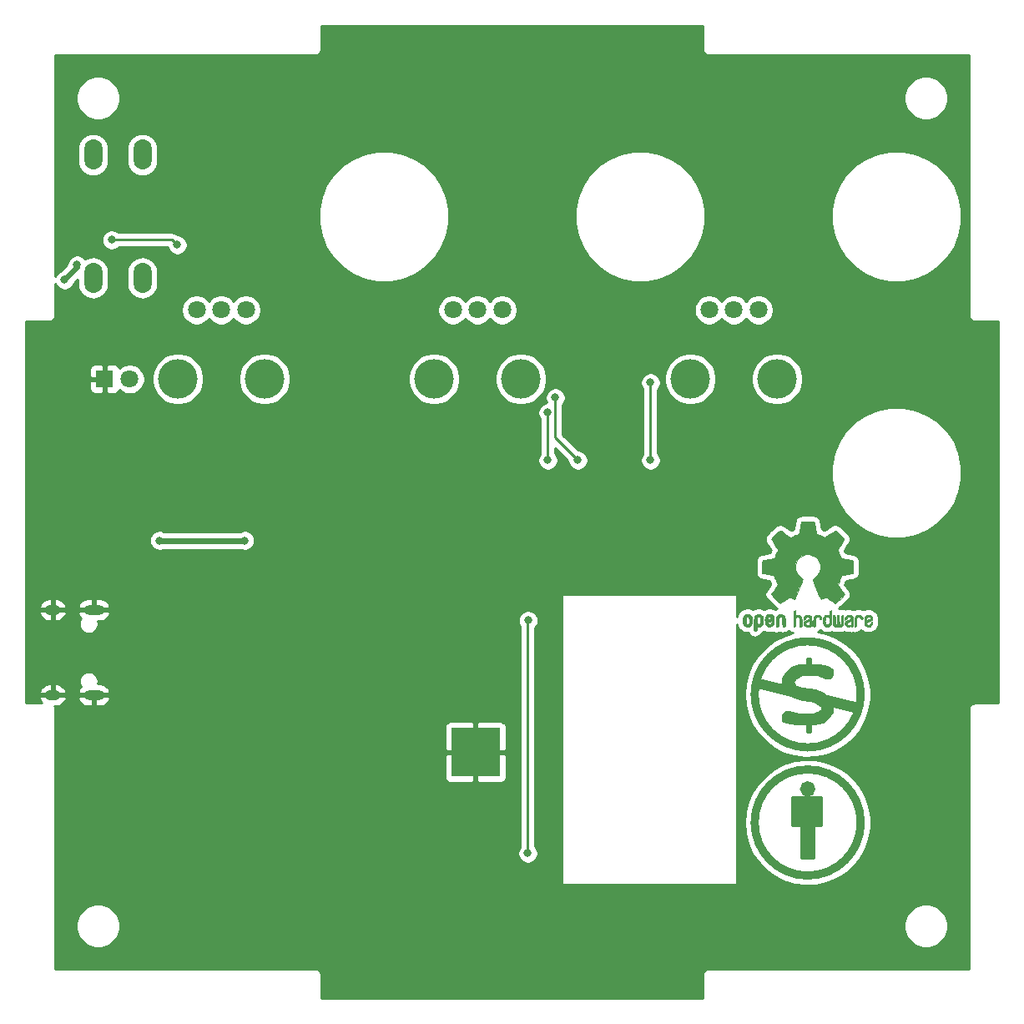
<source format=gbr>
%TF.GenerationSoftware,KiCad,Pcbnew,(5.1.6)-1*%
%TF.CreationDate,2020-10-02T15:44:05+02:00*%
%TF.ProjectId,PTnglieder,50546e67-6c69-4656-9465-722e6b696361,rev?*%
%TF.SameCoordinates,Original*%
%TF.FileFunction,Copper,L1,Top*%
%TF.FilePolarity,Positive*%
%FSLAX46Y46*%
G04 Gerber Fmt 4.6, Leading zero omitted, Abs format (unit mm)*
G04 Created by KiCad (PCBNEW (5.1.6)-1) date 2020-10-02 15:44:05*
%MOMM*%
%LPD*%
G01*
G04 APERTURE LIST*
%TA.AperFunction,EtchedComponent*%
%ADD10C,0.381000*%
%TD*%
%TA.AperFunction,EtchedComponent*%
%ADD11C,0.010000*%
%TD*%
%TA.AperFunction,ComponentPad*%
%ADD12C,1.800000*%
%TD*%
%TA.AperFunction,ComponentPad*%
%ADD13R,1.800000X1.800000*%
%TD*%
%TA.AperFunction,ComponentPad*%
%ADD14R,5.000000X5.000000*%
%TD*%
%TA.AperFunction,ComponentPad*%
%ADD15O,2.100000X1.000000*%
%TD*%
%TA.AperFunction,ComponentPad*%
%ADD16O,1.600000X1.000000*%
%TD*%
%TA.AperFunction,WasherPad*%
%ADD17C,4.000000*%
%TD*%
%TA.AperFunction,ComponentPad*%
%ADD18O,1.850000X3.048000*%
%TD*%
%TA.AperFunction,ViaPad*%
%ADD19C,0.800000*%
%TD*%
%TA.AperFunction,Conductor*%
%ADD20C,0.250000*%
%TD*%
%TA.AperFunction,Conductor*%
%ADD21C,0.600000*%
%TD*%
%TA.AperFunction,Conductor*%
%ADD22C,0.254000*%
%TD*%
G04 APERTURE END LIST*
D10*
%TO.C,ARTWORK5*%
X135588000Y-118500000D02*
G75*
G03*
X135588000Y-118500000I-5588000J0D01*
G01*
X135180604Y-118500000D02*
G75*
G03*
X135180604Y-118500000I-5180604J0D01*
G01*
X131399540Y-113300620D02*
X130000000Y-113199020D01*
X132400300Y-113699400D02*
X131399540Y-113300620D01*
X133401060Y-114400440D02*
X132400300Y-113699400D01*
X134699000Y-116000640D02*
X133401060Y-114400440D01*
X135199380Y-117100460D02*
X134699000Y-116000640D01*
X135400040Y-118799720D02*
X135199380Y-117100460D01*
X135001260Y-120300860D02*
X135400040Y-118799720D01*
X134201160Y-121901060D02*
X135001260Y-120300860D01*
X132600960Y-123199000D02*
X134201160Y-121901060D01*
X131600200Y-123699380D02*
X132600960Y-123199000D01*
X130099060Y-123800980D02*
X131600200Y-123699380D01*
X128699520Y-123800980D02*
X130099060Y-123800980D01*
X127399040Y-123300600D02*
X128699520Y-123800980D01*
X126200160Y-122398900D02*
X127399040Y-123300600D01*
X125199400Y-120900300D02*
X126200160Y-122398900D01*
X124800620Y-119800480D02*
X125199400Y-120900300D01*
X124599960Y-118599060D02*
X124800620Y-119800480D01*
X124699020Y-117400180D02*
X124599960Y-118599060D01*
X124998740Y-116399420D02*
X124699020Y-117400180D01*
X125499120Y-115500260D02*
X124998740Y-116399420D01*
X125999500Y-114900820D02*
X125499120Y-115500260D01*
X126700540Y-114298840D02*
X125999500Y-114900820D01*
X127299980Y-113801000D02*
X126700540Y-114298840D01*
X128001020Y-113600340D02*
X127299980Y-113801000D01*
X128699520Y-113399680D02*
X128001020Y-113600340D01*
X129499620Y-113099960D02*
X128699520Y-113399680D01*
X130000000Y-113099960D02*
X129499620Y-113099960D01*
X131000760Y-116198760D02*
X132100580Y-116399420D01*
X129900940Y-116099700D02*
X131000760Y-116198760D01*
X129100840Y-116198760D02*
X129900940Y-116099700D01*
X128399800Y-116699140D02*
X129100840Y-116198760D01*
X128100080Y-117301120D02*
X128399800Y-116699140D01*
X128600460Y-117999620D02*
X128100080Y-117301120D01*
X129601220Y-118400940D02*
X128600460Y-117999620D01*
X129799340Y-118299340D02*
X129601220Y-118400940D01*
X130200660Y-118599060D02*
X129799340Y-118299340D01*
X130200660Y-118299340D02*
X130200660Y-118599060D01*
X130899160Y-118898780D02*
X130200660Y-118299340D01*
X130500380Y-118700660D02*
X130899160Y-118898780D01*
X130500380Y-118500000D02*
X130500380Y-118700660D01*
X131399540Y-118799720D02*
X130500380Y-118500000D01*
X131998980Y-119399160D02*
X131399540Y-118799720D01*
X131899920Y-119698880D02*
X131998980Y-119399160D01*
X132199640Y-119698880D02*
X131899920Y-119698880D01*
X131899920Y-120100200D02*
X132199640Y-119698880D01*
X132100580Y-120100200D02*
X131899920Y-120100200D01*
X131800860Y-120600580D02*
X132100580Y-120100200D01*
X130899160Y-121100960D02*
X131800860Y-120600580D01*
X129900940Y-121100960D02*
X130899160Y-121100960D01*
X128900180Y-121100960D02*
X129900940Y-121100960D01*
X127800360Y-120900300D02*
X128900180Y-121100960D01*
X127800360Y-120699640D02*
X127800360Y-120900300D01*
X128399800Y-120699640D02*
X127800360Y-120699640D01*
X129700280Y-120801240D02*
X128399800Y-120699640D01*
X130899160Y-120801240D02*
X129700280Y-120801240D01*
X131600200Y-120399920D02*
X130899160Y-120801240D01*
X131699260Y-119599820D02*
X131600200Y-120399920D01*
X131198880Y-119099440D02*
X131699260Y-119599820D01*
X130000000Y-118799720D02*
X131198880Y-119099440D01*
X128699520Y-118400940D02*
X130000000Y-118799720D01*
X128100080Y-117798960D02*
X128699520Y-118400940D01*
X127800360Y-117301120D02*
X128100080Y-117798960D01*
X128100080Y-116501020D02*
X127800360Y-117301120D01*
X128900180Y-115899040D02*
X128100080Y-116501020D01*
X130800100Y-115899040D02*
X128900180Y-115899040D01*
X131899920Y-116099700D02*
X130800100Y-115899040D01*
X132400300Y-116099700D02*
X131899920Y-116099700D01*
X132400300Y-116501020D02*
X132400300Y-116099700D01*
X132199640Y-116699140D02*
X132400300Y-116501020D01*
X131800860Y-116699140D02*
X132199640Y-116699140D01*
X131000760Y-116399420D02*
X131800860Y-116699140D01*
X129400560Y-116399420D02*
X131000760Y-116399420D01*
X128699520Y-116800740D02*
X129400560Y-116399420D01*
X128399800Y-117199520D02*
X128699520Y-116800740D01*
X128699520Y-117699900D02*
X128399800Y-117199520D01*
X129400560Y-117999620D02*
X128699520Y-117699900D01*
X130800100Y-118200280D02*
X129400560Y-117999620D01*
X131501140Y-118500000D02*
X130800100Y-118200280D01*
X131998980Y-118898780D02*
X131501140Y-118500000D01*
X132400300Y-119500760D02*
X131998980Y-118898780D01*
X132400300Y-120300860D02*
X132400300Y-119500760D01*
X131998980Y-120801240D02*
X132400300Y-120300860D01*
X131501140Y-121200020D02*
X131998980Y-120801240D01*
X130701040Y-121400680D02*
X131501140Y-121200020D01*
X128801120Y-121400680D02*
X130701040Y-121400680D01*
X128199140Y-121299080D02*
X128801120Y-121400680D01*
X127599700Y-121100960D02*
X128199140Y-121299080D01*
X127599700Y-120600580D02*
X127599700Y-121100960D01*
X127800360Y-120399920D02*
X127599700Y-120600580D01*
X128100080Y-120399920D02*
X127800360Y-120399920D01*
X129100840Y-120600580D02*
X128100080Y-120399920D01*
X130599440Y-120600580D02*
X129100840Y-120600580D01*
X131198880Y-120399920D02*
X130599440Y-120600580D01*
X131501140Y-120100200D02*
X131198880Y-120399920D01*
X131501140Y-119698880D02*
X131501140Y-120100200D01*
X131198880Y-119399160D02*
X131501140Y-119698880D01*
X130701040Y-119099440D02*
X131198880Y-119399160D01*
X129499620Y-118898780D02*
X130701040Y-119099440D01*
X128699520Y-118700660D02*
X129499620Y-118898780D01*
X128199140Y-118400940D02*
X128699520Y-118700660D01*
X127899420Y-117900560D02*
X128199140Y-118400940D01*
X127599700Y-117499240D02*
X127899420Y-117900560D01*
X127599700Y-116899800D02*
X127599700Y-117499240D01*
X127800360Y-116501020D02*
X127599700Y-116899800D01*
X128399800Y-115899040D02*
X127800360Y-116501020D01*
X129100840Y-115599320D02*
X128399800Y-115899040D01*
X129400560Y-115599320D02*
X129100840Y-115599320D01*
X130500380Y-115599320D02*
X129400560Y-115599320D01*
X131198880Y-115599320D02*
X130500380Y-115599320D01*
X131998980Y-115799980D02*
X131198880Y-115599320D01*
X132400300Y-116000640D02*
X131998980Y-115799980D01*
X132301240Y-116099700D02*
X132400300Y-116000640D01*
X124599960Y-117600840D02*
X134699000Y-120100200D01*
X124699020Y-117301120D02*
X124599960Y-117600840D01*
X135300980Y-119899540D02*
X124699020Y-117301120D01*
X135400040Y-119599820D02*
X135300980Y-119899540D01*
X124699020Y-116998860D02*
X135400040Y-119599820D01*
X130000000Y-115500260D02*
X130000000Y-114900820D01*
X130000000Y-121299080D02*
X130000000Y-122200780D01*
X130200660Y-114900820D02*
X130200660Y-115500260D01*
X130000000Y-114900820D02*
X130200660Y-114900820D01*
X130200660Y-122200780D02*
X130200660Y-121499740D01*
X130000000Y-122200780D02*
X130200660Y-122200780D01*
%TO.C,ARTWORK4*%
X135588000Y-131500000D02*
G75*
G03*
X135588000Y-131500000I-5588000J0D01*
G01*
X135180604Y-131500000D02*
G75*
G03*
X135180604Y-131500000I-5180604J0D01*
G01*
X131399540Y-126300620D02*
X130000000Y-126199020D01*
X132400300Y-126699400D02*
X131399540Y-126300620D01*
X133401060Y-127400440D02*
X132400300Y-126699400D01*
X134699000Y-129000640D02*
X133401060Y-127400440D01*
X135199380Y-130100460D02*
X134699000Y-129000640D01*
X135400040Y-131799720D02*
X135199380Y-130100460D01*
X135001260Y-133300860D02*
X135400040Y-131799720D01*
X134201160Y-134901060D02*
X135001260Y-133300860D01*
X132600960Y-136199000D02*
X134201160Y-134901060D01*
X131600200Y-136699380D02*
X132600960Y-136199000D01*
X130099060Y-136800980D02*
X131600200Y-136699380D01*
X128699520Y-136800980D02*
X130099060Y-136800980D01*
X127399040Y-136300600D02*
X128699520Y-136800980D01*
X126200160Y-135398900D02*
X127399040Y-136300600D01*
X125199400Y-133900300D02*
X126200160Y-135398900D01*
X124800620Y-132800480D02*
X125199400Y-133900300D01*
X124599960Y-131599060D02*
X124800620Y-132800480D01*
X124699020Y-130400180D02*
X124599960Y-131599060D01*
X124998740Y-129399420D02*
X124699020Y-130400180D01*
X125499120Y-128500260D02*
X124998740Y-129399420D01*
X125999500Y-127900820D02*
X125499120Y-128500260D01*
X126700540Y-127298840D02*
X125999500Y-127900820D01*
X127299980Y-126801000D02*
X126700540Y-127298840D01*
X128001020Y-126600340D02*
X127299980Y-126801000D01*
X128699520Y-126399680D02*
X128001020Y-126600340D01*
X129499620Y-126099960D02*
X128699520Y-126399680D01*
X130000000Y-126099960D02*
X129499620Y-126099960D01*
X130583277Y-128098940D02*
G75*
G03*
X130583277Y-128098940I-583277J0D01*
G01*
X128498860Y-131700660D02*
X128498860Y-129000640D01*
X131300480Y-131700660D02*
X128498860Y-131700660D01*
X131300480Y-129000640D02*
X131300480Y-131700660D01*
X128498860Y-129000640D02*
X131300480Y-129000640D01*
X129400560Y-131799720D02*
X129400560Y-135000120D01*
X130500380Y-135000120D02*
X130500380Y-131799720D01*
X129400560Y-135000120D02*
X130500380Y-135000120D01*
X130000000Y-127700160D02*
X130000000Y-128500260D01*
X129700280Y-127700160D02*
X129700280Y-128401200D01*
X130299720Y-127700160D02*
X130299720Y-128500260D01*
X128600460Y-129300360D02*
X131099820Y-129300360D01*
X128600460Y-131400940D02*
X131099820Y-131400940D01*
X128600460Y-131200280D02*
X128600460Y-131400940D01*
X131099820Y-131200280D02*
X128600460Y-131200280D01*
X131099820Y-130999620D02*
X131099820Y-131200280D01*
X128600460Y-130999620D02*
X131099820Y-130999620D01*
X128600460Y-130699900D02*
X128600460Y-130999620D01*
X131099820Y-130699900D02*
X128600460Y-130699900D01*
X131099820Y-130400180D02*
X131099820Y-130699900D01*
X128699520Y-130400180D02*
X131099820Y-130400180D01*
X128699520Y-130199520D02*
X128699520Y-130400180D01*
X131198880Y-130199520D02*
X128699520Y-130199520D01*
X131198880Y-129899800D02*
X131198880Y-130199520D01*
X128600460Y-129899800D02*
X131198880Y-129899800D01*
X128600460Y-129998860D02*
X128600460Y-129899800D01*
X128600460Y-129600080D02*
X128600460Y-129998860D01*
X131198880Y-129600080D02*
X128600460Y-129600080D01*
X130299720Y-134901060D02*
X130299720Y-131799720D01*
X130099060Y-134901060D02*
X130299720Y-134901060D01*
X130099060Y-131799720D02*
X130099060Y-134901060D01*
X129799340Y-131799720D02*
X130099060Y-131799720D01*
X129799340Y-134799460D02*
X129799340Y-131799720D01*
X129601220Y-134799460D02*
X129799340Y-134799460D01*
X129601220Y-131799720D02*
X129601220Y-134799460D01*
D11*
%TO.C,ARTWORK1*%
G36*
X130209014Y-100952998D02*
G01*
X130367006Y-100953863D01*
X130481347Y-100956205D01*
X130559407Y-100960762D01*
X130608554Y-100968270D01*
X130636159Y-100979466D01*
X130649592Y-100995088D01*
X130656221Y-101015873D01*
X130656865Y-101018563D01*
X130666935Y-101067113D01*
X130685575Y-101162905D01*
X130710845Y-101295743D01*
X130740807Y-101455431D01*
X130773522Y-101631774D01*
X130774664Y-101637967D01*
X130807433Y-101810782D01*
X130838093Y-101963469D01*
X130864664Y-102086871D01*
X130885167Y-102171831D01*
X130897626Y-102209190D01*
X130898220Y-102209852D01*
X130934919Y-102228095D01*
X131010586Y-102258497D01*
X131108878Y-102294493D01*
X131109425Y-102294685D01*
X131233233Y-102341222D01*
X131379196Y-102400504D01*
X131516781Y-102460109D01*
X131523293Y-102463056D01*
X131747390Y-102564765D01*
X132243619Y-102225897D01*
X132395846Y-102122592D01*
X132533741Y-102030237D01*
X132649315Y-101954084D01*
X132734579Y-101899385D01*
X132781544Y-101871393D01*
X132786004Y-101869317D01*
X132820134Y-101878560D01*
X132883881Y-101923156D01*
X132979731Y-102005209D01*
X133110169Y-102126821D01*
X133243328Y-102256205D01*
X133371694Y-102383702D01*
X133486581Y-102500046D01*
X133581073Y-102598052D01*
X133648253Y-102670536D01*
X133681206Y-102710313D01*
X133682432Y-102712361D01*
X133686074Y-102739656D01*
X133672350Y-102784234D01*
X133637869Y-102852112D01*
X133579239Y-102949311D01*
X133493070Y-103081851D01*
X133378200Y-103252476D01*
X133276254Y-103402655D01*
X133185123Y-103537350D01*
X133110073Y-103648740D01*
X133056369Y-103729005D01*
X133029280Y-103770325D01*
X133027574Y-103773130D01*
X133030882Y-103812721D01*
X133055953Y-103889669D01*
X133097798Y-103989432D01*
X133112712Y-104021291D01*
X133177786Y-104163226D01*
X133247212Y-104324273D01*
X133303609Y-104463621D01*
X133344247Y-104567044D01*
X133376526Y-104645642D01*
X133395178Y-104686720D01*
X133397497Y-104689885D01*
X133431803Y-104695128D01*
X133512669Y-104709494D01*
X133629343Y-104730937D01*
X133771075Y-104757413D01*
X133927110Y-104786877D01*
X134086698Y-104817283D01*
X134239085Y-104846588D01*
X134373521Y-104872745D01*
X134479252Y-104893710D01*
X134545526Y-104907439D01*
X134561782Y-104911320D01*
X134578573Y-104920900D01*
X134591249Y-104942536D01*
X134600378Y-104983531D01*
X134606531Y-105051189D01*
X134610280Y-105152812D01*
X134612192Y-105295703D01*
X134612840Y-105487165D01*
X134612874Y-105565645D01*
X134612874Y-106203906D01*
X134459598Y-106234160D01*
X134374322Y-106250564D01*
X134247070Y-106274509D01*
X134093315Y-106303107D01*
X133928534Y-106333467D01*
X133882989Y-106341806D01*
X133730932Y-106371370D01*
X133598468Y-106400442D01*
X133496714Y-106426329D01*
X133436788Y-106446337D01*
X133426805Y-106452301D01*
X133402293Y-106494534D01*
X133367148Y-106576370D01*
X133328173Y-106681683D01*
X133320442Y-106704368D01*
X133269360Y-106845018D01*
X133205954Y-107003714D01*
X133143904Y-107146225D01*
X133143598Y-107146886D01*
X133040267Y-107370440D01*
X133719961Y-108370232D01*
X133283621Y-108807300D01*
X133151649Y-108937381D01*
X133031279Y-109052048D01*
X132929273Y-109145181D01*
X132852391Y-109210658D01*
X132807393Y-109242357D01*
X132800938Y-109244368D01*
X132763040Y-109228529D01*
X132685708Y-109184496D01*
X132577389Y-109117490D01*
X132446532Y-109032734D01*
X132305052Y-108937816D01*
X132161461Y-108840998D01*
X132033435Y-108756751D01*
X131929105Y-108690258D01*
X131856600Y-108646702D01*
X131824158Y-108631264D01*
X131784576Y-108644328D01*
X131709519Y-108678750D01*
X131614468Y-108727380D01*
X131604392Y-108732785D01*
X131476391Y-108796980D01*
X131388618Y-108828463D01*
X131334028Y-108828798D01*
X131305575Y-108799548D01*
X131305410Y-108799138D01*
X131291188Y-108764498D01*
X131257269Y-108682269D01*
X131206284Y-108558814D01*
X131140862Y-108400498D01*
X131063634Y-108213686D01*
X130977229Y-108004742D01*
X130893551Y-107802446D01*
X130801588Y-107579200D01*
X130717150Y-107372392D01*
X130642769Y-107188362D01*
X130580974Y-107033451D01*
X130534297Y-106913996D01*
X130505268Y-106836339D01*
X130496322Y-106807356D01*
X130518756Y-106774110D01*
X130577439Y-106721123D01*
X130655689Y-106662704D01*
X130878534Y-106477952D01*
X131052718Y-106266182D01*
X131176154Y-106031856D01*
X131246754Y-105779434D01*
X131262431Y-105513377D01*
X131251036Y-105390575D01*
X131188950Y-105135793D01*
X131082023Y-104910801D01*
X130936889Y-104717817D01*
X130760178Y-104559061D01*
X130558522Y-104436750D01*
X130338554Y-104353105D01*
X130106906Y-104310344D01*
X129870209Y-104310687D01*
X129635095Y-104356352D01*
X129408196Y-104449559D01*
X129196144Y-104592527D01*
X129107636Y-104673383D01*
X128937889Y-104881007D01*
X128819699Y-105107895D01*
X128752278Y-105347433D01*
X128734840Y-105593007D01*
X128766598Y-105838003D01*
X128846765Y-106075808D01*
X128974555Y-106299807D01*
X129149180Y-106503387D01*
X129344312Y-106662704D01*
X129425591Y-106723602D01*
X129483009Y-106776015D01*
X129503678Y-106807406D01*
X129492856Y-106841639D01*
X129462077Y-106923419D01*
X129413874Y-107046407D01*
X129350778Y-107204263D01*
X129275322Y-107390649D01*
X129190038Y-107599226D01*
X129106219Y-107802496D01*
X129013745Y-108025933D01*
X128928089Y-108232984D01*
X128851882Y-108417286D01*
X128787753Y-108572475D01*
X128738332Y-108692188D01*
X128706248Y-108770061D01*
X128694359Y-108799138D01*
X128666274Y-108828677D01*
X128611949Y-108828591D01*
X128524395Y-108797326D01*
X128396619Y-108733329D01*
X128395608Y-108732785D01*
X128299402Y-108683121D01*
X128221631Y-108646945D01*
X128177777Y-108631408D01*
X128175842Y-108631264D01*
X128142829Y-108647024D01*
X128069946Y-108690850D01*
X127965322Y-108757557D01*
X127837090Y-108841964D01*
X127694948Y-108937816D01*
X127550233Y-109034867D01*
X127419804Y-109119270D01*
X127312110Y-109185801D01*
X127235598Y-109229238D01*
X127199062Y-109244368D01*
X127165418Y-109224482D01*
X127097776Y-109168903D01*
X127002893Y-109083754D01*
X126887530Y-108975153D01*
X126758445Y-108849221D01*
X126716229Y-108807149D01*
X126279739Y-108369931D01*
X126611977Y-107882340D01*
X126712946Y-107732605D01*
X126801562Y-107598220D01*
X126872854Y-107486969D01*
X126921850Y-107406639D01*
X126943578Y-107365014D01*
X126944215Y-107362053D01*
X126932760Y-107322818D01*
X126901949Y-107243895D01*
X126857116Y-107138509D01*
X126825647Y-107067954D01*
X126766808Y-106932876D01*
X126711396Y-106796409D01*
X126668436Y-106681103D01*
X126656766Y-106645977D01*
X126623611Y-106552174D01*
X126591201Y-106479694D01*
X126573399Y-106452301D01*
X126534114Y-106435536D01*
X126448374Y-106411770D01*
X126327303Y-106383697D01*
X126182027Y-106354009D01*
X126117012Y-106341806D01*
X125951913Y-106311468D01*
X125793552Y-106282093D01*
X125657404Y-106256569D01*
X125558943Y-106237785D01*
X125540402Y-106234160D01*
X125387127Y-106203906D01*
X125387127Y-105565645D01*
X125387471Y-105355770D01*
X125388884Y-105196980D01*
X125391936Y-105081973D01*
X125397197Y-105003446D01*
X125405237Y-104954096D01*
X125416627Y-104926619D01*
X125431937Y-104913713D01*
X125438218Y-104911320D01*
X125476104Y-104902833D01*
X125559805Y-104885900D01*
X125678567Y-104862566D01*
X125821639Y-104834875D01*
X125978268Y-104804873D01*
X126137703Y-104774604D01*
X126289191Y-104746115D01*
X126421981Y-104721449D01*
X126525319Y-104702651D01*
X126588455Y-104691767D01*
X126602503Y-104689885D01*
X126615230Y-104664704D01*
X126643400Y-104597622D01*
X126681748Y-104501333D01*
X126696391Y-104463621D01*
X126755452Y-104317921D01*
X126825000Y-104156951D01*
X126887288Y-104021291D01*
X126933121Y-103917561D01*
X126963613Y-103832326D01*
X126973792Y-103780126D01*
X126972169Y-103773130D01*
X126950657Y-103740102D01*
X126901535Y-103666643D01*
X126830077Y-103560577D01*
X126741555Y-103429726D01*
X126641241Y-103281912D01*
X126621406Y-103252734D01*
X126505012Y-103079863D01*
X126419452Y-102948226D01*
X126361316Y-102851761D01*
X126327192Y-102784408D01*
X126313669Y-102740106D01*
X126317336Y-102712794D01*
X126317430Y-102712620D01*
X126346293Y-102676746D01*
X126410133Y-102607391D01*
X126502031Y-102511745D01*
X126615067Y-102396999D01*
X126742321Y-102270341D01*
X126756672Y-102256205D01*
X126917043Y-102100903D01*
X127040805Y-101986870D01*
X127130445Y-101912002D01*
X127188448Y-101874196D01*
X127213996Y-101869317D01*
X127251282Y-101890603D01*
X127328657Y-101939773D01*
X127438133Y-102011575D01*
X127571720Y-102100755D01*
X127721430Y-102202063D01*
X127756382Y-102225897D01*
X128252610Y-102564765D01*
X128476707Y-102463056D01*
X128612989Y-102403783D01*
X128759276Y-102344170D01*
X128885035Y-102296640D01*
X128890575Y-102294685D01*
X128988943Y-102258677D01*
X129064771Y-102228229D01*
X129101718Y-102209905D01*
X129101780Y-102209852D01*
X129113504Y-102176729D01*
X129133432Y-102095267D01*
X129159587Y-101974625D01*
X129189990Y-101823959D01*
X129222663Y-101652428D01*
X129225336Y-101637967D01*
X129258110Y-101461235D01*
X129288198Y-101300810D01*
X129313661Y-101166888D01*
X129332559Y-101069663D01*
X129342953Y-101019332D01*
X129343135Y-101018563D01*
X129349461Y-100997153D01*
X129361761Y-100980988D01*
X129387406Y-100969331D01*
X129433765Y-100961445D01*
X129508208Y-100956593D01*
X129618105Y-100954039D01*
X129770825Y-100953045D01*
X129973738Y-100952874D01*
X130000000Y-100952874D01*
X130209014Y-100952998D01*
G37*
X130209014Y-100952998D02*
X130367006Y-100953863D01*
X130481347Y-100956205D01*
X130559407Y-100960762D01*
X130608554Y-100968270D01*
X130636159Y-100979466D01*
X130649592Y-100995088D01*
X130656221Y-101015873D01*
X130656865Y-101018563D01*
X130666935Y-101067113D01*
X130685575Y-101162905D01*
X130710845Y-101295743D01*
X130740807Y-101455431D01*
X130773522Y-101631774D01*
X130774664Y-101637967D01*
X130807433Y-101810782D01*
X130838093Y-101963469D01*
X130864664Y-102086871D01*
X130885167Y-102171831D01*
X130897626Y-102209190D01*
X130898220Y-102209852D01*
X130934919Y-102228095D01*
X131010586Y-102258497D01*
X131108878Y-102294493D01*
X131109425Y-102294685D01*
X131233233Y-102341222D01*
X131379196Y-102400504D01*
X131516781Y-102460109D01*
X131523293Y-102463056D01*
X131747390Y-102564765D01*
X132243619Y-102225897D01*
X132395846Y-102122592D01*
X132533741Y-102030237D01*
X132649315Y-101954084D01*
X132734579Y-101899385D01*
X132781544Y-101871393D01*
X132786004Y-101869317D01*
X132820134Y-101878560D01*
X132883881Y-101923156D01*
X132979731Y-102005209D01*
X133110169Y-102126821D01*
X133243328Y-102256205D01*
X133371694Y-102383702D01*
X133486581Y-102500046D01*
X133581073Y-102598052D01*
X133648253Y-102670536D01*
X133681206Y-102710313D01*
X133682432Y-102712361D01*
X133686074Y-102739656D01*
X133672350Y-102784234D01*
X133637869Y-102852112D01*
X133579239Y-102949311D01*
X133493070Y-103081851D01*
X133378200Y-103252476D01*
X133276254Y-103402655D01*
X133185123Y-103537350D01*
X133110073Y-103648740D01*
X133056369Y-103729005D01*
X133029280Y-103770325D01*
X133027574Y-103773130D01*
X133030882Y-103812721D01*
X133055953Y-103889669D01*
X133097798Y-103989432D01*
X133112712Y-104021291D01*
X133177786Y-104163226D01*
X133247212Y-104324273D01*
X133303609Y-104463621D01*
X133344247Y-104567044D01*
X133376526Y-104645642D01*
X133395178Y-104686720D01*
X133397497Y-104689885D01*
X133431803Y-104695128D01*
X133512669Y-104709494D01*
X133629343Y-104730937D01*
X133771075Y-104757413D01*
X133927110Y-104786877D01*
X134086698Y-104817283D01*
X134239085Y-104846588D01*
X134373521Y-104872745D01*
X134479252Y-104893710D01*
X134545526Y-104907439D01*
X134561782Y-104911320D01*
X134578573Y-104920900D01*
X134591249Y-104942536D01*
X134600378Y-104983531D01*
X134606531Y-105051189D01*
X134610280Y-105152812D01*
X134612192Y-105295703D01*
X134612840Y-105487165D01*
X134612874Y-105565645D01*
X134612874Y-106203906D01*
X134459598Y-106234160D01*
X134374322Y-106250564D01*
X134247070Y-106274509D01*
X134093315Y-106303107D01*
X133928534Y-106333467D01*
X133882989Y-106341806D01*
X133730932Y-106371370D01*
X133598468Y-106400442D01*
X133496714Y-106426329D01*
X133436788Y-106446337D01*
X133426805Y-106452301D01*
X133402293Y-106494534D01*
X133367148Y-106576370D01*
X133328173Y-106681683D01*
X133320442Y-106704368D01*
X133269360Y-106845018D01*
X133205954Y-107003714D01*
X133143904Y-107146225D01*
X133143598Y-107146886D01*
X133040267Y-107370440D01*
X133719961Y-108370232D01*
X133283621Y-108807300D01*
X133151649Y-108937381D01*
X133031279Y-109052048D01*
X132929273Y-109145181D01*
X132852391Y-109210658D01*
X132807393Y-109242357D01*
X132800938Y-109244368D01*
X132763040Y-109228529D01*
X132685708Y-109184496D01*
X132577389Y-109117490D01*
X132446532Y-109032734D01*
X132305052Y-108937816D01*
X132161461Y-108840998D01*
X132033435Y-108756751D01*
X131929105Y-108690258D01*
X131856600Y-108646702D01*
X131824158Y-108631264D01*
X131784576Y-108644328D01*
X131709519Y-108678750D01*
X131614468Y-108727380D01*
X131604392Y-108732785D01*
X131476391Y-108796980D01*
X131388618Y-108828463D01*
X131334028Y-108828798D01*
X131305575Y-108799548D01*
X131305410Y-108799138D01*
X131291188Y-108764498D01*
X131257269Y-108682269D01*
X131206284Y-108558814D01*
X131140862Y-108400498D01*
X131063634Y-108213686D01*
X130977229Y-108004742D01*
X130893551Y-107802446D01*
X130801588Y-107579200D01*
X130717150Y-107372392D01*
X130642769Y-107188362D01*
X130580974Y-107033451D01*
X130534297Y-106913996D01*
X130505268Y-106836339D01*
X130496322Y-106807356D01*
X130518756Y-106774110D01*
X130577439Y-106721123D01*
X130655689Y-106662704D01*
X130878534Y-106477952D01*
X131052718Y-106266182D01*
X131176154Y-106031856D01*
X131246754Y-105779434D01*
X131262431Y-105513377D01*
X131251036Y-105390575D01*
X131188950Y-105135793D01*
X131082023Y-104910801D01*
X130936889Y-104717817D01*
X130760178Y-104559061D01*
X130558522Y-104436750D01*
X130338554Y-104353105D01*
X130106906Y-104310344D01*
X129870209Y-104310687D01*
X129635095Y-104356352D01*
X129408196Y-104449559D01*
X129196144Y-104592527D01*
X129107636Y-104673383D01*
X128937889Y-104881007D01*
X128819699Y-105107895D01*
X128752278Y-105347433D01*
X128734840Y-105593007D01*
X128766598Y-105838003D01*
X128846765Y-106075808D01*
X128974555Y-106299807D01*
X129149180Y-106503387D01*
X129344312Y-106662704D01*
X129425591Y-106723602D01*
X129483009Y-106776015D01*
X129503678Y-106807406D01*
X129492856Y-106841639D01*
X129462077Y-106923419D01*
X129413874Y-107046407D01*
X129350778Y-107204263D01*
X129275322Y-107390649D01*
X129190038Y-107599226D01*
X129106219Y-107802496D01*
X129013745Y-108025933D01*
X128928089Y-108232984D01*
X128851882Y-108417286D01*
X128787753Y-108572475D01*
X128738332Y-108692188D01*
X128706248Y-108770061D01*
X128694359Y-108799138D01*
X128666274Y-108828677D01*
X128611949Y-108828591D01*
X128524395Y-108797326D01*
X128396619Y-108733329D01*
X128395608Y-108732785D01*
X128299402Y-108683121D01*
X128221631Y-108646945D01*
X128177777Y-108631408D01*
X128175842Y-108631264D01*
X128142829Y-108647024D01*
X128069946Y-108690850D01*
X127965322Y-108757557D01*
X127837090Y-108841964D01*
X127694948Y-108937816D01*
X127550233Y-109034867D01*
X127419804Y-109119270D01*
X127312110Y-109185801D01*
X127235598Y-109229238D01*
X127199062Y-109244368D01*
X127165418Y-109224482D01*
X127097776Y-109168903D01*
X127002893Y-109083754D01*
X126887530Y-108975153D01*
X126758445Y-108849221D01*
X126716229Y-108807149D01*
X126279739Y-108369931D01*
X126611977Y-107882340D01*
X126712946Y-107732605D01*
X126801562Y-107598220D01*
X126872854Y-107486969D01*
X126921850Y-107406639D01*
X126943578Y-107365014D01*
X126944215Y-107362053D01*
X126932760Y-107322818D01*
X126901949Y-107243895D01*
X126857116Y-107138509D01*
X126825647Y-107067954D01*
X126766808Y-106932876D01*
X126711396Y-106796409D01*
X126668436Y-106681103D01*
X126656766Y-106645977D01*
X126623611Y-106552174D01*
X126591201Y-106479694D01*
X126573399Y-106452301D01*
X126534114Y-106435536D01*
X126448374Y-106411770D01*
X126327303Y-106383697D01*
X126182027Y-106354009D01*
X126117012Y-106341806D01*
X125951913Y-106311468D01*
X125793552Y-106282093D01*
X125657404Y-106256569D01*
X125558943Y-106237785D01*
X125540402Y-106234160D01*
X125387127Y-106203906D01*
X125387127Y-105565645D01*
X125387471Y-105355770D01*
X125388884Y-105196980D01*
X125391936Y-105081973D01*
X125397197Y-105003446D01*
X125405237Y-104954096D01*
X125416627Y-104926619D01*
X125431937Y-104913713D01*
X125438218Y-104911320D01*
X125476104Y-104902833D01*
X125559805Y-104885900D01*
X125678567Y-104862566D01*
X125821639Y-104834875D01*
X125978268Y-104804873D01*
X126137703Y-104774604D01*
X126289191Y-104746115D01*
X126421981Y-104721449D01*
X126525319Y-104702651D01*
X126588455Y-104691767D01*
X126602503Y-104689885D01*
X126615230Y-104664704D01*
X126643400Y-104597622D01*
X126681748Y-104501333D01*
X126696391Y-104463621D01*
X126755452Y-104317921D01*
X126825000Y-104156951D01*
X126887288Y-104021291D01*
X126933121Y-103917561D01*
X126963613Y-103832326D01*
X126973792Y-103780126D01*
X126972169Y-103773130D01*
X126950657Y-103740102D01*
X126901535Y-103666643D01*
X126830077Y-103560577D01*
X126741555Y-103429726D01*
X126641241Y-103281912D01*
X126621406Y-103252734D01*
X126505012Y-103079863D01*
X126419452Y-102948226D01*
X126361316Y-102851761D01*
X126327192Y-102784408D01*
X126313669Y-102740106D01*
X126317336Y-102712794D01*
X126317430Y-102712620D01*
X126346293Y-102676746D01*
X126410133Y-102607391D01*
X126502031Y-102511745D01*
X126615067Y-102396999D01*
X126742321Y-102270341D01*
X126756672Y-102256205D01*
X126917043Y-102100903D01*
X127040805Y-101986870D01*
X127130445Y-101912002D01*
X127188448Y-101874196D01*
X127213996Y-101869317D01*
X127251282Y-101890603D01*
X127328657Y-101939773D01*
X127438133Y-102011575D01*
X127571720Y-102100755D01*
X127721430Y-102202063D01*
X127756382Y-102225897D01*
X128252610Y-102564765D01*
X128476707Y-102463056D01*
X128612989Y-102403783D01*
X128759276Y-102344170D01*
X128885035Y-102296640D01*
X128890575Y-102294685D01*
X128988943Y-102258677D01*
X129064771Y-102228229D01*
X129101718Y-102209905D01*
X129101780Y-102209852D01*
X129113504Y-102176729D01*
X129133432Y-102095267D01*
X129159587Y-101974625D01*
X129189990Y-101823959D01*
X129222663Y-101652428D01*
X129225336Y-101637967D01*
X129258110Y-101461235D01*
X129288198Y-101300810D01*
X129313661Y-101166888D01*
X129332559Y-101069663D01*
X129342953Y-101019332D01*
X129343135Y-101018563D01*
X129349461Y-100997153D01*
X129361761Y-100980988D01*
X129387406Y-100969331D01*
X129433765Y-100961445D01*
X129508208Y-100956593D01*
X129618105Y-100954039D01*
X129770825Y-100953045D01*
X129973738Y-100952874D01*
X130000000Y-100952874D01*
X130209014Y-100952998D01*
G36*
X136343439Y-110456540D02*
G01*
X136458950Y-110532034D01*
X136514664Y-110599617D01*
X136558804Y-110722255D01*
X136562309Y-110819298D01*
X136554368Y-110949056D01*
X136255115Y-111080039D01*
X136109611Y-111146958D01*
X136014537Y-111200790D01*
X135965101Y-111247416D01*
X135956511Y-111292720D01*
X135983972Y-111342582D01*
X136014253Y-111375632D01*
X136102363Y-111428633D01*
X136198196Y-111432347D01*
X136286212Y-111391041D01*
X136350869Y-111308983D01*
X136362433Y-111280008D01*
X136417825Y-111189509D01*
X136481553Y-111150940D01*
X136568966Y-111117946D01*
X136568966Y-111243034D01*
X136561238Y-111328156D01*
X136530966Y-111399938D01*
X136467518Y-111482356D01*
X136458088Y-111493066D01*
X136387513Y-111566391D01*
X136326847Y-111605742D01*
X136250950Y-111623845D01*
X136188030Y-111629774D01*
X136075487Y-111631251D01*
X135995370Y-111612535D01*
X135945390Y-111584747D01*
X135866838Y-111523641D01*
X135812463Y-111457554D01*
X135778052Y-111374441D01*
X135759388Y-111262254D01*
X135752256Y-111108946D01*
X135751687Y-111031136D01*
X135753622Y-110937853D01*
X135929899Y-110937853D01*
X135931944Y-110987896D01*
X135937039Y-110996092D01*
X135970666Y-110984958D01*
X136043030Y-110955493D01*
X136139747Y-110913601D01*
X136159973Y-110904597D01*
X136282203Y-110842442D01*
X136349547Y-110787815D01*
X136364348Y-110736649D01*
X136328947Y-110684876D01*
X136299711Y-110662000D01*
X136194216Y-110616250D01*
X136095476Y-110623808D01*
X136012812Y-110679651D01*
X135955548Y-110778753D01*
X135937188Y-110857414D01*
X135929899Y-110937853D01*
X135753622Y-110937853D01*
X135755459Y-110849351D01*
X135769359Y-110714853D01*
X135796894Y-110616916D01*
X135841572Y-110544811D01*
X135906901Y-110487813D01*
X135935383Y-110469393D01*
X136064763Y-110421422D01*
X136206412Y-110418403D01*
X136343439Y-110456540D01*
G37*
X136343439Y-110456540D02*
X136458950Y-110532034D01*
X136514664Y-110599617D01*
X136558804Y-110722255D01*
X136562309Y-110819298D01*
X136554368Y-110949056D01*
X136255115Y-111080039D01*
X136109611Y-111146958D01*
X136014537Y-111200790D01*
X135965101Y-111247416D01*
X135956511Y-111292720D01*
X135983972Y-111342582D01*
X136014253Y-111375632D01*
X136102363Y-111428633D01*
X136198196Y-111432347D01*
X136286212Y-111391041D01*
X136350869Y-111308983D01*
X136362433Y-111280008D01*
X136417825Y-111189509D01*
X136481553Y-111150940D01*
X136568966Y-111117946D01*
X136568966Y-111243034D01*
X136561238Y-111328156D01*
X136530966Y-111399938D01*
X136467518Y-111482356D01*
X136458088Y-111493066D01*
X136387513Y-111566391D01*
X136326847Y-111605742D01*
X136250950Y-111623845D01*
X136188030Y-111629774D01*
X136075487Y-111631251D01*
X135995370Y-111612535D01*
X135945390Y-111584747D01*
X135866838Y-111523641D01*
X135812463Y-111457554D01*
X135778052Y-111374441D01*
X135759388Y-111262254D01*
X135752256Y-111108946D01*
X135751687Y-111031136D01*
X135753622Y-110937853D01*
X135929899Y-110937853D01*
X135931944Y-110987896D01*
X135937039Y-110996092D01*
X135970666Y-110984958D01*
X136043030Y-110955493D01*
X136139747Y-110913601D01*
X136159973Y-110904597D01*
X136282203Y-110842442D01*
X136349547Y-110787815D01*
X136364348Y-110736649D01*
X136328947Y-110684876D01*
X136299711Y-110662000D01*
X136194216Y-110616250D01*
X136095476Y-110623808D01*
X136012812Y-110679651D01*
X135955548Y-110778753D01*
X135937188Y-110857414D01*
X135929899Y-110937853D01*
X135753622Y-110937853D01*
X135755459Y-110849351D01*
X135769359Y-110714853D01*
X135796894Y-110616916D01*
X135841572Y-110544811D01*
X135906901Y-110487813D01*
X135935383Y-110469393D01*
X136064763Y-110421422D01*
X136206412Y-110418403D01*
X136343439Y-110456540D01*
G36*
X135335690Y-110440018D02*
G01*
X135370585Y-110455269D01*
X135453877Y-110521235D01*
X135525103Y-110616618D01*
X135569153Y-110718406D01*
X135576322Y-110768587D01*
X135552285Y-110838647D01*
X135499561Y-110875717D01*
X135443031Y-110898164D01*
X135417146Y-110902300D01*
X135404542Y-110872283D01*
X135379654Y-110806961D01*
X135368735Y-110777445D01*
X135307508Y-110675348D01*
X135218861Y-110624423D01*
X135105193Y-110625989D01*
X135096774Y-110627994D01*
X135036088Y-110656767D01*
X134991474Y-110712859D01*
X134961002Y-110803163D01*
X134942744Y-110934571D01*
X134934771Y-111113974D01*
X134934023Y-111209433D01*
X134933652Y-111359913D01*
X134931223Y-111462495D01*
X134924760Y-111527672D01*
X134912288Y-111565938D01*
X134891833Y-111587785D01*
X134861419Y-111603707D01*
X134859661Y-111604509D01*
X134801091Y-111629272D01*
X134772075Y-111638391D01*
X134767616Y-111610822D01*
X134763799Y-111534620D01*
X134760899Y-111419541D01*
X134759191Y-111275341D01*
X134758851Y-111169814D01*
X134760588Y-110965613D01*
X134767382Y-110810697D01*
X134781607Y-110696024D01*
X134805638Y-110612551D01*
X134841848Y-110551236D01*
X134892612Y-110503034D01*
X134942739Y-110469393D01*
X135063275Y-110424619D01*
X135203557Y-110414521D01*
X135335690Y-110440018D01*
G37*
X135335690Y-110440018D02*
X135370585Y-110455269D01*
X135453877Y-110521235D01*
X135525103Y-110616618D01*
X135569153Y-110718406D01*
X135576322Y-110768587D01*
X135552285Y-110838647D01*
X135499561Y-110875717D01*
X135443031Y-110898164D01*
X135417146Y-110902300D01*
X135404542Y-110872283D01*
X135379654Y-110806961D01*
X135368735Y-110777445D01*
X135307508Y-110675348D01*
X135218861Y-110624423D01*
X135105193Y-110625989D01*
X135096774Y-110627994D01*
X135036088Y-110656767D01*
X134991474Y-110712859D01*
X134961002Y-110803163D01*
X134942744Y-110934571D01*
X134934771Y-111113974D01*
X134934023Y-111209433D01*
X134933652Y-111359913D01*
X134931223Y-111462495D01*
X134924760Y-111527672D01*
X134912288Y-111565938D01*
X134891833Y-111587785D01*
X134861419Y-111603707D01*
X134859661Y-111604509D01*
X134801091Y-111629272D01*
X134772075Y-111638391D01*
X134767616Y-111610822D01*
X134763799Y-111534620D01*
X134760899Y-111419541D01*
X134759191Y-111275341D01*
X134758851Y-111169814D01*
X134760588Y-110965613D01*
X134767382Y-110810697D01*
X134781607Y-110696024D01*
X134805638Y-110612551D01*
X134841848Y-110551236D01*
X134892612Y-110503034D01*
X134942739Y-110469393D01*
X135063275Y-110424619D01*
X135203557Y-110414521D01*
X135335690Y-110440018D01*
G36*
X134314406Y-110435156D02*
G01*
X134398469Y-110473393D01*
X134464450Y-110519726D01*
X134512794Y-110571532D01*
X134546172Y-110638363D01*
X134567253Y-110729769D01*
X134578707Y-110855301D01*
X134583203Y-111024508D01*
X134583678Y-111135933D01*
X134583678Y-111570627D01*
X134509316Y-111604509D01*
X134450746Y-111629272D01*
X134421730Y-111638391D01*
X134416179Y-111611257D01*
X134411775Y-111538094D01*
X134409078Y-111431263D01*
X134408506Y-111346437D01*
X134406046Y-111223887D01*
X134399412Y-111126668D01*
X134389726Y-111067134D01*
X134382032Y-111054483D01*
X134330311Y-111067402D01*
X134249117Y-111100539D01*
X134155102Y-111145461D01*
X134064917Y-111193735D01*
X133995215Y-111236928D01*
X133962648Y-111266608D01*
X133962519Y-111266929D01*
X133965320Y-111321857D01*
X133990439Y-111374292D01*
X134034541Y-111416881D01*
X134098909Y-111431126D01*
X134153921Y-111429466D01*
X134231835Y-111428245D01*
X134272732Y-111446498D01*
X134297295Y-111494726D01*
X134300392Y-111503820D01*
X134311040Y-111572598D01*
X134282565Y-111614360D01*
X134208344Y-111634263D01*
X134128168Y-111637944D01*
X133983890Y-111610658D01*
X133909203Y-111571690D01*
X133816963Y-111480148D01*
X133768043Y-111367782D01*
X133763654Y-111249051D01*
X133805001Y-111138411D01*
X133867197Y-111069080D01*
X133929294Y-111030265D01*
X134026895Y-110981125D01*
X134140632Y-110931292D01*
X134159590Y-110923677D01*
X134284521Y-110868545D01*
X134356539Y-110819954D01*
X134379700Y-110771647D01*
X134358064Y-110717370D01*
X134320920Y-110674943D01*
X134233127Y-110622702D01*
X134136530Y-110618784D01*
X134047944Y-110659041D01*
X133984186Y-110739326D01*
X133975817Y-110760040D01*
X133927096Y-110836225D01*
X133855965Y-110892785D01*
X133766207Y-110939201D01*
X133766207Y-110807584D01*
X133771490Y-110727168D01*
X133794142Y-110663786D01*
X133844367Y-110596163D01*
X133892582Y-110544076D01*
X133967554Y-110470322D01*
X134025806Y-110430702D01*
X134088372Y-110414810D01*
X134159193Y-110412184D01*
X134314406Y-110435156D01*
G37*
X134314406Y-110435156D02*
X134398469Y-110473393D01*
X134464450Y-110519726D01*
X134512794Y-110571532D01*
X134546172Y-110638363D01*
X134567253Y-110729769D01*
X134578707Y-110855301D01*
X134583203Y-111024508D01*
X134583678Y-111135933D01*
X134583678Y-111570627D01*
X134509316Y-111604509D01*
X134450746Y-111629272D01*
X134421730Y-111638391D01*
X134416179Y-111611257D01*
X134411775Y-111538094D01*
X134409078Y-111431263D01*
X134408506Y-111346437D01*
X134406046Y-111223887D01*
X134399412Y-111126668D01*
X134389726Y-111067134D01*
X134382032Y-111054483D01*
X134330311Y-111067402D01*
X134249117Y-111100539D01*
X134155102Y-111145461D01*
X134064917Y-111193735D01*
X133995215Y-111236928D01*
X133962648Y-111266608D01*
X133962519Y-111266929D01*
X133965320Y-111321857D01*
X133990439Y-111374292D01*
X134034541Y-111416881D01*
X134098909Y-111431126D01*
X134153921Y-111429466D01*
X134231835Y-111428245D01*
X134272732Y-111446498D01*
X134297295Y-111494726D01*
X134300392Y-111503820D01*
X134311040Y-111572598D01*
X134282565Y-111614360D01*
X134208344Y-111634263D01*
X134128168Y-111637944D01*
X133983890Y-111610658D01*
X133909203Y-111571690D01*
X133816963Y-111480148D01*
X133768043Y-111367782D01*
X133763654Y-111249051D01*
X133805001Y-111138411D01*
X133867197Y-111069080D01*
X133929294Y-111030265D01*
X134026895Y-110981125D01*
X134140632Y-110931292D01*
X134159590Y-110923677D01*
X134284521Y-110868545D01*
X134356539Y-110819954D01*
X134379700Y-110771647D01*
X134358064Y-110717370D01*
X134320920Y-110674943D01*
X134233127Y-110622702D01*
X134136530Y-110618784D01*
X134047944Y-110659041D01*
X133984186Y-110739326D01*
X133975817Y-110760040D01*
X133927096Y-110836225D01*
X133855965Y-110892785D01*
X133766207Y-110939201D01*
X133766207Y-110807584D01*
X133771490Y-110727168D01*
X133794142Y-110663786D01*
X133844367Y-110596163D01*
X133892582Y-110544076D01*
X133967554Y-110470322D01*
X134025806Y-110430702D01*
X134088372Y-110414810D01*
X134159193Y-110412184D01*
X134314406Y-110435156D01*
G36*
X133580124Y-110439840D02*
G01*
X133584579Y-110516653D01*
X133588071Y-110633391D01*
X133590315Y-110780821D01*
X133591035Y-110935455D01*
X133591035Y-111458727D01*
X133498645Y-111551117D01*
X133434978Y-111608047D01*
X133379089Y-111631107D01*
X133302702Y-111629647D01*
X133272380Y-111625934D01*
X133177610Y-111615126D01*
X133099222Y-111608933D01*
X133080115Y-111608361D01*
X133015699Y-111612102D01*
X132923571Y-111621494D01*
X132887850Y-111625934D01*
X132800114Y-111632801D01*
X132741153Y-111617885D01*
X132682690Y-111571835D01*
X132661585Y-111551117D01*
X132569195Y-111458727D01*
X132569195Y-110479947D01*
X132643558Y-110446066D01*
X132707590Y-110420970D01*
X132745052Y-110412184D01*
X132754657Y-110439950D01*
X132763635Y-110517530D01*
X132771386Y-110636348D01*
X132777314Y-110787828D01*
X132780173Y-110915805D01*
X132788161Y-111419425D01*
X132857848Y-111429278D01*
X132921229Y-111422389D01*
X132952286Y-111400083D01*
X132960967Y-111358379D01*
X132968378Y-111269544D01*
X132973931Y-111144834D01*
X132977036Y-110995507D01*
X132977484Y-110918661D01*
X132977931Y-110476287D01*
X133069874Y-110444235D01*
X133134949Y-110422443D01*
X133170347Y-110412281D01*
X133171368Y-110412184D01*
X133174920Y-110439809D01*
X133178823Y-110516411D01*
X133182751Y-110632579D01*
X133186376Y-110778904D01*
X133188908Y-110915805D01*
X133196897Y-111419425D01*
X133372069Y-111419425D01*
X133380107Y-110959965D01*
X133388146Y-110500505D01*
X133473543Y-110456344D01*
X133536593Y-110426019D01*
X133573910Y-110412258D01*
X133574987Y-110412184D01*
X133580124Y-110439840D01*
G37*
X133580124Y-110439840D02*
X133584579Y-110516653D01*
X133588071Y-110633391D01*
X133590315Y-110780821D01*
X133591035Y-110935455D01*
X133591035Y-111458727D01*
X133498645Y-111551117D01*
X133434978Y-111608047D01*
X133379089Y-111631107D01*
X133302702Y-111629647D01*
X133272380Y-111625934D01*
X133177610Y-111615126D01*
X133099222Y-111608933D01*
X133080115Y-111608361D01*
X133015699Y-111612102D01*
X132923571Y-111621494D01*
X132887850Y-111625934D01*
X132800114Y-111632801D01*
X132741153Y-111617885D01*
X132682690Y-111571835D01*
X132661585Y-111551117D01*
X132569195Y-111458727D01*
X132569195Y-110479947D01*
X132643558Y-110446066D01*
X132707590Y-110420970D01*
X132745052Y-110412184D01*
X132754657Y-110439950D01*
X132763635Y-110517530D01*
X132771386Y-110636348D01*
X132777314Y-110787828D01*
X132780173Y-110915805D01*
X132788161Y-111419425D01*
X132857848Y-111429278D01*
X132921229Y-111422389D01*
X132952286Y-111400083D01*
X132960967Y-111358379D01*
X132968378Y-111269544D01*
X132973931Y-111144834D01*
X132977036Y-110995507D01*
X132977484Y-110918661D01*
X132977931Y-110476287D01*
X133069874Y-110444235D01*
X133134949Y-110422443D01*
X133170347Y-110412281D01*
X133171368Y-110412184D01*
X133174920Y-110439809D01*
X133178823Y-110516411D01*
X133182751Y-110632579D01*
X133186376Y-110778904D01*
X133188908Y-110915805D01*
X133196897Y-111419425D01*
X133372069Y-111419425D01*
X133380107Y-110959965D01*
X133388146Y-110500505D01*
X133473543Y-110456344D01*
X133536593Y-110426019D01*
X133573910Y-110412258D01*
X133574987Y-110412184D01*
X133580124Y-110439840D01*
G36*
X132393914Y-110654455D02*
G01*
X132393543Y-110872661D01*
X132392108Y-111040519D01*
X132389002Y-111166070D01*
X132383622Y-111257355D01*
X132375362Y-111322415D01*
X132363616Y-111369291D01*
X132347781Y-111406024D01*
X132335790Y-111426991D01*
X132236490Y-111540694D01*
X132110588Y-111611965D01*
X131971291Y-111637538D01*
X131831805Y-111614150D01*
X131748743Y-111572119D01*
X131661545Y-111499411D01*
X131602117Y-111410612D01*
X131566261Y-111294320D01*
X131549781Y-111139135D01*
X131547447Y-111025287D01*
X131547761Y-111017106D01*
X131751724Y-111017106D01*
X131752970Y-111147657D01*
X131758678Y-111234080D01*
X131771804Y-111290618D01*
X131795306Y-111331514D01*
X131823386Y-111362362D01*
X131917688Y-111421905D01*
X132018940Y-111426992D01*
X132114636Y-111377279D01*
X132122084Y-111370543D01*
X132153874Y-111335502D01*
X132173808Y-111293811D01*
X132184600Y-111231762D01*
X132188965Y-111135644D01*
X132189655Y-111029379D01*
X132188159Y-110895880D01*
X132181964Y-110806822D01*
X132168514Y-110748293D01*
X132145251Y-110706382D01*
X132126175Y-110684123D01*
X132037563Y-110627985D01*
X131935508Y-110621235D01*
X131838095Y-110664114D01*
X131819296Y-110680032D01*
X131787293Y-110715382D01*
X131767318Y-110757502D01*
X131756593Y-110820251D01*
X131752339Y-110917487D01*
X131751724Y-111017106D01*
X131547761Y-111017106D01*
X131554504Y-110841947D01*
X131578472Y-110704195D01*
X131623548Y-110600632D01*
X131693928Y-110519856D01*
X131748743Y-110478455D01*
X131848376Y-110433728D01*
X131963855Y-110412967D01*
X132071199Y-110418525D01*
X132131264Y-110440943D01*
X132154835Y-110447323D01*
X132170477Y-110423535D01*
X132181395Y-110359788D01*
X132189655Y-110262687D01*
X132198699Y-110154541D01*
X132211261Y-110089475D01*
X132234119Y-110052268D01*
X132274051Y-110027699D01*
X132299138Y-110016819D01*
X132394023Y-109977072D01*
X132393914Y-110654455D01*
G37*
X132393914Y-110654455D02*
X132393543Y-110872661D01*
X132392108Y-111040519D01*
X132389002Y-111166070D01*
X132383622Y-111257355D01*
X132375362Y-111322415D01*
X132363616Y-111369291D01*
X132347781Y-111406024D01*
X132335790Y-111426991D01*
X132236490Y-111540694D01*
X132110588Y-111611965D01*
X131971291Y-111637538D01*
X131831805Y-111614150D01*
X131748743Y-111572119D01*
X131661545Y-111499411D01*
X131602117Y-111410612D01*
X131566261Y-111294320D01*
X131549781Y-111139135D01*
X131547447Y-111025287D01*
X131547761Y-111017106D01*
X131751724Y-111017106D01*
X131752970Y-111147657D01*
X131758678Y-111234080D01*
X131771804Y-111290618D01*
X131795306Y-111331514D01*
X131823386Y-111362362D01*
X131917688Y-111421905D01*
X132018940Y-111426992D01*
X132114636Y-111377279D01*
X132122084Y-111370543D01*
X132153874Y-111335502D01*
X132173808Y-111293811D01*
X132184600Y-111231762D01*
X132188965Y-111135644D01*
X132189655Y-111029379D01*
X132188159Y-110895880D01*
X132181964Y-110806822D01*
X132168514Y-110748293D01*
X132145251Y-110706382D01*
X132126175Y-110684123D01*
X132037563Y-110627985D01*
X131935508Y-110621235D01*
X131838095Y-110664114D01*
X131819296Y-110680032D01*
X131787293Y-110715382D01*
X131767318Y-110757502D01*
X131756593Y-110820251D01*
X131752339Y-110917487D01*
X131751724Y-111017106D01*
X131547761Y-111017106D01*
X131554504Y-110841947D01*
X131578472Y-110704195D01*
X131623548Y-110600632D01*
X131693928Y-110519856D01*
X131748743Y-110478455D01*
X131848376Y-110433728D01*
X131963855Y-110412967D01*
X132071199Y-110418525D01*
X132131264Y-110440943D01*
X132154835Y-110447323D01*
X132170477Y-110423535D01*
X132181395Y-110359788D01*
X132189655Y-110262687D01*
X132198699Y-110154541D01*
X132211261Y-110089475D01*
X132234119Y-110052268D01*
X132274051Y-110027699D01*
X132299138Y-110016819D01*
X132394023Y-109977072D01*
X132393914Y-110654455D01*
G36*
X131065943Y-110421920D02*
G01*
X131198565Y-110470859D01*
X131306010Y-110557419D01*
X131348032Y-110618352D01*
X131393843Y-110730161D01*
X131392891Y-110811006D01*
X131344808Y-110865378D01*
X131327017Y-110874624D01*
X131250204Y-110903450D01*
X131210976Y-110896065D01*
X131197689Y-110847658D01*
X131197012Y-110820920D01*
X131172686Y-110722548D01*
X131109281Y-110653734D01*
X131021154Y-110620498D01*
X130922663Y-110628861D01*
X130842602Y-110672296D01*
X130815561Y-110697072D01*
X130796394Y-110727129D01*
X130783446Y-110772565D01*
X130775064Y-110843476D01*
X130769593Y-110949960D01*
X130765378Y-111102112D01*
X130764287Y-111150287D01*
X130760307Y-111315095D01*
X130755781Y-111431088D01*
X130748995Y-111507833D01*
X130738231Y-111554893D01*
X130721773Y-111581835D01*
X130697906Y-111598223D01*
X130682626Y-111605463D01*
X130617733Y-111630220D01*
X130579534Y-111638391D01*
X130566912Y-111611103D01*
X130559208Y-111528603D01*
X130556380Y-111389941D01*
X130558386Y-111194162D01*
X130559011Y-111163965D01*
X130563421Y-110985349D01*
X130568635Y-110854923D01*
X130576055Y-110762492D01*
X130587082Y-110697858D01*
X130603117Y-110650825D01*
X130625561Y-110611196D01*
X130637302Y-110594215D01*
X130704619Y-110519080D01*
X130779910Y-110460638D01*
X130789128Y-110455536D01*
X130924133Y-110415260D01*
X131065943Y-110421920D01*
G37*
X131065943Y-110421920D02*
X131198565Y-110470859D01*
X131306010Y-110557419D01*
X131348032Y-110618352D01*
X131393843Y-110730161D01*
X131392891Y-110811006D01*
X131344808Y-110865378D01*
X131327017Y-110874624D01*
X131250204Y-110903450D01*
X131210976Y-110896065D01*
X131197689Y-110847658D01*
X131197012Y-110820920D01*
X131172686Y-110722548D01*
X131109281Y-110653734D01*
X131021154Y-110620498D01*
X130922663Y-110628861D01*
X130842602Y-110672296D01*
X130815561Y-110697072D01*
X130796394Y-110727129D01*
X130783446Y-110772565D01*
X130775064Y-110843476D01*
X130769593Y-110949960D01*
X130765378Y-111102112D01*
X130764287Y-111150287D01*
X130760307Y-111315095D01*
X130755781Y-111431088D01*
X130748995Y-111507833D01*
X130738231Y-111554893D01*
X130721773Y-111581835D01*
X130697906Y-111598223D01*
X130682626Y-111605463D01*
X130617733Y-111630220D01*
X130579534Y-111638391D01*
X130566912Y-111611103D01*
X130559208Y-111528603D01*
X130556380Y-111389941D01*
X130558386Y-111194162D01*
X130559011Y-111163965D01*
X130563421Y-110985349D01*
X130568635Y-110854923D01*
X130576055Y-110762492D01*
X130587082Y-110697858D01*
X130603117Y-110650825D01*
X130625561Y-110611196D01*
X130637302Y-110594215D01*
X130704619Y-110519080D01*
X130779910Y-110460638D01*
X130789128Y-110455536D01*
X130924133Y-110415260D01*
X131065943Y-110421920D01*
G36*
X130079944Y-110424360D02*
G01*
X130194343Y-110466842D01*
X130195652Y-110467658D01*
X130266403Y-110519730D01*
X130318636Y-110580584D01*
X130355371Y-110659887D01*
X130379634Y-110767309D01*
X130394445Y-110912517D01*
X130402829Y-111105179D01*
X130403564Y-111132628D01*
X130414120Y-111546521D01*
X130325291Y-111592456D01*
X130261018Y-111623498D01*
X130222210Y-111638206D01*
X130220415Y-111638391D01*
X130213700Y-111611250D01*
X130208365Y-111538041D01*
X130205083Y-111431081D01*
X130204368Y-111344469D01*
X130204351Y-111204162D01*
X130197937Y-111116051D01*
X130175580Y-111074025D01*
X130127732Y-111071975D01*
X130044849Y-111103790D01*
X129919713Y-111162272D01*
X129827697Y-111210845D01*
X129780371Y-111252986D01*
X129766458Y-111298916D01*
X129766437Y-111301189D01*
X129789395Y-111380311D01*
X129857370Y-111423055D01*
X129961398Y-111429246D01*
X130036330Y-111428172D01*
X130075839Y-111449753D01*
X130100478Y-111501591D01*
X130114659Y-111567632D01*
X130094223Y-111605104D01*
X130086528Y-111610467D01*
X130014083Y-111632006D01*
X129912633Y-111635055D01*
X129808157Y-111620778D01*
X129734125Y-111594688D01*
X129631772Y-111507785D01*
X129573591Y-111386816D01*
X129562069Y-111292308D01*
X129570862Y-111207062D01*
X129602680Y-111137476D01*
X129665684Y-111075672D01*
X129768031Y-111013772D01*
X129917882Y-110943897D01*
X129927012Y-110939948D01*
X130061997Y-110877588D01*
X130145294Y-110826446D01*
X130180997Y-110780488D01*
X130173203Y-110733683D01*
X130126007Y-110679998D01*
X130111894Y-110667644D01*
X130017359Y-110619741D01*
X129919406Y-110621758D01*
X129834097Y-110668724D01*
X129777496Y-110755669D01*
X129772237Y-110772734D01*
X129721023Y-110855504D01*
X129656037Y-110895372D01*
X129562069Y-110934882D01*
X129562069Y-110832658D01*
X129590653Y-110684072D01*
X129675495Y-110547784D01*
X129719645Y-110502191D01*
X129820005Y-110443674D01*
X129947635Y-110417184D01*
X130079944Y-110424360D01*
G37*
X130079944Y-110424360D02*
X130194343Y-110466842D01*
X130195652Y-110467658D01*
X130266403Y-110519730D01*
X130318636Y-110580584D01*
X130355371Y-110659887D01*
X130379634Y-110767309D01*
X130394445Y-110912517D01*
X130402829Y-111105179D01*
X130403564Y-111132628D01*
X130414120Y-111546521D01*
X130325291Y-111592456D01*
X130261018Y-111623498D01*
X130222210Y-111638206D01*
X130220415Y-111638391D01*
X130213700Y-111611250D01*
X130208365Y-111538041D01*
X130205083Y-111431081D01*
X130204368Y-111344469D01*
X130204351Y-111204162D01*
X130197937Y-111116051D01*
X130175580Y-111074025D01*
X130127732Y-111071975D01*
X130044849Y-111103790D01*
X129919713Y-111162272D01*
X129827697Y-111210845D01*
X129780371Y-111252986D01*
X129766458Y-111298916D01*
X129766437Y-111301189D01*
X129789395Y-111380311D01*
X129857370Y-111423055D01*
X129961398Y-111429246D01*
X130036330Y-111428172D01*
X130075839Y-111449753D01*
X130100478Y-111501591D01*
X130114659Y-111567632D01*
X130094223Y-111605104D01*
X130086528Y-111610467D01*
X130014083Y-111632006D01*
X129912633Y-111635055D01*
X129808157Y-111620778D01*
X129734125Y-111594688D01*
X129631772Y-111507785D01*
X129573591Y-111386816D01*
X129562069Y-111292308D01*
X129570862Y-111207062D01*
X129602680Y-111137476D01*
X129665684Y-111075672D01*
X129768031Y-111013772D01*
X129917882Y-110943897D01*
X129927012Y-110939948D01*
X130061997Y-110877588D01*
X130145294Y-110826446D01*
X130180997Y-110780488D01*
X130173203Y-110733683D01*
X130126007Y-110679998D01*
X130111894Y-110667644D01*
X130017359Y-110619741D01*
X129919406Y-110621758D01*
X129834097Y-110668724D01*
X129777496Y-110755669D01*
X129772237Y-110772734D01*
X129721023Y-110855504D01*
X129656037Y-110895372D01*
X129562069Y-110934882D01*
X129562069Y-110832658D01*
X129590653Y-110684072D01*
X129675495Y-110547784D01*
X129719645Y-110502191D01*
X129820005Y-110443674D01*
X129947635Y-110417184D01*
X130079944Y-110424360D01*
G36*
X128744598Y-110223857D02*
G01*
X128753154Y-110343188D01*
X128762981Y-110413506D01*
X128776599Y-110444179D01*
X128796527Y-110444571D01*
X128802989Y-110440910D01*
X128888940Y-110414398D01*
X129000745Y-110415946D01*
X129114414Y-110443199D01*
X129185510Y-110478455D01*
X129258405Y-110534778D01*
X129311693Y-110598519D01*
X129348275Y-110679510D01*
X129371050Y-110787586D01*
X129382919Y-110932580D01*
X129386782Y-111124326D01*
X129386851Y-111161109D01*
X129386897Y-111574288D01*
X129294954Y-111606339D01*
X129229652Y-111628144D01*
X129193824Y-111638297D01*
X129192770Y-111638391D01*
X129189242Y-111610860D01*
X129186239Y-111534923D01*
X129183990Y-111420565D01*
X129182724Y-111277769D01*
X129182529Y-111190951D01*
X129182123Y-111019773D01*
X129180032Y-110897088D01*
X129174947Y-110813000D01*
X129165560Y-110757614D01*
X129150561Y-110721032D01*
X129128642Y-110693359D01*
X129114957Y-110680032D01*
X129020949Y-110626328D01*
X128918364Y-110622307D01*
X128825290Y-110667725D01*
X128808078Y-110684123D01*
X128782832Y-110714957D01*
X128765320Y-110751531D01*
X128754142Y-110804415D01*
X128747896Y-110884177D01*
X128745182Y-111001385D01*
X128744598Y-111162991D01*
X128744598Y-111574288D01*
X128652655Y-111606339D01*
X128587353Y-111628144D01*
X128551525Y-111638297D01*
X128550471Y-111638391D01*
X128547775Y-111610448D01*
X128545345Y-111531630D01*
X128543278Y-111409453D01*
X128541671Y-111251432D01*
X128540623Y-111065083D01*
X128540231Y-110857920D01*
X128540230Y-110848706D01*
X128540230Y-110059020D01*
X128635115Y-110018997D01*
X128730000Y-109978973D01*
X128744598Y-110223857D01*
G37*
X128744598Y-110223857D02*
X128753154Y-110343188D01*
X128762981Y-110413506D01*
X128776599Y-110444179D01*
X128796527Y-110444571D01*
X128802989Y-110440910D01*
X128888940Y-110414398D01*
X129000745Y-110415946D01*
X129114414Y-110443199D01*
X129185510Y-110478455D01*
X129258405Y-110534778D01*
X129311693Y-110598519D01*
X129348275Y-110679510D01*
X129371050Y-110787586D01*
X129382919Y-110932580D01*
X129386782Y-111124326D01*
X129386851Y-111161109D01*
X129386897Y-111574288D01*
X129294954Y-111606339D01*
X129229652Y-111628144D01*
X129193824Y-111638297D01*
X129192770Y-111638391D01*
X129189242Y-111610860D01*
X129186239Y-111534923D01*
X129183990Y-111420565D01*
X129182724Y-111277769D01*
X129182529Y-111190951D01*
X129182123Y-111019773D01*
X129180032Y-110897088D01*
X129174947Y-110813000D01*
X129165560Y-110757614D01*
X129150561Y-110721032D01*
X129128642Y-110693359D01*
X129114957Y-110680032D01*
X129020949Y-110626328D01*
X128918364Y-110622307D01*
X128825290Y-110667725D01*
X128808078Y-110684123D01*
X128782832Y-110714957D01*
X128765320Y-110751531D01*
X128754142Y-110804415D01*
X128747896Y-110884177D01*
X128745182Y-111001385D01*
X128744598Y-111162991D01*
X128744598Y-111574288D01*
X128652655Y-111606339D01*
X128587353Y-111628144D01*
X128551525Y-111638297D01*
X128550471Y-111638391D01*
X128547775Y-111610448D01*
X128545345Y-111531630D01*
X128543278Y-111409453D01*
X128541671Y-111251432D01*
X128540623Y-111065083D01*
X128540231Y-110857920D01*
X128540230Y-110848706D01*
X128540230Y-110059020D01*
X128635115Y-110018997D01*
X128730000Y-109978973D01*
X128744598Y-110223857D01*
G36*
X126315552Y-110384676D02*
G01*
X126430658Y-110462111D01*
X126519611Y-110573949D01*
X126572749Y-110716265D01*
X126583497Y-110821015D01*
X126582276Y-110864726D01*
X126572056Y-110898194D01*
X126543961Y-110928179D01*
X126489116Y-110961440D01*
X126398645Y-111004738D01*
X126263672Y-111064833D01*
X126262989Y-111065134D01*
X126138751Y-111122037D01*
X126036873Y-111172565D01*
X125967767Y-111211280D01*
X125941846Y-111232740D01*
X125941839Y-111232913D01*
X125964685Y-111279644D01*
X126018109Y-111331154D01*
X126079442Y-111368261D01*
X126110515Y-111375632D01*
X126195289Y-111350138D01*
X126268293Y-111286291D01*
X126303913Y-111216094D01*
X126338180Y-111164343D01*
X126405303Y-111105409D01*
X126484208Y-111054496D01*
X126553821Y-111026809D01*
X126568377Y-111025287D01*
X126584763Y-111050321D01*
X126585750Y-111114311D01*
X126573708Y-111200593D01*
X126551007Y-111292501D01*
X126520014Y-111373369D01*
X126518448Y-111376509D01*
X126425181Y-111506734D01*
X126304304Y-111595311D01*
X126167027Y-111638786D01*
X126024560Y-111633706D01*
X125888112Y-111576616D01*
X125882045Y-111572602D01*
X125774710Y-111475326D01*
X125704132Y-111348409D01*
X125665074Y-111181526D01*
X125659832Y-111134639D01*
X125650548Y-110913329D01*
X125661678Y-110810124D01*
X125941839Y-110810124D01*
X125945479Y-110874503D01*
X125965389Y-110893291D01*
X126015026Y-110879235D01*
X126093267Y-110846009D01*
X126180726Y-110804359D01*
X126182899Y-110803256D01*
X126257030Y-110764265D01*
X126286781Y-110738244D01*
X126279445Y-110710965D01*
X126248553Y-110675121D01*
X126169960Y-110623251D01*
X126085323Y-110619439D01*
X126009403Y-110657189D01*
X125956965Y-110730001D01*
X125941839Y-110810124D01*
X125661678Y-110810124D01*
X125669644Y-110736261D01*
X125718634Y-110595829D01*
X125786836Y-110497447D01*
X125909935Y-110398030D01*
X126045528Y-110348711D01*
X126183955Y-110345568D01*
X126315552Y-110384676D01*
G37*
X126315552Y-110384676D02*
X126430658Y-110462111D01*
X126519611Y-110573949D01*
X126572749Y-110716265D01*
X126583497Y-110821015D01*
X126582276Y-110864726D01*
X126572056Y-110898194D01*
X126543961Y-110928179D01*
X126489116Y-110961440D01*
X126398645Y-111004738D01*
X126263672Y-111064833D01*
X126262989Y-111065134D01*
X126138751Y-111122037D01*
X126036873Y-111172565D01*
X125967767Y-111211280D01*
X125941846Y-111232740D01*
X125941839Y-111232913D01*
X125964685Y-111279644D01*
X126018109Y-111331154D01*
X126079442Y-111368261D01*
X126110515Y-111375632D01*
X126195289Y-111350138D01*
X126268293Y-111286291D01*
X126303913Y-111216094D01*
X126338180Y-111164343D01*
X126405303Y-111105409D01*
X126484208Y-111054496D01*
X126553821Y-111026809D01*
X126568377Y-111025287D01*
X126584763Y-111050321D01*
X126585750Y-111114311D01*
X126573708Y-111200593D01*
X126551007Y-111292501D01*
X126520014Y-111373369D01*
X126518448Y-111376509D01*
X126425181Y-111506734D01*
X126304304Y-111595311D01*
X126167027Y-111638786D01*
X126024560Y-111633706D01*
X125888112Y-111576616D01*
X125882045Y-111572602D01*
X125774710Y-111475326D01*
X125704132Y-111348409D01*
X125665074Y-111181526D01*
X125659832Y-111134639D01*
X125650548Y-110913329D01*
X125661678Y-110810124D01*
X125941839Y-110810124D01*
X125945479Y-110874503D01*
X125965389Y-110893291D01*
X126015026Y-110879235D01*
X126093267Y-110846009D01*
X126180726Y-110804359D01*
X126182899Y-110803256D01*
X126257030Y-110764265D01*
X126286781Y-110738244D01*
X126279445Y-110710965D01*
X126248553Y-110675121D01*
X126169960Y-110623251D01*
X126085323Y-110619439D01*
X126009403Y-110657189D01*
X125956965Y-110730001D01*
X125941839Y-110810124D01*
X125661678Y-110810124D01*
X125669644Y-110736261D01*
X125718634Y-110595829D01*
X125786836Y-110497447D01*
X125909935Y-110398030D01*
X126045528Y-110348711D01*
X126183955Y-110345568D01*
X126315552Y-110384676D01*
G36*
X124048221Y-110366015D02*
G01*
X124185061Y-110437968D01*
X124286051Y-110553766D01*
X124321925Y-110628213D01*
X124349839Y-110739992D01*
X124364129Y-110881227D01*
X124365484Y-111035371D01*
X124354595Y-111185879D01*
X124332153Y-111316205D01*
X124298850Y-111409803D01*
X124288615Y-111425922D01*
X124167382Y-111546249D01*
X124023387Y-111618317D01*
X123867139Y-111639408D01*
X123709148Y-111606802D01*
X123665180Y-111587253D01*
X123579556Y-111527012D01*
X123504408Y-111447135D01*
X123497306Y-111437004D01*
X123468439Y-111388181D01*
X123449357Y-111335990D01*
X123438084Y-111267285D01*
X123432645Y-111168918D01*
X123431062Y-111027744D01*
X123431035Y-110996092D01*
X123431107Y-110986019D01*
X123722989Y-110986019D01*
X123724687Y-111119256D01*
X123731372Y-111207674D01*
X123745425Y-111264785D01*
X123769229Y-111304102D01*
X123781379Y-111317241D01*
X123851236Y-111367172D01*
X123919059Y-111364895D01*
X123987635Y-111321584D01*
X124028535Y-111275346D01*
X124052758Y-111207857D01*
X124066361Y-111101433D01*
X124067294Y-111089020D01*
X124069616Y-110896147D01*
X124045350Y-110752900D01*
X123994824Y-110660160D01*
X123918368Y-110618807D01*
X123891076Y-110616552D01*
X123819411Y-110627893D01*
X123770390Y-110667184D01*
X123740418Y-110742326D01*
X123725899Y-110861222D01*
X123722989Y-110986019D01*
X123431107Y-110986019D01*
X123432122Y-110845659D01*
X123436688Y-110740549D01*
X123446688Y-110667714D01*
X123464079Y-110614108D01*
X123490816Y-110566681D01*
X123496724Y-110557864D01*
X123596032Y-110439007D01*
X123704242Y-110370008D01*
X123835981Y-110342619D01*
X123880717Y-110341281D01*
X124048221Y-110366015D01*
G37*
X124048221Y-110366015D02*
X124185061Y-110437968D01*
X124286051Y-110553766D01*
X124321925Y-110628213D01*
X124349839Y-110739992D01*
X124364129Y-110881227D01*
X124365484Y-111035371D01*
X124354595Y-111185879D01*
X124332153Y-111316205D01*
X124298850Y-111409803D01*
X124288615Y-111425922D01*
X124167382Y-111546249D01*
X124023387Y-111618317D01*
X123867139Y-111639408D01*
X123709148Y-111606802D01*
X123665180Y-111587253D01*
X123579556Y-111527012D01*
X123504408Y-111447135D01*
X123497306Y-111437004D01*
X123468439Y-111388181D01*
X123449357Y-111335990D01*
X123438084Y-111267285D01*
X123432645Y-111168918D01*
X123431062Y-111027744D01*
X123431035Y-110996092D01*
X123431107Y-110986019D01*
X123722989Y-110986019D01*
X123724687Y-111119256D01*
X123731372Y-111207674D01*
X123745425Y-111264785D01*
X123769229Y-111304102D01*
X123781379Y-111317241D01*
X123851236Y-111367172D01*
X123919059Y-111364895D01*
X123987635Y-111321584D01*
X124028535Y-111275346D01*
X124052758Y-111207857D01*
X124066361Y-111101433D01*
X124067294Y-111089020D01*
X124069616Y-110896147D01*
X124045350Y-110752900D01*
X123994824Y-110660160D01*
X123918368Y-110618807D01*
X123891076Y-110616552D01*
X123819411Y-110627893D01*
X123770390Y-110667184D01*
X123740418Y-110742326D01*
X123725899Y-110861222D01*
X123722989Y-110986019D01*
X123431107Y-110986019D01*
X123432122Y-110845659D01*
X123436688Y-110740549D01*
X123446688Y-110667714D01*
X123464079Y-110614108D01*
X123490816Y-110566681D01*
X123496724Y-110557864D01*
X123596032Y-110439007D01*
X123704242Y-110370008D01*
X123835981Y-110342619D01*
X123880717Y-110341281D01*
X124048221Y-110366015D01*
G36*
X127417429Y-110377719D02*
G01*
X127511123Y-110431914D01*
X127576264Y-110485707D01*
X127623907Y-110542066D01*
X127656728Y-110610987D01*
X127677406Y-110702468D01*
X127688620Y-110826506D01*
X127693049Y-110993098D01*
X127693563Y-111112851D01*
X127693563Y-111553659D01*
X127569483Y-111609283D01*
X127445402Y-111664907D01*
X127430805Y-111182095D01*
X127424773Y-111001779D01*
X127418445Y-110870901D01*
X127410606Y-110780511D01*
X127400037Y-110721664D01*
X127385523Y-110685413D01*
X127365848Y-110662810D01*
X127359535Y-110657917D01*
X127263888Y-110619706D01*
X127167207Y-110634827D01*
X127109655Y-110674943D01*
X127086245Y-110703370D01*
X127070039Y-110740672D01*
X127059741Y-110797223D01*
X127054049Y-110883394D01*
X127051664Y-111009558D01*
X127051264Y-111141042D01*
X127051186Y-111305999D01*
X127048361Y-111422761D01*
X127038907Y-111501510D01*
X127018940Y-111552431D01*
X126984576Y-111585706D01*
X126931932Y-111611520D01*
X126861617Y-111638344D01*
X126784820Y-111667542D01*
X126793962Y-111149346D01*
X126797643Y-110962539D01*
X126801950Y-110824490D01*
X126808123Y-110725568D01*
X126817402Y-110656145D01*
X126831027Y-110606590D01*
X126850239Y-110567273D01*
X126873402Y-110532584D01*
X126985152Y-110421770D01*
X127121513Y-110357689D01*
X127269825Y-110342339D01*
X127417429Y-110377719D01*
G37*
X127417429Y-110377719D02*
X127511123Y-110431914D01*
X127576264Y-110485707D01*
X127623907Y-110542066D01*
X127656728Y-110610987D01*
X127677406Y-110702468D01*
X127688620Y-110826506D01*
X127693049Y-110993098D01*
X127693563Y-111112851D01*
X127693563Y-111553659D01*
X127569483Y-111609283D01*
X127445402Y-111664907D01*
X127430805Y-111182095D01*
X127424773Y-111001779D01*
X127418445Y-110870901D01*
X127410606Y-110780511D01*
X127400037Y-110721664D01*
X127385523Y-110685413D01*
X127365848Y-110662810D01*
X127359535Y-110657917D01*
X127263888Y-110619706D01*
X127167207Y-110634827D01*
X127109655Y-110674943D01*
X127086245Y-110703370D01*
X127070039Y-110740672D01*
X127059741Y-110797223D01*
X127054049Y-110883394D01*
X127051664Y-111009558D01*
X127051264Y-111141042D01*
X127051186Y-111305999D01*
X127048361Y-111422761D01*
X127038907Y-111501510D01*
X127018940Y-111552431D01*
X126984576Y-111585706D01*
X126931932Y-111611520D01*
X126861617Y-111638344D01*
X126784820Y-111667542D01*
X126793962Y-111149346D01*
X126797643Y-110962539D01*
X126801950Y-110824490D01*
X126808123Y-110725568D01*
X126817402Y-110656145D01*
X126831027Y-110606590D01*
X126850239Y-110567273D01*
X126873402Y-110532584D01*
X126985152Y-110421770D01*
X127121513Y-110357689D01*
X127269825Y-110342339D01*
X127417429Y-110377719D01*
G36*
X125171900Y-110361903D02*
G01*
X125283450Y-110417522D01*
X125381908Y-110519931D01*
X125409023Y-110557864D01*
X125438562Y-110607500D01*
X125457728Y-110661412D01*
X125468693Y-110733364D01*
X125473629Y-110837122D01*
X125474713Y-110974101D01*
X125469818Y-111161815D01*
X125452804Y-111302758D01*
X125420177Y-111407908D01*
X125368442Y-111488243D01*
X125294104Y-111554741D01*
X125288642Y-111558678D01*
X125215380Y-111598953D01*
X125127160Y-111618880D01*
X125014962Y-111623793D01*
X124832567Y-111623793D01*
X124832491Y-111800857D01*
X124830793Y-111899470D01*
X124820450Y-111957314D01*
X124793422Y-111992006D01*
X124741668Y-112021164D01*
X124729239Y-112027121D01*
X124671077Y-112055039D01*
X124626044Y-112072672D01*
X124592559Y-112074194D01*
X124569038Y-112053781D01*
X124553900Y-112005607D01*
X124545563Y-111923846D01*
X124542444Y-111802672D01*
X124542960Y-111636260D01*
X124545529Y-111418785D01*
X124546332Y-111353736D01*
X124549222Y-111129502D01*
X124551812Y-110982821D01*
X124832414Y-110982821D01*
X124833991Y-111107326D01*
X124841000Y-111188787D01*
X124856858Y-111242515D01*
X124884981Y-111283823D01*
X124904075Y-111303971D01*
X124982135Y-111362921D01*
X125051247Y-111367720D01*
X125122560Y-111319038D01*
X125124368Y-111317241D01*
X125153383Y-111279618D01*
X125171033Y-111228484D01*
X125179936Y-111149738D01*
X125182709Y-111029276D01*
X125182759Y-111002588D01*
X125176058Y-110836583D01*
X125154248Y-110721505D01*
X125114765Y-110651254D01*
X125055044Y-110619729D01*
X125020528Y-110616552D01*
X124938611Y-110631460D01*
X124882421Y-110680548D01*
X124848598Y-110770362D01*
X124833780Y-110907445D01*
X124832414Y-110982821D01*
X124551812Y-110982821D01*
X124552287Y-110955952D01*
X124556247Y-110825382D01*
X124561826Y-110730087D01*
X124569746Y-110662364D01*
X124580731Y-110614507D01*
X124595501Y-110578813D01*
X124614782Y-110547578D01*
X124623049Y-110535824D01*
X124732712Y-110424797D01*
X124871365Y-110361847D01*
X125031754Y-110344297D01*
X125171900Y-110361903D01*
G37*
X125171900Y-110361903D02*
X125283450Y-110417522D01*
X125381908Y-110519931D01*
X125409023Y-110557864D01*
X125438562Y-110607500D01*
X125457728Y-110661412D01*
X125468693Y-110733364D01*
X125473629Y-110837122D01*
X125474713Y-110974101D01*
X125469818Y-111161815D01*
X125452804Y-111302758D01*
X125420177Y-111407908D01*
X125368442Y-111488243D01*
X125294104Y-111554741D01*
X125288642Y-111558678D01*
X125215380Y-111598953D01*
X125127160Y-111618880D01*
X125014962Y-111623793D01*
X124832567Y-111623793D01*
X124832491Y-111800857D01*
X124830793Y-111899470D01*
X124820450Y-111957314D01*
X124793422Y-111992006D01*
X124741668Y-112021164D01*
X124729239Y-112027121D01*
X124671077Y-112055039D01*
X124626044Y-112072672D01*
X124592559Y-112074194D01*
X124569038Y-112053781D01*
X124553900Y-112005607D01*
X124545563Y-111923846D01*
X124542444Y-111802672D01*
X124542960Y-111636260D01*
X124545529Y-111418785D01*
X124546332Y-111353736D01*
X124549222Y-111129502D01*
X124551812Y-110982821D01*
X124832414Y-110982821D01*
X124833991Y-111107326D01*
X124841000Y-111188787D01*
X124856858Y-111242515D01*
X124884981Y-111283823D01*
X124904075Y-111303971D01*
X124982135Y-111362921D01*
X125051247Y-111367720D01*
X125122560Y-111319038D01*
X125124368Y-111317241D01*
X125153383Y-111279618D01*
X125171033Y-111228484D01*
X125179936Y-111149738D01*
X125182709Y-111029276D01*
X125182759Y-111002588D01*
X125176058Y-110836583D01*
X125154248Y-110721505D01*
X125114765Y-110651254D01*
X125055044Y-110619729D01*
X125020528Y-110616552D01*
X124938611Y-110631460D01*
X124882421Y-110680548D01*
X124848598Y-110770362D01*
X124833780Y-110907445D01*
X124832414Y-110982821D01*
X124551812Y-110982821D01*
X124552287Y-110955952D01*
X124556247Y-110825382D01*
X124561826Y-110730087D01*
X124569746Y-110662364D01*
X124580731Y-110614507D01*
X124595501Y-110578813D01*
X124614782Y-110547578D01*
X124623049Y-110535824D01*
X124732712Y-110424797D01*
X124871365Y-110361847D01*
X125031754Y-110344297D01*
X125171900Y-110361903D01*
%TD*%
D12*
%TO.P,D1,2*%
%TO.N,Net-(D1-Pad2)*%
X61214000Y-86500000D03*
D13*
%TO.P,D1,1*%
%TO.N,GND*%
X58674000Y-86500000D03*
%TD*%
D14*
%TO.P,U6,39*%
%TO.N,GND*%
X96300000Y-124365000D03*
%TD*%
D15*
%TO.P,J5,S1*%
%TO.N,GND*%
X57585000Y-109930000D03*
X57585000Y-118570000D03*
D16*
X53405000Y-118570000D03*
X53405000Y-109930000D03*
%TD*%
D17*
%TO.P,RV3,*%
%TO.N,*%
X118100000Y-86500000D03*
X126900000Y-86500000D03*
D12*
%TO.P,RV3,1*%
%TO.N,Net-(R6-Pad2)*%
X120000000Y-79500000D03*
%TO.P,RV3,2*%
%TO.N,Net-(C5-Pad1)*%
X122500000Y-79500000D03*
%TO.P,RV3,3*%
X125000000Y-79500000D03*
%TD*%
D18*
%TO.P,SW1,2*%
%TO.N,Net-(JP1-Pad2)*%
X57500000Y-63750000D03*
%TO.P,SW1,1*%
%TO.N,Net-(JP2-Pad2)*%
X62500000Y-63750000D03*
%TO.P,SW1,2*%
%TO.N,Net-(JP1-Pad2)*%
X57500000Y-76250000D03*
%TO.P,SW1,1*%
%TO.N,Net-(JP2-Pad2)*%
X62500000Y-76250000D03*
%TD*%
D17*
%TO.P,RV2,*%
%TO.N,*%
X92100000Y-86500000D03*
X100900000Y-86500000D03*
D12*
%TO.P,RV2,1*%
%TO.N,Net-(R5-Pad2)*%
X94000000Y-79500000D03*
%TO.P,RV2,2*%
%TO.N,Net-(C4-Pad1)*%
X96500000Y-79500000D03*
%TO.P,RV2,3*%
X99000000Y-79500000D03*
%TD*%
D17*
%TO.P,RV1,*%
%TO.N,*%
X66100000Y-86500000D03*
X74900000Y-86500000D03*
D12*
%TO.P,RV1,1*%
%TO.N,Net-(R2-Pad2)*%
X68000000Y-79500000D03*
%TO.P,RV1,2*%
%TO.N,Net-(C3-Pad1)*%
X70500000Y-79500000D03*
%TO.P,RV1,3*%
X73000000Y-79500000D03*
%TD*%
D19*
%TO.N,GND*%
X56642000Y-72390000D03*
X59436000Y-65278000D03*
X55118000Y-63500000D03*
X96520000Y-111506000D03*
X81534000Y-122428000D03*
X85852000Y-133350000D03*
X56642000Y-114554000D03*
X63500000Y-81534000D03*
X63500000Y-82804000D03*
X70358000Y-100584000D03*
X68326000Y-100584000D03*
X67564000Y-98298000D03*
X71120000Y-98298000D03*
X72390000Y-100584000D03*
X73406000Y-122428000D03*
X73406000Y-124206000D03*
X73406000Y-125984000D03*
X73406000Y-120650000D03*
X81534000Y-120650000D03*
X91694000Y-136144000D03*
X99060000Y-103378000D03*
%TO.N,/PT1*%
X106680000Y-94742000D03*
X104394000Y-88392000D03*
%TO.N,/PT2*%
X114046000Y-94742000D03*
X114046000Y-86868000D03*
%TO.N,/IN*%
X103632000Y-89916000D03*
X103632000Y-94742000D03*
X59392957Y-72390000D03*
X66040000Y-72898000D03*
%TO.N,+3V3*%
X64246001Y-102885999D03*
X72882001Y-102885999D03*
%TO.N,+5V*%
X55880000Y-74930000D03*
X54610000Y-76454000D03*
%TO.N,PROG_EN*%
X101600000Y-134619990D03*
X101636990Y-110994842D03*
%TD*%
D20*
%TO.N,/PT1*%
X106680000Y-94742000D02*
X104394000Y-92456000D01*
X104394000Y-92456000D02*
X104394000Y-88392000D01*
%TO.N,/PT2*%
X114046000Y-94742000D02*
X114046000Y-86868000D01*
%TO.N,/IN*%
X103632000Y-89916000D02*
X103632000Y-94742000D01*
X59392957Y-72390000D02*
X65532000Y-72390000D01*
X65532000Y-72390000D02*
X66040000Y-72898000D01*
D21*
%TO.N,+3V3*%
X64246001Y-102885999D02*
X72882001Y-102885999D01*
%TO.N,+5V*%
X55880000Y-74930000D02*
X55880000Y-75184000D01*
X55880000Y-75184000D02*
X54610000Y-76454000D01*
D20*
%TO.N,PROG_EN*%
X101600000Y-111031832D02*
X101636990Y-110994842D01*
X101600000Y-134619990D02*
X101600000Y-111031832D01*
%TD*%
D22*
%TO.N,GND*%
G36*
X119340000Y-52967580D02*
G01*
X119336807Y-53000000D01*
X119349550Y-53129383D01*
X119387290Y-53253793D01*
X119448575Y-53368450D01*
X119531052Y-53468948D01*
X119631550Y-53551425D01*
X119746207Y-53612710D01*
X119870617Y-53650450D01*
X120000000Y-53663193D01*
X120032419Y-53660000D01*
X146340000Y-53660000D01*
X146340001Y-79967571D01*
X146336807Y-80000000D01*
X146349550Y-80129383D01*
X146387290Y-80253793D01*
X146448575Y-80368450D01*
X146531052Y-80468948D01*
X146631550Y-80551425D01*
X146746207Y-80612710D01*
X146870617Y-80650450D01*
X146967581Y-80660000D01*
X147000000Y-80663193D01*
X147032419Y-80660000D01*
X149340000Y-80660000D01*
X149340001Y-119340000D01*
X147032419Y-119340000D01*
X147000000Y-119336807D01*
X146967581Y-119340000D01*
X146870617Y-119349550D01*
X146746207Y-119387290D01*
X146631550Y-119448575D01*
X146531052Y-119531052D01*
X146448575Y-119631550D01*
X146387290Y-119746207D01*
X146349550Y-119870617D01*
X146336807Y-120000000D01*
X146340001Y-120032429D01*
X146340000Y-146340000D01*
X120032419Y-146340000D01*
X120000000Y-146336807D01*
X119967581Y-146340000D01*
X119870617Y-146349550D01*
X119746207Y-146387290D01*
X119631550Y-146448575D01*
X119531052Y-146531052D01*
X119448575Y-146631550D01*
X119387290Y-146746207D01*
X119349550Y-146870617D01*
X119336807Y-147000000D01*
X119340000Y-147032418D01*
X119340001Y-149340000D01*
X80660000Y-149340000D01*
X80660000Y-147032418D01*
X80663193Y-147000000D01*
X80650450Y-146870617D01*
X80612710Y-146746207D01*
X80551425Y-146631550D01*
X80468948Y-146531052D01*
X80368450Y-146448575D01*
X80253793Y-146387290D01*
X80129383Y-146349550D01*
X80032419Y-146340000D01*
X80000000Y-146336807D01*
X79967581Y-146340000D01*
X53660000Y-146340000D01*
X53660000Y-141779872D01*
X55765000Y-141779872D01*
X55765000Y-142220128D01*
X55850890Y-142651925D01*
X56019369Y-143058669D01*
X56263962Y-143424729D01*
X56575271Y-143736038D01*
X56941331Y-143980631D01*
X57348075Y-144149110D01*
X57779872Y-144235000D01*
X58220128Y-144235000D01*
X58651925Y-144149110D01*
X59058669Y-143980631D01*
X59424729Y-143736038D01*
X59736038Y-143424729D01*
X59980631Y-143058669D01*
X60149110Y-142651925D01*
X60235000Y-142220128D01*
X60235000Y-141779872D01*
X139765000Y-141779872D01*
X139765000Y-142220128D01*
X139850890Y-142651925D01*
X140019369Y-143058669D01*
X140263962Y-143424729D01*
X140575271Y-143736038D01*
X140941331Y-143980631D01*
X141348075Y-144149110D01*
X141779872Y-144235000D01*
X142220128Y-144235000D01*
X142651925Y-144149110D01*
X143058669Y-143980631D01*
X143424729Y-143736038D01*
X143736038Y-143424729D01*
X143980631Y-143058669D01*
X144149110Y-142651925D01*
X144235000Y-142220128D01*
X144235000Y-141779872D01*
X144149110Y-141348075D01*
X143980631Y-140941331D01*
X143736038Y-140575271D01*
X143424729Y-140263962D01*
X143058669Y-140019369D01*
X142651925Y-139850890D01*
X142220128Y-139765000D01*
X141779872Y-139765000D01*
X141348075Y-139850890D01*
X140941331Y-140019369D01*
X140575271Y-140263962D01*
X140263962Y-140575271D01*
X140019369Y-140941331D01*
X139850890Y-141348075D01*
X139765000Y-141779872D01*
X60235000Y-141779872D01*
X60149110Y-141348075D01*
X59980631Y-140941331D01*
X59736038Y-140575271D01*
X59424729Y-140263962D01*
X59058669Y-140019369D01*
X58651925Y-139850890D01*
X58220128Y-139765000D01*
X57779872Y-139765000D01*
X57348075Y-139850890D01*
X56941331Y-140019369D01*
X56575271Y-140263962D01*
X56263962Y-140575271D01*
X56019369Y-140941331D01*
X55850890Y-141348075D01*
X55765000Y-141779872D01*
X53660000Y-141779872D01*
X53660000Y-134518051D01*
X100565000Y-134518051D01*
X100565000Y-134721929D01*
X100604774Y-134921888D01*
X100682795Y-135110246D01*
X100796063Y-135279764D01*
X100940226Y-135423927D01*
X101109744Y-135537195D01*
X101298102Y-135615216D01*
X101498061Y-135654990D01*
X101701939Y-135654990D01*
X101901898Y-135615216D01*
X102090256Y-135537195D01*
X102259774Y-135423927D01*
X102403937Y-135279764D01*
X102517205Y-135110246D01*
X102595226Y-134921888D01*
X102635000Y-134721929D01*
X102635000Y-134518051D01*
X102595226Y-134318092D01*
X102517205Y-134129734D01*
X102403937Y-133960216D01*
X102360000Y-133916279D01*
X102360000Y-111735543D01*
X102440927Y-111654616D01*
X102554195Y-111485098D01*
X102632216Y-111296740D01*
X102671990Y-111096781D01*
X102671990Y-110892903D01*
X102632216Y-110692944D01*
X102554195Y-110504586D01*
X102440927Y-110335068D01*
X102296764Y-110190905D01*
X102127246Y-110077637D01*
X101938888Y-109999616D01*
X101738929Y-109959842D01*
X101535051Y-109959842D01*
X101335092Y-109999616D01*
X101146734Y-110077637D01*
X100977216Y-110190905D01*
X100833053Y-110335068D01*
X100719785Y-110504586D01*
X100641764Y-110692944D01*
X100601990Y-110892903D01*
X100601990Y-111096781D01*
X100641764Y-111296740D01*
X100719785Y-111485098D01*
X100833053Y-111654616D01*
X100840001Y-111661564D01*
X100840000Y-133916279D01*
X100796063Y-133960216D01*
X100682795Y-134129734D01*
X100604774Y-134318092D01*
X100565000Y-134518051D01*
X53660000Y-134518051D01*
X53660000Y-126865000D01*
X93161928Y-126865000D01*
X93174188Y-126989482D01*
X93210498Y-127109180D01*
X93269463Y-127219494D01*
X93348815Y-127316185D01*
X93445506Y-127395537D01*
X93555820Y-127454502D01*
X93675518Y-127490812D01*
X93800000Y-127503072D01*
X96014250Y-127500000D01*
X96173000Y-127341250D01*
X96173000Y-124492000D01*
X96427000Y-124492000D01*
X96427000Y-127341250D01*
X96585750Y-127500000D01*
X98800000Y-127503072D01*
X98924482Y-127490812D01*
X99044180Y-127454502D01*
X99154494Y-127395537D01*
X99251185Y-127316185D01*
X99330537Y-127219494D01*
X99389502Y-127109180D01*
X99425812Y-126989482D01*
X99438072Y-126865000D01*
X99435000Y-124650750D01*
X99276250Y-124492000D01*
X96427000Y-124492000D01*
X96173000Y-124492000D01*
X93323750Y-124492000D01*
X93165000Y-124650750D01*
X93161928Y-126865000D01*
X53660000Y-126865000D01*
X53660000Y-121865000D01*
X93161928Y-121865000D01*
X93165000Y-124079250D01*
X93323750Y-124238000D01*
X96173000Y-124238000D01*
X96173000Y-121388750D01*
X96427000Y-121388750D01*
X96427000Y-124238000D01*
X99276250Y-124238000D01*
X99435000Y-124079250D01*
X99438072Y-121865000D01*
X99425812Y-121740518D01*
X99389502Y-121620820D01*
X99330537Y-121510506D01*
X99251185Y-121413815D01*
X99154494Y-121334463D01*
X99044180Y-121275498D01*
X98924482Y-121239188D01*
X98800000Y-121226928D01*
X96585750Y-121230000D01*
X96427000Y-121388750D01*
X96173000Y-121388750D01*
X96014250Y-121230000D01*
X93800000Y-121226928D01*
X93675518Y-121239188D01*
X93555820Y-121275498D01*
X93445506Y-121334463D01*
X93348815Y-121413815D01*
X93269463Y-121510506D01*
X93210498Y-121620820D01*
X93174188Y-121740518D01*
X93161928Y-121865000D01*
X53660000Y-121865000D01*
X53660000Y-120032418D01*
X53663193Y-120000000D01*
X53650450Y-119870617D01*
X53612710Y-119746207D01*
X53590685Y-119705000D01*
X53832000Y-119705000D01*
X54050987Y-119658415D01*
X54256678Y-119570003D01*
X54441169Y-119443161D01*
X54597369Y-119282764D01*
X54719276Y-119094976D01*
X54799119Y-118871874D01*
X55940881Y-118871874D01*
X56020724Y-119094976D01*
X56142631Y-119282764D01*
X56298831Y-119443161D01*
X56483322Y-119570003D01*
X56689013Y-119658415D01*
X56908000Y-119705000D01*
X57458000Y-119705000D01*
X57458000Y-118697000D01*
X57712000Y-118697000D01*
X57712000Y-119705000D01*
X58262000Y-119705000D01*
X58480987Y-119658415D01*
X58686678Y-119570003D01*
X58871169Y-119443161D01*
X59027369Y-119282764D01*
X59149276Y-119094976D01*
X59229119Y-118871874D01*
X59102954Y-118697000D01*
X57712000Y-118697000D01*
X57458000Y-118697000D01*
X56067046Y-118697000D01*
X55940881Y-118871874D01*
X54799119Y-118871874D01*
X54672954Y-118697000D01*
X53532000Y-118697000D01*
X53532000Y-118717000D01*
X53278000Y-118717000D01*
X53278000Y-118697000D01*
X52137046Y-118697000D01*
X52010881Y-118871874D01*
X52090724Y-119094976D01*
X52212631Y-119282764D01*
X52268369Y-119340000D01*
X50660000Y-119340000D01*
X50660000Y-118268126D01*
X52010881Y-118268126D01*
X52137046Y-118443000D01*
X53278000Y-118443000D01*
X53278000Y-117435000D01*
X53532000Y-117435000D01*
X53532000Y-118443000D01*
X54672954Y-118443000D01*
X54799119Y-118268126D01*
X55940881Y-118268126D01*
X56067046Y-118443000D01*
X57458000Y-118443000D01*
X57458000Y-118423000D01*
X57712000Y-118423000D01*
X57712000Y-118443000D01*
X59102954Y-118443000D01*
X59229119Y-118268126D01*
X59149276Y-118045024D01*
X59027369Y-117857236D01*
X58871169Y-117696839D01*
X58686678Y-117569997D01*
X58480987Y-117481585D01*
X58262000Y-117435000D01*
X57971904Y-117435000D01*
X57978108Y-117420022D01*
X58015000Y-117234552D01*
X58015000Y-117045448D01*
X57978108Y-116859978D01*
X57905741Y-116685269D01*
X57800681Y-116528036D01*
X57666964Y-116394319D01*
X57509731Y-116289259D01*
X57335022Y-116216892D01*
X57149552Y-116180000D01*
X56960448Y-116180000D01*
X56774978Y-116216892D01*
X56600269Y-116289259D01*
X56443036Y-116394319D01*
X56309319Y-116528036D01*
X56204259Y-116685269D01*
X56131892Y-116859978D01*
X56095000Y-117045448D01*
X56095000Y-117234552D01*
X56131892Y-117420022D01*
X56204259Y-117594731D01*
X56283206Y-117712884D01*
X56142631Y-117857236D01*
X56020724Y-118045024D01*
X55940881Y-118268126D01*
X54799119Y-118268126D01*
X54719276Y-118045024D01*
X54597369Y-117857236D01*
X54441169Y-117696839D01*
X54256678Y-117569997D01*
X54050987Y-117481585D01*
X53832000Y-117435000D01*
X53532000Y-117435000D01*
X53278000Y-117435000D01*
X52978000Y-117435000D01*
X52759013Y-117481585D01*
X52553322Y-117569997D01*
X52368831Y-117696839D01*
X52212631Y-117857236D01*
X52090724Y-118045024D01*
X52010881Y-118268126D01*
X50660000Y-118268126D01*
X50660000Y-110231874D01*
X52010881Y-110231874D01*
X52090724Y-110454976D01*
X52212631Y-110642764D01*
X52368831Y-110803161D01*
X52553322Y-110930003D01*
X52759013Y-111018415D01*
X52978000Y-111065000D01*
X53278000Y-111065000D01*
X53278000Y-110057000D01*
X53532000Y-110057000D01*
X53532000Y-111065000D01*
X53832000Y-111065000D01*
X54050987Y-111018415D01*
X54256678Y-110930003D01*
X54441169Y-110803161D01*
X54597369Y-110642764D01*
X54719276Y-110454976D01*
X54799119Y-110231874D01*
X55940881Y-110231874D01*
X56020724Y-110454976D01*
X56142631Y-110642764D01*
X56283206Y-110787116D01*
X56204259Y-110905269D01*
X56131892Y-111079978D01*
X56095000Y-111265448D01*
X56095000Y-111454552D01*
X56131892Y-111640022D01*
X56204259Y-111814731D01*
X56309319Y-111971964D01*
X56443036Y-112105681D01*
X56600269Y-112210741D01*
X56774978Y-112283108D01*
X56960448Y-112320000D01*
X57149552Y-112320000D01*
X57335022Y-112283108D01*
X57509731Y-112210741D01*
X57666964Y-112105681D01*
X57800681Y-111971964D01*
X57905741Y-111814731D01*
X57978108Y-111640022D01*
X58015000Y-111454552D01*
X58015000Y-111265448D01*
X57978108Y-111079978D01*
X57971904Y-111065000D01*
X58262000Y-111065000D01*
X58480987Y-111018415D01*
X58686678Y-110930003D01*
X58871169Y-110803161D01*
X59027369Y-110642764D01*
X59149276Y-110454976D01*
X59229119Y-110231874D01*
X59102954Y-110057000D01*
X57712000Y-110057000D01*
X57712000Y-110077000D01*
X57458000Y-110077000D01*
X57458000Y-110057000D01*
X56067046Y-110057000D01*
X55940881Y-110231874D01*
X54799119Y-110231874D01*
X54672954Y-110057000D01*
X53532000Y-110057000D01*
X53278000Y-110057000D01*
X52137046Y-110057000D01*
X52010881Y-110231874D01*
X50660000Y-110231874D01*
X50660000Y-109628126D01*
X52010881Y-109628126D01*
X52137046Y-109803000D01*
X53278000Y-109803000D01*
X53278000Y-108795000D01*
X53532000Y-108795000D01*
X53532000Y-109803000D01*
X54672954Y-109803000D01*
X54799119Y-109628126D01*
X55940881Y-109628126D01*
X56067046Y-109803000D01*
X57458000Y-109803000D01*
X57458000Y-108795000D01*
X57712000Y-108795000D01*
X57712000Y-109803000D01*
X59102954Y-109803000D01*
X59229119Y-109628126D01*
X59149276Y-109405024D01*
X59027369Y-109217236D01*
X58871169Y-109056839D01*
X58686678Y-108929997D01*
X58480987Y-108841585D01*
X58262000Y-108795000D01*
X57712000Y-108795000D01*
X57458000Y-108795000D01*
X56908000Y-108795000D01*
X56689013Y-108841585D01*
X56483322Y-108929997D01*
X56298831Y-109056839D01*
X56142631Y-109217236D01*
X56020724Y-109405024D01*
X55940881Y-109628126D01*
X54799119Y-109628126D01*
X54719276Y-109405024D01*
X54597369Y-109217236D01*
X54441169Y-109056839D01*
X54256678Y-108929997D01*
X54050987Y-108841585D01*
X53832000Y-108795000D01*
X53532000Y-108795000D01*
X53278000Y-108795000D01*
X52978000Y-108795000D01*
X52759013Y-108841585D01*
X52553322Y-108929997D01*
X52368831Y-109056839D01*
X52212631Y-109217236D01*
X52090724Y-109405024D01*
X52010881Y-109628126D01*
X50660000Y-109628126D01*
X50660000Y-108458000D01*
X105029000Y-108458000D01*
X105029000Y-137668000D01*
X105031440Y-137692776D01*
X105038667Y-137716601D01*
X105050403Y-137738557D01*
X105066197Y-137757803D01*
X105085443Y-137773597D01*
X105107399Y-137785333D01*
X105131224Y-137792560D01*
X105156000Y-137795000D01*
X122682000Y-137795000D01*
X122706776Y-137792560D01*
X122730601Y-137785333D01*
X122752557Y-137773597D01*
X122771803Y-137757803D01*
X122787597Y-137738557D01*
X122799333Y-137716601D01*
X122806560Y-137692776D01*
X122809000Y-137668000D01*
X122809000Y-131500000D01*
X123566500Y-131500000D01*
X123659040Y-132587267D01*
X123933998Y-133643255D01*
X124383464Y-134637585D01*
X124994507Y-135541653D01*
X125749549Y-136329450D01*
X126626869Y-136978313D01*
X127601228Y-137469574D01*
X128644595Y-137789102D01*
X129726955Y-137927703D01*
X130817169Y-137881391D01*
X131883875Y-137651499D01*
X132896386Y-137244639D01*
X133825573Y-136672516D01*
X134644705Y-135951589D01*
X135330217Y-135102598D01*
X135862388Y-134149967D01*
X136225910Y-133121101D01*
X136410323Y-132045599D01*
X136410323Y-130954401D01*
X136225910Y-129878899D01*
X135862388Y-128850033D01*
X135330217Y-127897402D01*
X134644705Y-127048411D01*
X133825573Y-126327484D01*
X132896386Y-125755361D01*
X131883875Y-125348501D01*
X130817169Y-125118609D01*
X129726955Y-125072297D01*
X128644595Y-125210898D01*
X127601228Y-125530426D01*
X126626869Y-126021687D01*
X125749549Y-126670550D01*
X124994507Y-127458347D01*
X124383464Y-128362415D01*
X123933998Y-129356745D01*
X123659040Y-130412733D01*
X123566500Y-131500000D01*
X122809000Y-131500000D01*
X122809000Y-111385970D01*
X122817802Y-111439615D01*
X122832114Y-111493337D01*
X122845263Y-111547344D01*
X122848273Y-111555758D01*
X122867355Y-111607949D01*
X122890836Y-111656774D01*
X122913036Y-111706187D01*
X122917530Y-111713910D01*
X122946398Y-111762734D01*
X122955088Y-111774610D01*
X122957281Y-111779176D01*
X122961492Y-111784795D01*
X122968169Y-111797025D01*
X122973248Y-111804377D01*
X122980350Y-111814508D01*
X123007064Y-111845641D01*
X123020158Y-111863536D01*
X123021293Y-111864580D01*
X123032194Y-111879124D01*
X123038272Y-111885674D01*
X123113419Y-111965551D01*
X123158789Y-112005196D01*
X123204020Y-112045253D01*
X123207364Y-112047640D01*
X123207477Y-112047739D01*
X123207609Y-112047815D01*
X123211293Y-112050445D01*
X123296917Y-112110686D01*
X123347201Y-112139168D01*
X123397026Y-112168367D01*
X123405166Y-112172055D01*
X123449134Y-112191604D01*
X123450790Y-112192154D01*
X123452302Y-112193001D01*
X123510022Y-112211824D01*
X123567675Y-112230969D01*
X123569395Y-112231185D01*
X123571053Y-112231726D01*
X123579792Y-112233593D01*
X123737783Y-112266199D01*
X123778585Y-112270531D01*
X123819014Y-112277596D01*
X123840562Y-112277112D01*
X123861991Y-112279387D01*
X123902854Y-112275712D01*
X123943888Y-112274790D01*
X123952752Y-112273656D01*
X123969432Y-112271404D01*
X123976827Y-112288786D01*
X123993060Y-112332797D01*
X124001238Y-112346169D01*
X124007368Y-112360580D01*
X124033753Y-112399339D01*
X124058225Y-112439357D01*
X124068840Y-112450882D01*
X124077656Y-112463833D01*
X124111066Y-112496730D01*
X124142844Y-112531232D01*
X124149552Y-112537136D01*
X124173074Y-112557549D01*
X124214732Y-112587103D01*
X124255331Y-112618140D01*
X124265607Y-112623196D01*
X124274947Y-112629822D01*
X124321554Y-112650723D01*
X124367406Y-112673282D01*
X124378472Y-112676246D01*
X124388918Y-112680931D01*
X124438719Y-112692386D01*
X124488058Y-112705604D01*
X124499477Y-112706362D01*
X124510645Y-112708931D01*
X124561717Y-112710494D01*
X124612689Y-112713878D01*
X124621619Y-112713534D01*
X124655104Y-112712012D01*
X124692597Y-112706607D01*
X124730388Y-112704108D01*
X124754265Y-112697718D01*
X124778733Y-112694191D01*
X124814451Y-112681611D01*
X124851047Y-112671817D01*
X124859390Y-112668616D01*
X124904423Y-112650983D01*
X124921666Y-112642204D01*
X124939944Y-112635824D01*
X124948027Y-112632013D01*
X125006188Y-112604095D01*
X125018279Y-112598300D01*
X125032589Y-112589631D01*
X125047999Y-112583091D01*
X125055815Y-112578759D01*
X125107569Y-112549601D01*
X125156419Y-112515399D01*
X125205476Y-112481710D01*
X125207504Y-112479634D01*
X125209890Y-112477963D01*
X125251114Y-112434979D01*
X125292747Y-112392350D01*
X125296252Y-112387915D01*
X125296348Y-112387815D01*
X125296420Y-112387703D01*
X125298288Y-112385339D01*
X125325316Y-112350647D01*
X125339022Y-112328984D01*
X125355135Y-112309042D01*
X125372340Y-112276323D01*
X125392099Y-112245093D01*
X125401337Y-112221179D01*
X125408014Y-112208482D01*
X125437162Y-112196468D01*
X125474960Y-112183947D01*
X125494778Y-112172722D01*
X125515835Y-112164043D01*
X125523696Y-112159793D01*
X125574677Y-112131767D01*
X125581718Y-112135108D01*
X125584183Y-112136412D01*
X125632866Y-112163515D01*
X125641086Y-112167021D01*
X125777534Y-112224111D01*
X125823743Y-112238331D01*
X125869274Y-112254581D01*
X125883330Y-112256667D01*
X125896916Y-112260848D01*
X125945006Y-112265821D01*
X125992826Y-112272919D01*
X126001754Y-112273300D01*
X126144221Y-112278380D01*
X126186662Y-112275741D01*
X126229178Y-112275761D01*
X126248863Y-112271873D01*
X126268887Y-112270628D01*
X126309994Y-112259799D01*
X126351716Y-112251559D01*
X126360254Y-112248920D01*
X126461951Y-112216713D01*
X126467307Y-112219733D01*
X126516539Y-112248598D01*
X126521694Y-112250391D01*
X126526442Y-112253068D01*
X126580599Y-112270885D01*
X126634510Y-112289641D01*
X126639914Y-112290399D01*
X126645091Y-112292102D01*
X126701666Y-112299059D01*
X126758205Y-112306989D01*
X126763654Y-112306683D01*
X126769064Y-112307348D01*
X126825978Y-112303179D01*
X126882915Y-112299979D01*
X126888191Y-112298623D01*
X126893636Y-112298224D01*
X126948674Y-112283075D01*
X127003888Y-112268882D01*
X127012262Y-112265764D01*
X127089059Y-112236566D01*
X127089099Y-112236546D01*
X127089731Y-112236310D01*
X127131904Y-112220222D01*
X127157607Y-112233131D01*
X127211320Y-112260563D01*
X127213403Y-112261154D01*
X127215335Y-112262125D01*
X127273416Y-112278198D01*
X127331475Y-112294686D01*
X127333633Y-112294862D01*
X127335716Y-112295438D01*
X127395800Y-112299922D01*
X127455970Y-112304820D01*
X127458121Y-112304573D01*
X127460276Y-112304734D01*
X127520214Y-112297447D01*
X127580062Y-112290579D01*
X127582116Y-112289922D01*
X127584269Y-112289660D01*
X127641678Y-112270861D01*
X127699024Y-112252509D01*
X127702818Y-112250840D01*
X127702973Y-112250789D01*
X127703116Y-112250709D01*
X127707204Y-112248910D01*
X127831284Y-112193287D01*
X127831286Y-112193286D01*
X127955366Y-112137662D01*
X127999232Y-112112594D01*
X128044003Y-112089188D01*
X128053374Y-112081653D01*
X128063813Y-112075688D01*
X128076346Y-112064814D01*
X128094642Y-112083296D01*
X128134793Y-112125025D01*
X128138543Y-112127641D01*
X128141754Y-112130885D01*
X128189710Y-112163340D01*
X128237231Y-112196496D01*
X128241413Y-112198332D01*
X128245197Y-112200893D01*
X128298550Y-112223418D01*
X128351600Y-112246709D01*
X128356063Y-112247699D01*
X128360268Y-112249474D01*
X128416993Y-112261210D01*
X128448576Y-112268213D01*
X128453634Y-112269379D01*
X127601228Y-112530426D01*
X126626869Y-113021687D01*
X125749549Y-113670550D01*
X124994507Y-114458347D01*
X124383464Y-115362415D01*
X123933998Y-116356745D01*
X123659040Y-117412733D01*
X123566500Y-118500000D01*
X123659040Y-119587267D01*
X123933998Y-120643255D01*
X124383464Y-121637585D01*
X124994507Y-122541653D01*
X125749549Y-123329450D01*
X126626869Y-123978313D01*
X127601228Y-124469574D01*
X128644595Y-124789102D01*
X129726955Y-124927703D01*
X130817169Y-124881391D01*
X131883875Y-124651499D01*
X132896386Y-124244639D01*
X133825573Y-123672516D01*
X134644705Y-122951589D01*
X135330217Y-122102598D01*
X135862388Y-121149967D01*
X136225910Y-120121101D01*
X136410323Y-119045599D01*
X136410323Y-117954401D01*
X136225910Y-116878899D01*
X135862388Y-115850033D01*
X135330217Y-114897402D01*
X134644705Y-114048411D01*
X133825573Y-113327484D01*
X132896386Y-112755361D01*
X131883875Y-112348501D01*
X131002144Y-112158474D01*
X131007852Y-112155050D01*
X131022552Y-112147727D01*
X131025808Y-112145212D01*
X131052774Y-112130829D01*
X131060176Y-112125822D01*
X131084043Y-112109434D01*
X131087928Y-112106166D01*
X131092336Y-112103643D01*
X131135699Y-112065973D01*
X131179621Y-112029020D01*
X131182796Y-112025060D01*
X131186632Y-112021728D01*
X131221864Y-111976340D01*
X131228480Y-111968089D01*
X131244860Y-111985183D01*
X131251684Y-111990953D01*
X131338882Y-112063661D01*
X131343434Y-112066757D01*
X131347366Y-112070613D01*
X131395055Y-112101868D01*
X131442162Y-112133909D01*
X131447226Y-112136061D01*
X131451834Y-112139081D01*
X131459780Y-112143171D01*
X131542842Y-112185202D01*
X131570574Y-112195981D01*
X131597054Y-112209542D01*
X131628643Y-112218552D01*
X131659263Y-112230453D01*
X131688557Y-112235639D01*
X131717169Y-112243800D01*
X131725972Y-112245339D01*
X131865458Y-112268727D01*
X131909581Y-112271749D01*
X131953454Y-112277289D01*
X131971763Y-112276008D01*
X131990072Y-112277262D01*
X132033927Y-112271658D01*
X132078054Y-112268571D01*
X132086855Y-112267018D01*
X132226152Y-112241445D01*
X132264330Y-112230496D01*
X132303183Y-112222298D01*
X132324222Y-112213318D01*
X132346218Y-112207010D01*
X132381534Y-112188858D01*
X132418063Y-112173267D01*
X132423019Y-112170507D01*
X132450333Y-112187993D01*
X132454667Y-112189694D01*
X132458621Y-112192145D01*
X132512771Y-112212496D01*
X132566607Y-112233623D01*
X132571182Y-112234448D01*
X132575542Y-112236087D01*
X132584190Y-112238339D01*
X132643151Y-112253254D01*
X132680002Y-112258825D01*
X132716305Y-112267289D01*
X132741616Y-112268140D01*
X132766654Y-112271925D01*
X132803879Y-112270233D01*
X132841140Y-112271485D01*
X132850053Y-112270850D01*
X132937789Y-112263983D01*
X132947777Y-112262208D01*
X132957917Y-112262087D01*
X132966792Y-112261047D01*
X132995520Y-112257476D01*
X133066739Y-112250216D01*
X133080270Y-112249430D01*
X133116138Y-112252264D01*
X133197219Y-112261511D01*
X133224913Y-112264902D01*
X133253345Y-112265588D01*
X133281539Y-112269297D01*
X133290472Y-112269530D01*
X133366859Y-112270990D01*
X133368626Y-112270851D01*
X133370390Y-112271048D01*
X133430832Y-112265949D01*
X133491379Y-112261179D01*
X133493090Y-112260698D01*
X133494855Y-112260549D01*
X133553186Y-112243800D01*
X133611622Y-112227369D01*
X133613203Y-112226567D01*
X133614909Y-112226077D01*
X133623193Y-112222726D01*
X133679082Y-112199666D01*
X133705948Y-112185368D01*
X133712967Y-112188197D01*
X133736814Y-112201042D01*
X133770754Y-112211489D01*
X133803692Y-112224766D01*
X133830303Y-112229820D01*
X133856192Y-112237789D01*
X133864961Y-112239511D01*
X134009239Y-112266797D01*
X134016713Y-112267465D01*
X134023956Y-112269402D01*
X134078850Y-112273021D01*
X134133649Y-112277920D01*
X134141104Y-112277124D01*
X134148591Y-112277618D01*
X134157520Y-112277271D01*
X134237696Y-112273590D01*
X134239824Y-112273282D01*
X134241964Y-112273379D01*
X134294636Y-112265403D01*
X134297002Y-112266119D01*
X134327511Y-112269131D01*
X134357572Y-112275167D01*
X134389514Y-112275252D01*
X134421304Y-112278391D01*
X134451821Y-112275419D01*
X134482478Y-112275501D01*
X134513834Y-112269380D01*
X134545622Y-112266284D01*
X134574969Y-112257445D01*
X134597627Y-112253022D01*
X134603796Y-112254261D01*
X134621448Y-112260412D01*
X134664883Y-112266526D01*
X134707917Y-112275167D01*
X134726621Y-112275217D01*
X134745134Y-112277823D01*
X134788938Y-112275384D01*
X134832823Y-112275501D01*
X134851179Y-112271918D01*
X134869847Y-112270878D01*
X134912336Y-112259979D01*
X134955415Y-112251569D01*
X134963958Y-112248949D01*
X134992974Y-112239830D01*
X135017013Y-112229603D01*
X135042064Y-112222174D01*
X135050319Y-112218751D01*
X135108889Y-112193988D01*
X135112849Y-112191836D01*
X135117137Y-112190433D01*
X135125293Y-112186780D01*
X135127051Y-112185978D01*
X135138240Y-112179486D01*
X135150304Y-112174799D01*
X135158250Y-112170709D01*
X135188664Y-112154787D01*
X135222548Y-112132587D01*
X135257866Y-112112779D01*
X135274662Y-112098442D01*
X135293142Y-112086334D01*
X135322064Y-112057980D01*
X135352867Y-112031686D01*
X135359020Y-112025205D01*
X135379475Y-112003358D01*
X135385830Y-111995081D01*
X135393449Y-111987939D01*
X135408757Y-111966598D01*
X135419483Y-111977058D01*
X135461015Y-112018522D01*
X135464152Y-112020618D01*
X135466861Y-112023260D01*
X135473876Y-112028795D01*
X135552428Y-112089901D01*
X135590208Y-112113765D01*
X135626616Y-112139710D01*
X135634396Y-112144106D01*
X135684376Y-112171894D01*
X135704522Y-112180643D01*
X135723388Y-112191866D01*
X135761667Y-112205458D01*
X135798945Y-112221647D01*
X135820401Y-112226315D01*
X135841093Y-112233662D01*
X135849781Y-112235755D01*
X135929897Y-112254471D01*
X135940457Y-112255870D01*
X135950650Y-112258957D01*
X136002292Y-112264065D01*
X136053721Y-112270880D01*
X136064345Y-112270202D01*
X136074950Y-112271251D01*
X136083886Y-112271196D01*
X136196429Y-112269719D01*
X136217734Y-112267347D01*
X136239169Y-112267728D01*
X136248072Y-112266951D01*
X136310992Y-112261022D01*
X136350640Y-112253327D01*
X136390731Y-112248394D01*
X136399438Y-112246381D01*
X136475335Y-112228278D01*
X136515214Y-112214534D01*
X136555884Y-112203355D01*
X136574135Y-112194228D01*
X136593425Y-112187580D01*
X136629866Y-112166357D01*
X136667599Y-112147488D01*
X136675130Y-112142677D01*
X136735796Y-112103326D01*
X136740734Y-112099389D01*
X136746274Y-112096381D01*
X136789508Y-112060495D01*
X136833454Y-112025451D01*
X136837527Y-112020637D01*
X136842384Y-112016605D01*
X136848626Y-112010210D01*
X136919200Y-111936885D01*
X136925248Y-111929228D01*
X136932477Y-111922665D01*
X136938429Y-111915999D01*
X136947859Y-111905289D01*
X136957587Y-111891783D01*
X136969150Y-111879805D01*
X136974650Y-111872762D01*
X137038098Y-111790345D01*
X137046182Y-111777403D01*
X137056079Y-111765801D01*
X137079204Y-111724537D01*
X137104270Y-111684407D01*
X137109684Y-111670147D01*
X137117142Y-111656839D01*
X137120672Y-111648629D01*
X137150943Y-111576847D01*
X137160363Y-111546539D01*
X137172657Y-111517275D01*
X137178856Y-111487043D01*
X137188017Y-111457570D01*
X137191370Y-111426013D01*
X137197747Y-111394916D01*
X137198617Y-111386022D01*
X137206345Y-111300900D01*
X137206168Y-111276359D01*
X137208904Y-111251970D01*
X137208966Y-111243034D01*
X137208966Y-111117946D01*
X137204023Y-111067535D01*
X137200948Y-111016957D01*
X137197936Y-111005460D01*
X137196777Y-110993636D01*
X137193501Y-110982786D01*
X137201114Y-110858392D01*
X137200137Y-110831737D01*
X137202153Y-110805130D01*
X137201892Y-110796197D01*
X137198387Y-110699155D01*
X137194116Y-110667436D01*
X137192890Y-110635454D01*
X137185802Y-110605690D01*
X137181719Y-110575365D01*
X137171370Y-110545082D01*
X137163955Y-110513946D01*
X137160987Y-110505517D01*
X137116847Y-110382879D01*
X137098395Y-110344011D01*
X137082343Y-110304083D01*
X137071663Y-110287701D01*
X137063280Y-110270042D01*
X137037636Y-110235506D01*
X137014130Y-110199449D01*
X137008493Y-110192514D01*
X136952779Y-110124931D01*
X136931665Y-110103892D01*
X136912817Y-110080809D01*
X136887536Y-110059919D01*
X136864301Y-110036766D01*
X136839507Y-110020231D01*
X136816530Y-110001245D01*
X136809084Y-109996304D01*
X136693573Y-109920811D01*
X136665758Y-109906290D01*
X136639481Y-109889126D01*
X136610521Y-109877453D01*
X136582848Y-109863006D01*
X136552746Y-109854165D01*
X136523632Y-109842430D01*
X136515040Y-109839974D01*
X136378013Y-109801837D01*
X136351710Y-109797222D01*
X136326105Y-109789696D01*
X136290357Y-109786456D01*
X136254987Y-109780249D01*
X136228298Y-109780830D01*
X136201710Y-109778420D01*
X136192774Y-109778548D01*
X136051126Y-109781567D01*
X136011616Y-109786293D01*
X135971893Y-109788197D01*
X135949760Y-109793692D01*
X135927104Y-109796402D01*
X135889274Y-109808709D01*
X135850668Y-109818294D01*
X135842268Y-109821342D01*
X135712888Y-109869313D01*
X135710119Y-109870660D01*
X135707157Y-109871470D01*
X135669556Y-109890210D01*
X135662916Y-109885934D01*
X135648491Y-109880229D01*
X135635053Y-109872468D01*
X135626889Y-109868832D01*
X135591995Y-109853581D01*
X135588330Y-109852390D01*
X135584954Y-109850555D01*
X135529008Y-109833106D01*
X135473207Y-109814967D01*
X135469387Y-109814511D01*
X135465713Y-109813365D01*
X135456951Y-109811611D01*
X135324817Y-109786114D01*
X135307876Y-109784536D01*
X135291330Y-109780569D01*
X135245806Y-109778754D01*
X135200450Y-109774529D01*
X135183530Y-109776271D01*
X135166524Y-109775593D01*
X135157606Y-109776173D01*
X135017324Y-109786271D01*
X134993832Y-109790294D01*
X134970026Y-109791449D01*
X134932416Y-109800811D01*
X134894210Y-109807353D01*
X134871947Y-109815862D01*
X134848819Y-109821619D01*
X134840420Y-109824673D01*
X134719884Y-109869446D01*
X134712378Y-109873103D01*
X134704377Y-109875438D01*
X134669438Y-109893599D01*
X134663456Y-109890828D01*
X134579392Y-109852591D01*
X134558003Y-109845285D01*
X134537689Y-109835369D01*
X134499030Y-109825141D01*
X134461191Y-109812216D01*
X134438793Y-109809204D01*
X134416938Y-109803422D01*
X134408108Y-109802053D01*
X134252894Y-109779080D01*
X134198619Y-109776408D01*
X134144411Y-109772354D01*
X134135479Y-109772623D01*
X134064657Y-109775250D01*
X134063942Y-109775347D01*
X134063224Y-109775305D01*
X134002087Y-109783736D01*
X133940885Y-109792036D01*
X133940204Y-109792269D01*
X133939489Y-109792368D01*
X133930813Y-109794508D01*
X133868247Y-109810400D01*
X133828580Y-109824722D01*
X133807557Y-109817941D01*
X133786194Y-109808038D01*
X133754449Y-109800318D01*
X133730452Y-109791698D01*
X133722475Y-109790498D01*
X133711080Y-109786822D01*
X133687705Y-109784085D01*
X133664826Y-109778521D01*
X133634082Y-109777195D01*
X133606937Y-109773110D01*
X133597633Y-109773539D01*
X133587022Y-109772297D01*
X133563555Y-109774153D01*
X133540036Y-109773139D01*
X133531117Y-109773689D01*
X133530039Y-109773763D01*
X133506249Y-109777757D01*
X133482163Y-109778869D01*
X133471864Y-109781407D01*
X133462504Y-109782147D01*
X133436493Y-109789469D01*
X133406857Y-109794445D01*
X133384305Y-109802980D01*
X133373667Y-109805601D01*
X133372176Y-109804938D01*
X133371466Y-109804777D01*
X133366725Y-109802728D01*
X133354126Y-109800010D01*
X133342112Y-109795381D01*
X133293187Y-109786866D01*
X133279608Y-109783936D01*
X133250365Y-109777302D01*
X133248628Y-109777254D01*
X133244627Y-109776391D01*
X133231749Y-109776172D01*
X133219056Y-109773963D01*
X133170331Y-109775092D01*
X133161031Y-109774835D01*
X133168630Y-109770664D01*
X133175971Y-109765568D01*
X133220969Y-109733870D01*
X133239848Y-109717595D01*
X133260511Y-109703648D01*
X133267354Y-109697901D01*
X133344237Y-109632424D01*
X133348820Y-109627675D01*
X133354157Y-109623798D01*
X133360798Y-109617818D01*
X133462804Y-109524685D01*
X133464354Y-109522964D01*
X133466204Y-109521559D01*
X133472717Y-109515441D01*
X133593087Y-109400774D01*
X133593735Y-109400023D01*
X133594512Y-109399412D01*
X133600920Y-109393183D01*
X133732892Y-109263102D01*
X133732992Y-109262982D01*
X133736546Y-109259471D01*
X134172886Y-108822403D01*
X134212570Y-108774009D01*
X134251848Y-108726175D01*
X134251949Y-108725986D01*
X134252087Y-108725818D01*
X134281564Y-108670733D01*
X134310855Y-108616085D01*
X134310918Y-108615878D01*
X134311020Y-108615688D01*
X134329352Y-108555549D01*
X134347355Y-108496631D01*
X134347377Y-108496418D01*
X134347440Y-108496210D01*
X134353761Y-108433465D01*
X134359958Y-108372362D01*
X134359937Y-108372145D01*
X134359959Y-108371932D01*
X134354086Y-108310353D01*
X134348183Y-108248013D01*
X134348120Y-108247803D01*
X134348100Y-108247590D01*
X134330154Y-108187573D01*
X134312478Y-108128318D01*
X134312379Y-108128130D01*
X134312316Y-108127920D01*
X134283061Y-108072545D01*
X134254207Y-108017838D01*
X134253983Y-108017503D01*
X134253970Y-108017479D01*
X134253950Y-108017455D01*
X134249234Y-108010413D01*
X133771581Y-107307812D01*
X133792745Y-107259205D01*
X133794384Y-107254140D01*
X133796899Y-107249445D01*
X133800273Y-107241170D01*
X133863679Y-107082474D01*
X133865270Y-107076989D01*
X133867806Y-107071872D01*
X133870915Y-107063494D01*
X133897236Y-106991020D01*
X134001698Y-106970710D01*
X134043798Y-106963002D01*
X134043843Y-106962989D01*
X134044499Y-106962873D01*
X134209279Y-106932513D01*
X134209336Y-106932497D01*
X134210346Y-106932316D01*
X134364101Y-106903718D01*
X134364175Y-106903697D01*
X134365422Y-106903471D01*
X134492673Y-106879526D01*
X134492793Y-106879491D01*
X134495218Y-106879042D01*
X134580494Y-106862638D01*
X134580630Y-106862598D01*
X134583532Y-106862046D01*
X134736807Y-106831792D01*
X134794593Y-106814383D01*
X134852622Y-106797304D01*
X134854444Y-106796352D01*
X134856404Y-106795761D01*
X134909690Y-106767469D01*
X134963314Y-106739435D01*
X134964914Y-106738148D01*
X134966725Y-106737187D01*
X135013552Y-106699044D01*
X135060659Y-106661169D01*
X135061978Y-106659597D01*
X135063568Y-106658302D01*
X135102061Y-106611827D01*
X135140947Y-106565485D01*
X135141938Y-106563683D01*
X135143243Y-106562107D01*
X135171929Y-106509128D01*
X135201121Y-106456029D01*
X135201743Y-106454067D01*
X135202717Y-106452269D01*
X135220587Y-106394663D01*
X135238888Y-106336969D01*
X135239117Y-106334929D01*
X135239724Y-106332972D01*
X135246065Y-106272992D01*
X135252812Y-106212842D01*
X135252839Y-106208906D01*
X135252855Y-106208758D01*
X135252841Y-106208607D01*
X135252874Y-106203906D01*
X135252874Y-105565645D01*
X135252872Y-105565628D01*
X135252874Y-105565368D01*
X135252840Y-105486888D01*
X135252830Y-105486784D01*
X135252836Y-105484999D01*
X135252188Y-105293537D01*
X135252175Y-105293409D01*
X135252135Y-105287140D01*
X135250223Y-105144249D01*
X135249883Y-105141203D01*
X135250112Y-105138150D01*
X135249845Y-105129218D01*
X135246096Y-105027595D01*
X135244379Y-105014920D01*
X135244648Y-105002130D01*
X135243901Y-104993225D01*
X135237748Y-104925567D01*
X135230885Y-104889578D01*
X135226958Y-104853155D01*
X135225076Y-104844419D01*
X135215947Y-104803425D01*
X135205827Y-104772562D01*
X135198652Y-104740892D01*
X135186419Y-104713369D01*
X135177030Y-104684736D01*
X135161109Y-104656428D01*
X135147919Y-104626753D01*
X135143456Y-104619012D01*
X135130780Y-104597376D01*
X135117962Y-104579711D01*
X135115800Y-104575867D01*
X135111674Y-104571045D01*
X135108709Y-104566959D01*
X135089072Y-104534906D01*
X135072109Y-104516519D01*
X135057423Y-104496280D01*
X135029868Y-104470733D01*
X135004376Y-104443101D01*
X134984162Y-104428357D01*
X134965827Y-104411358D01*
X134933836Y-104391650D01*
X134903462Y-104369495D01*
X134895731Y-104365013D01*
X134878940Y-104355433D01*
X134864721Y-104349071D01*
X134859482Y-104345843D01*
X134854014Y-104343806D01*
X134836578Y-104333318D01*
X134800208Y-104320204D01*
X134764927Y-104304417D01*
X134741604Y-104299072D01*
X134719078Y-104290950D01*
X134710401Y-104288815D01*
X134694144Y-104284934D01*
X134689014Y-104284229D01*
X134684087Y-104282618D01*
X134675349Y-104280744D01*
X134609075Y-104267016D01*
X134608929Y-104267000D01*
X134603731Y-104265932D01*
X134498001Y-104244967D01*
X134497880Y-104244955D01*
X134495753Y-104244526D01*
X134361317Y-104218369D01*
X134361236Y-104218361D01*
X134359946Y-104218104D01*
X134207560Y-104188799D01*
X134207499Y-104188793D01*
X134206481Y-104188592D01*
X134046893Y-104158186D01*
X134046825Y-104158180D01*
X134045862Y-104157991D01*
X133889827Y-104128527D01*
X133889754Y-104128520D01*
X133888596Y-104128296D01*
X133855849Y-104122179D01*
X133840466Y-104084171D01*
X133839204Y-104081760D01*
X133838408Y-104079144D01*
X133834927Y-104070914D01*
X133765501Y-103909867D01*
X133764120Y-103907367D01*
X133763224Y-103904647D01*
X133759556Y-103896498D01*
X133741499Y-103857113D01*
X133805838Y-103762017D01*
X133907721Y-103611931D01*
X133907783Y-103611818D01*
X133909098Y-103609893D01*
X134023968Y-103439268D01*
X134024286Y-103438678D01*
X134024718Y-103438153D01*
X134029641Y-103430695D01*
X134115809Y-103298155D01*
X134118728Y-103292531D01*
X134122592Y-103287495D01*
X134127260Y-103279875D01*
X134185891Y-103182676D01*
X134194007Y-103165659D01*
X134204366Y-103149907D01*
X134208468Y-103141968D01*
X134242949Y-103074090D01*
X134261251Y-103027221D01*
X134281330Y-102981068D01*
X134284019Y-102972545D01*
X134297743Y-102927967D01*
X134299434Y-102919666D01*
X134302499Y-102911763D01*
X134311884Y-102858536D01*
X134322670Y-102805574D01*
X134322716Y-102797096D01*
X134324187Y-102788754D01*
X134323056Y-102734729D01*
X134323350Y-102680669D01*
X134321749Y-102672348D01*
X134321572Y-102663876D01*
X134320452Y-102655010D01*
X134316810Y-102627715D01*
X134316675Y-102627139D01*
X134316653Y-102626542D01*
X134302393Y-102566249D01*
X134301007Y-102560338D01*
X134295042Y-102529188D01*
X134291852Y-102521309D01*
X134288287Y-102506109D01*
X134288040Y-102505565D01*
X134287904Y-102504989D01*
X134264144Y-102452865D01*
X134248170Y-102413409D01*
X134241886Y-102403820D01*
X134236687Y-102392360D01*
X134236344Y-102391880D01*
X134236095Y-102391335D01*
X134231558Y-102383636D01*
X134230332Y-102381588D01*
X134203990Y-102345996D01*
X134179704Y-102308940D01*
X134174051Y-102302019D01*
X134141098Y-102262242D01*
X134131614Y-102252837D01*
X134123679Y-102242084D01*
X134117650Y-102235488D01*
X134050469Y-102163004D01*
X134049090Y-102161780D01*
X134047963Y-102160315D01*
X134041806Y-102153839D01*
X133947314Y-102055833D01*
X133947251Y-102055779D01*
X133941972Y-102050358D01*
X133827085Y-101934014D01*
X133826979Y-101933925D01*
X133822703Y-101929620D01*
X133694337Y-101802122D01*
X133694249Y-101802050D01*
X133689323Y-101797197D01*
X133556164Y-101667813D01*
X133554492Y-101666479D01*
X133553096Y-101664851D01*
X133546603Y-101658712D01*
X133416165Y-101537101D01*
X133408915Y-101531559D01*
X133402681Y-101524882D01*
X133395933Y-101519024D01*
X133300083Y-101436971D01*
X133278135Y-101421622D01*
X133258035Y-101403917D01*
X133250749Y-101398744D01*
X133187001Y-101354148D01*
X133148948Y-101332727D01*
X133112211Y-101309095D01*
X133094628Y-101302150D01*
X133078155Y-101292877D01*
X133036670Y-101279257D01*
X132996039Y-101263208D01*
X132987430Y-101260813D01*
X132953301Y-101251570D01*
X132921810Y-101246270D01*
X132890966Y-101237983D01*
X132860368Y-101235929D01*
X132830127Y-101230840D01*
X132798209Y-101231758D01*
X132766341Y-101229619D01*
X132735921Y-101233549D01*
X132705272Y-101234430D01*
X132674136Y-101241530D01*
X132642463Y-101245622D01*
X132613396Y-101255382D01*
X132583493Y-101262201D01*
X132576834Y-101265173D01*
X132575339Y-101265523D01*
X132552942Y-101275680D01*
X132524054Y-101285380D01*
X132515927Y-101289094D01*
X132511467Y-101291170D01*
X132489493Y-101304145D01*
X132469427Y-101313099D01*
X132467623Y-101314374D01*
X132461585Y-101317112D01*
X132453878Y-101321634D01*
X132406913Y-101349626D01*
X132402014Y-101353237D01*
X132396557Y-101355932D01*
X132389002Y-101360705D01*
X132303738Y-101415404D01*
X132303685Y-101415446D01*
X132297181Y-101419667D01*
X132181607Y-101495820D01*
X132181485Y-101495919D01*
X132177599Y-101498483D01*
X132039704Y-101590837D01*
X132039579Y-101590939D01*
X132036466Y-101593021D01*
X131884239Y-101696326D01*
X131884168Y-101696385D01*
X131882698Y-101697374D01*
X131682196Y-101834294D01*
X131633610Y-101813245D01*
X131630843Y-101812355D01*
X131628279Y-101810963D01*
X131620023Y-101807543D01*
X131474060Y-101748261D01*
X131470275Y-101747140D01*
X131466757Y-101745347D01*
X131458414Y-101742145D01*
X131445448Y-101737271D01*
X131435570Y-101688080D01*
X131403758Y-101520309D01*
X131402911Y-101515714D01*
X131402899Y-101515671D01*
X131402785Y-101515034D01*
X131370070Y-101338691D01*
X131370050Y-101338620D01*
X131369831Y-101337409D01*
X131339869Y-101177720D01*
X131339843Y-101177631D01*
X131339570Y-101176139D01*
X131314300Y-101043302D01*
X131314263Y-101043177D01*
X131313792Y-101040662D01*
X131295152Y-100944869D01*
X131295132Y-100944802D01*
X131293597Y-100937134D01*
X131283527Y-100888584D01*
X131281949Y-100883525D01*
X131281297Y-100878259D01*
X131279277Y-100869554D01*
X131278633Y-100866864D01*
X131272372Y-100848746D01*
X131268618Y-100829940D01*
X131265961Y-100821408D01*
X131259332Y-100800622D01*
X131247605Y-100773379D01*
X131246346Y-100769340D01*
X131244040Y-100765097D01*
X131241120Y-100758313D01*
X131237836Y-100748809D01*
X131234771Y-100743557D01*
X131211010Y-100687828D01*
X131210388Y-100686915D01*
X131209948Y-100685894D01*
X131175261Y-100635404D01*
X131172662Y-100631593D01*
X131169701Y-100626006D01*
X131164448Y-100619548D01*
X131140639Y-100584633D01*
X131139278Y-100583027D01*
X131139219Y-100582942D01*
X131139139Y-100582864D01*
X131134860Y-100577817D01*
X131121427Y-100562195D01*
X131105123Y-100546610D01*
X131090886Y-100529106D01*
X131060076Y-100503549D01*
X131031137Y-100475886D01*
X131012108Y-100463759D01*
X130994749Y-100449360D01*
X130959564Y-100430275D01*
X130925802Y-100408759D01*
X130904786Y-100400561D01*
X130884956Y-100389805D01*
X130876699Y-100386389D01*
X130849094Y-100375193D01*
X130841615Y-100372981D01*
X130834628Y-100369530D01*
X130781796Y-100355289D01*
X130729316Y-100339767D01*
X130721555Y-100339050D01*
X130714027Y-100337021D01*
X130705203Y-100335610D01*
X130656056Y-100328102D01*
X130630681Y-100326734D01*
X130605623Y-100322432D01*
X130596706Y-100321850D01*
X130518646Y-100317293D01*
X130510990Y-100317595D01*
X130503386Y-100316584D01*
X130494453Y-100316339D01*
X130380112Y-100313997D01*
X130379776Y-100314023D01*
X130379445Y-100313984D01*
X130370510Y-100313873D01*
X130212518Y-100313008D01*
X130212384Y-100313020D01*
X130209394Y-100312998D01*
X130000380Y-100312874D01*
X130000355Y-100312876D01*
X130000000Y-100312874D01*
X129973738Y-100312874D01*
X129973706Y-100312877D01*
X129973199Y-100312874D01*
X129770286Y-100313045D01*
X129770133Y-100313060D01*
X129766659Y-100313059D01*
X129613940Y-100314053D01*
X129613061Y-100314145D01*
X129612171Y-100314066D01*
X129603236Y-100314212D01*
X129493338Y-100316766D01*
X129484451Y-100317846D01*
X129475504Y-100317429D01*
X129466583Y-100317948D01*
X129392140Y-100322800D01*
X129363867Y-100327445D01*
X129335258Y-100329071D01*
X129326438Y-100330508D01*
X129280079Y-100338394D01*
X129264998Y-100342507D01*
X129249492Y-100344368D01*
X129204871Y-100358904D01*
X129159574Y-100371257D01*
X129145587Y-100378217D01*
X129130729Y-100383057D01*
X129122569Y-100386698D01*
X129096924Y-100398355D01*
X129072298Y-100412598D01*
X129046295Y-100424139D01*
X129018367Y-100443791D01*
X128988800Y-100460892D01*
X128967406Y-100479650D01*
X128944144Y-100496019D01*
X128920563Y-100520722D01*
X128894883Y-100543239D01*
X128877544Y-100565789D01*
X128857899Y-100586370D01*
X128852439Y-100593444D01*
X128840139Y-100609608D01*
X128825074Y-100634032D01*
X128818748Y-100642259D01*
X128813825Y-100652196D01*
X128786810Y-100692157D01*
X128781603Y-100704507D01*
X128774565Y-100715917D01*
X128758059Y-100760140D01*
X128756787Y-100762410D01*
X128755409Y-100766634D01*
X128738284Y-100807251D01*
X128735692Y-100815803D01*
X128729366Y-100837213D01*
X128726891Y-100850114D01*
X128722458Y-100862484D01*
X128720340Y-100871166D01*
X128720158Y-100871934D01*
X128719521Y-100876639D01*
X128718047Y-100881156D01*
X128716179Y-100889895D01*
X128705785Y-100940226D01*
X128705776Y-100940313D01*
X128704317Y-100947549D01*
X128685419Y-101044774D01*
X128685407Y-101044903D01*
X128684925Y-101047345D01*
X128659462Y-101181266D01*
X128659454Y-101181356D01*
X128659166Y-101182834D01*
X128629078Y-101343259D01*
X128629072Y-101343333D01*
X128628839Y-101344540D01*
X128596065Y-101521272D01*
X128596063Y-101521295D01*
X128595997Y-101521639D01*
X128593632Y-101534434D01*
X128561958Y-101700719D01*
X128554565Y-101737355D01*
X128533012Y-101745501D01*
X128529657Y-101747159D01*
X128526054Y-101748177D01*
X128517755Y-101751492D01*
X128371468Y-101811105D01*
X128368822Y-101812499D01*
X128365951Y-101813382D01*
X128357732Y-101816890D01*
X128317769Y-101834271D01*
X128117303Y-101697375D01*
X128117285Y-101697365D01*
X128116950Y-101697133D01*
X128081997Y-101673299D01*
X128081892Y-101673241D01*
X128080109Y-101672017D01*
X127930400Y-101570709D01*
X127930263Y-101570635D01*
X127927064Y-101568467D01*
X127793478Y-101479287D01*
X127793336Y-101479211D01*
X127789131Y-101476411D01*
X127679655Y-101404609D01*
X127679533Y-101404545D01*
X127679425Y-101404458D01*
X127671916Y-101399612D01*
X127594541Y-101350443D01*
X127584979Y-101345606D01*
X127576313Y-101339281D01*
X127568583Y-101334797D01*
X127531297Y-101313511D01*
X127500022Y-101299507D01*
X127470099Y-101282792D01*
X127443148Y-101274041D01*
X127417297Y-101262466D01*
X127383902Y-101254804D01*
X127351298Y-101244218D01*
X127323163Y-101240869D01*
X127295554Y-101234535D01*
X127261294Y-101233505D01*
X127227267Y-101229455D01*
X127199028Y-101231633D01*
X127170704Y-101230782D01*
X127136901Y-101236426D01*
X127102732Y-101239062D01*
X127093943Y-101240678D01*
X127068394Y-101245557D01*
X127050304Y-101250885D01*
X127047503Y-101251353D01*
X127043193Y-101252980D01*
X127013356Y-101261768D01*
X126958091Y-101277091D01*
X126953506Y-101279396D01*
X126948578Y-101280848D01*
X126897750Y-101307434D01*
X126846500Y-101333205D01*
X126838979Y-101338032D01*
X126780977Y-101375838D01*
X126754929Y-101396703D01*
X126727082Y-101415113D01*
X126720184Y-101420793D01*
X126630544Y-101495661D01*
X126622732Y-101503602D01*
X126613748Y-101510191D01*
X126607135Y-101516200D01*
X126483373Y-101630233D01*
X126481050Y-101632837D01*
X126478281Y-101634975D01*
X126471819Y-101641147D01*
X126311448Y-101796449D01*
X126311350Y-101796564D01*
X126307552Y-101800254D01*
X126293201Y-101814390D01*
X126293107Y-101814503D01*
X126290836Y-101816732D01*
X126163582Y-101943390D01*
X126163498Y-101943492D01*
X126159134Y-101947860D01*
X126046098Y-102062607D01*
X126046057Y-102062658D01*
X126040531Y-102068329D01*
X125948633Y-102163975D01*
X125947154Y-102165851D01*
X125945348Y-102167419D01*
X125939250Y-102173952D01*
X125875410Y-102243307D01*
X125865261Y-102256761D01*
X125853300Y-102268631D01*
X125847650Y-102275554D01*
X125818787Y-102311428D01*
X125794142Y-102349063D01*
X125767870Y-102384636D01*
X125763939Y-102392972D01*
X125758647Y-102400592D01*
X125754345Y-102408424D01*
X125754251Y-102408598D01*
X125752635Y-102412445D01*
X125750358Y-102415923D01*
X125733743Y-102457006D01*
X125714596Y-102497611D01*
X125711241Y-102511021D01*
X125705890Y-102523763D01*
X125705011Y-102528054D01*
X125703529Y-102531718D01*
X125695339Y-102574575D01*
X125684278Y-102618781D01*
X125683028Y-102627630D01*
X125679361Y-102654942D01*
X125679076Y-102662902D01*
X125677443Y-102670704D01*
X125676848Y-102725252D01*
X125674899Y-102779768D01*
X125676167Y-102787637D01*
X125676080Y-102795603D01*
X125686093Y-102849239D01*
X125694769Y-102903084D01*
X125697537Y-102910546D01*
X125699001Y-102918388D01*
X125701551Y-102926952D01*
X125715074Y-102971254D01*
X125734553Y-103018108D01*
X125752301Y-103065656D01*
X125756284Y-103073655D01*
X125790408Y-103141008D01*
X125800642Y-103157091D01*
X125808606Y-103174426D01*
X125813166Y-103182111D01*
X125871302Y-103278576D01*
X125875140Y-103283730D01*
X125878023Y-103289481D01*
X125882841Y-103297007D01*
X125968400Y-103428644D01*
X125968854Y-103429213D01*
X125969191Y-103429858D01*
X125974131Y-103437305D01*
X126090524Y-103610176D01*
X126090613Y-103610284D01*
X126092122Y-103612537D01*
X126111676Y-103641301D01*
X126211775Y-103788800D01*
X126258254Y-103857503D01*
X126243378Y-103889901D01*
X126242472Y-103892523D01*
X126241092Y-103894936D01*
X126237491Y-103903114D01*
X126167943Y-104064084D01*
X126167085Y-104066762D01*
X126165744Y-104069235D01*
X126162329Y-104077493D01*
X126144224Y-104122159D01*
X126019417Y-104145630D01*
X126019358Y-104145647D01*
X126018330Y-104145835D01*
X125858895Y-104176104D01*
X125858835Y-104176121D01*
X125857867Y-104176300D01*
X125701237Y-104206303D01*
X125701171Y-104206323D01*
X125700026Y-104206536D01*
X125556954Y-104234227D01*
X125556867Y-104234253D01*
X125555181Y-104234572D01*
X125436419Y-104257907D01*
X125436277Y-104257950D01*
X125432902Y-104258608D01*
X125349201Y-104275541D01*
X125347115Y-104276180D01*
X125344936Y-104276418D01*
X125336202Y-104278311D01*
X125298316Y-104286798D01*
X125266653Y-104297225D01*
X125245565Y-104301450D01*
X125234327Y-104306112D01*
X125218733Y-104310132D01*
X125210361Y-104313256D01*
X125204080Y-104315648D01*
X125191117Y-104322099D01*
X125179677Y-104325866D01*
X125160135Y-104336890D01*
X125130192Y-104349311D01*
X125111923Y-104361508D01*
X125092255Y-104371296D01*
X125073545Y-104385734D01*
X125070886Y-104387234D01*
X125066472Y-104391021D01*
X125060565Y-104395750D01*
X125060104Y-104396106D01*
X125026312Y-104418668D01*
X125019440Y-104424380D01*
X125004130Y-104437286D01*
X124996205Y-104445416D01*
X124993368Y-104447605D01*
X124987696Y-104454097D01*
X124969764Y-104468455D01*
X124944407Y-104498551D01*
X124916941Y-104526727D01*
X124904258Y-104546205D01*
X124889284Y-104563978D01*
X124870257Y-104598423D01*
X124848785Y-104631399D01*
X124840129Y-104652964D01*
X124828889Y-104673312D01*
X124825410Y-104681543D01*
X124814020Y-104709020D01*
X124811962Y-104715788D01*
X124808765Y-104722102D01*
X124793797Y-104775517D01*
X124777678Y-104828522D01*
X124776974Y-104835555D01*
X124775063Y-104842375D01*
X124773565Y-104851185D01*
X124765525Y-104900535D01*
X124763879Y-104926324D01*
X124759288Y-104951753D01*
X124758628Y-104960664D01*
X124753367Y-105039191D01*
X124753629Y-105047665D01*
X124752460Y-105056064D01*
X124752161Y-105064995D01*
X124749109Y-105180002D01*
X124749193Y-105181179D01*
X124749051Y-105182350D01*
X124748909Y-105191285D01*
X124747496Y-105350075D01*
X124747511Y-105350239D01*
X124747472Y-105354721D01*
X124747128Y-105564596D01*
X124747134Y-105564657D01*
X124747127Y-105565645D01*
X124747127Y-106203906D01*
X124753017Y-106263973D01*
X124758535Y-106324206D01*
X124759116Y-106326175D01*
X124759316Y-106328216D01*
X124776767Y-106386017D01*
X124793873Y-106444009D01*
X124794825Y-106445828D01*
X124795418Y-106447791D01*
X124823770Y-106501114D01*
X124851807Y-106554667D01*
X124853094Y-106556266D01*
X124854057Y-106558077D01*
X124892221Y-106604870D01*
X124930132Y-106651964D01*
X124931706Y-106653284D01*
X124933002Y-106654872D01*
X124979504Y-106693342D01*
X125025864Y-106732195D01*
X125027665Y-106733184D01*
X125029244Y-106734490D01*
X125082390Y-106763226D01*
X125135357Y-106792303D01*
X125137311Y-106792922D01*
X125139117Y-106793898D01*
X125196835Y-106811765D01*
X125254438Y-106830000D01*
X125258289Y-106830788D01*
X125258437Y-106830834D01*
X125258592Y-106830850D01*
X125263193Y-106831792D01*
X125416467Y-106862045D01*
X125416529Y-106862051D01*
X125417599Y-106862268D01*
X125436140Y-106865893D01*
X125436275Y-106865906D01*
X125439009Y-106866447D01*
X125537471Y-106885231D01*
X125537579Y-106885241D01*
X125539476Y-106885610D01*
X125675624Y-106911134D01*
X125675689Y-106911140D01*
X125676827Y-106911359D01*
X125835188Y-106940734D01*
X125835255Y-106940740D01*
X125836246Y-106940929D01*
X126000193Y-106971055D01*
X126058927Y-106982080D01*
X126100782Y-106990633D01*
X126111668Y-107019852D01*
X126113798Y-107024212D01*
X126115111Y-107028884D01*
X126118415Y-107037187D01*
X126173827Y-107173654D01*
X126175490Y-107176822D01*
X126176545Y-107180243D01*
X126180057Y-107188460D01*
X126229816Y-107302694D01*
X126180457Y-107377546D01*
X126082246Y-107523191D01*
X125750847Y-108009551D01*
X125750786Y-108009662D01*
X125750707Y-108009757D01*
X125720570Y-108064923D01*
X125690922Y-108119144D01*
X125690886Y-108119259D01*
X125690824Y-108119372D01*
X125672072Y-108179038D01*
X125653425Y-108238289D01*
X125653412Y-108238412D01*
X125653374Y-108238531D01*
X125646605Y-108300355D01*
X125639782Y-108362447D01*
X125639793Y-108362571D01*
X125639779Y-108362696D01*
X125645229Y-108425594D01*
X125650517Y-108486892D01*
X125650551Y-108487010D01*
X125650562Y-108487136D01*
X125668207Y-108548060D01*
X125685219Y-108606881D01*
X125685274Y-108606988D01*
X125685310Y-108607111D01*
X125714084Y-108662734D01*
X125742565Y-108717844D01*
X125742642Y-108717940D01*
X125742700Y-108718053D01*
X125781721Y-108767018D01*
X125820371Y-108815556D01*
X125820467Y-108815637D01*
X125820544Y-108815734D01*
X125826814Y-108822102D01*
X126263304Y-109259320D01*
X126263369Y-109259374D01*
X126264454Y-109260470D01*
X126306671Y-109302542D01*
X126306759Y-109302614D01*
X126311526Y-109307330D01*
X126440611Y-109433262D01*
X126441579Y-109434037D01*
X126442381Y-109434982D01*
X126448845Y-109441152D01*
X126564208Y-109549754D01*
X126566717Y-109551691D01*
X126568828Y-109554061D01*
X126575437Y-109560075D01*
X126670321Y-109645224D01*
X126677977Y-109650849D01*
X126684608Y-109657670D01*
X126691473Y-109663391D01*
X126759115Y-109718970D01*
X126796326Y-109743889D01*
X126832104Y-109770836D01*
X126839765Y-109775436D01*
X126846843Y-109779619D01*
X126712951Y-109842541D01*
X126682881Y-109860446D01*
X126672785Y-109853654D01*
X126646313Y-109839382D01*
X126621432Y-109822505D01*
X126591481Y-109809821D01*
X126562839Y-109794380D01*
X126534105Y-109785524D01*
X126506415Y-109773798D01*
X126497867Y-109771193D01*
X126366270Y-109732085D01*
X126334158Y-109725872D01*
X126302774Y-109716695D01*
X126272996Y-109714037D01*
X126243638Y-109708357D01*
X126210938Y-109708499D01*
X126178363Y-109705592D01*
X126169428Y-109705733D01*
X126031000Y-109708876D01*
X125993916Y-109713364D01*
X125956593Y-109714921D01*
X125932057Y-109720851D01*
X125906999Y-109723884D01*
X125871496Y-109735488D01*
X125835183Y-109744265D01*
X125826764Y-109747261D01*
X125691171Y-109796580D01*
X125656216Y-109813319D01*
X125620128Y-109827407D01*
X125600026Y-109840225D01*
X125579165Y-109850215D01*
X125576995Y-109848811D01*
X125569026Y-109844769D01*
X125457476Y-109789150D01*
X125419182Y-109774526D01*
X125381956Y-109757357D01*
X125360963Y-109752294D01*
X125340788Y-109744589D01*
X125300385Y-109737682D01*
X125260533Y-109728070D01*
X125251674Y-109726894D01*
X125111528Y-109709288D01*
X125103650Y-109709073D01*
X125095934Y-109707524D01*
X125041308Y-109707375D01*
X124986668Y-109705887D01*
X124978906Y-109707205D01*
X124971029Y-109707184D01*
X124962139Y-109708094D01*
X124801751Y-109725644D01*
X124767981Y-109732726D01*
X124733732Y-109736822D01*
X124707013Y-109745513D01*
X124679504Y-109751282D01*
X124647763Y-109764785D01*
X124614952Y-109775457D01*
X124606789Y-109779095D01*
X124468136Y-109842045D01*
X124448486Y-109853399D01*
X124346078Y-109799551D01*
X124308118Y-109784109D01*
X124271303Y-109766154D01*
X124250405Y-109760633D01*
X124230379Y-109752486D01*
X124190158Y-109744714D01*
X124150542Y-109734247D01*
X124141711Y-109732880D01*
X123974207Y-109708146D01*
X123922309Y-109705608D01*
X123870518Y-109701362D01*
X123861584Y-109701567D01*
X123816848Y-109702905D01*
X123765752Y-109709463D01*
X123714470Y-109714260D01*
X123705708Y-109716018D01*
X123573969Y-109743407D01*
X123527204Y-109758013D01*
X123479867Y-109770629D01*
X123467690Y-109776600D01*
X123454743Y-109780644D01*
X123411721Y-109804046D01*
X123367720Y-109825624D01*
X123360152Y-109830377D01*
X123251942Y-109899376D01*
X123227329Y-109918691D01*
X123200950Y-109935510D01*
X123178319Y-109957152D01*
X123153680Y-109976487D01*
X123133291Y-110000210D01*
X123110677Y-110021836D01*
X123104900Y-110028654D01*
X123005592Y-110147511D01*
X122989044Y-110171787D01*
X122970074Y-110194216D01*
X122965048Y-110201605D01*
X122959140Y-110210421D01*
X122949577Y-110228237D01*
X122937748Y-110244631D01*
X122933306Y-110252385D01*
X122906569Y-110299811D01*
X122882634Y-110354048D01*
X122858130Y-110408131D01*
X122856192Y-110413968D01*
X122856140Y-110414085D01*
X122856114Y-110414203D01*
X122855314Y-110416611D01*
X122837923Y-110470217D01*
X122826736Y-110521206D01*
X122813913Y-110571817D01*
X122812636Y-110580661D01*
X122809000Y-110607144D01*
X122809000Y-108458000D01*
X122806560Y-108433224D01*
X122799333Y-108409399D01*
X122787597Y-108387443D01*
X122771803Y-108368197D01*
X122752557Y-108352403D01*
X122730601Y-108340667D01*
X122706776Y-108333440D01*
X122682000Y-108331000D01*
X105156000Y-108331000D01*
X105131224Y-108333440D01*
X105107399Y-108340667D01*
X105085443Y-108352403D01*
X105066197Y-108368197D01*
X105050403Y-108387443D01*
X105038667Y-108409399D01*
X105031440Y-108433224D01*
X105029000Y-108458000D01*
X50660000Y-108458000D01*
X50660000Y-102784060D01*
X63211001Y-102784060D01*
X63211001Y-102987938D01*
X63250775Y-103187897D01*
X63328796Y-103376255D01*
X63442064Y-103545773D01*
X63586227Y-103689936D01*
X63755745Y-103803204D01*
X63944103Y-103881225D01*
X64144062Y-103920999D01*
X64347940Y-103920999D01*
X64547899Y-103881225D01*
X64693296Y-103820999D01*
X72434706Y-103820999D01*
X72580103Y-103881225D01*
X72780062Y-103920999D01*
X72983940Y-103920999D01*
X73183899Y-103881225D01*
X73372257Y-103803204D01*
X73541775Y-103689936D01*
X73685938Y-103545773D01*
X73799206Y-103376255D01*
X73877227Y-103187897D01*
X73917001Y-102987938D01*
X73917001Y-102784060D01*
X73877227Y-102584101D01*
X73799206Y-102395743D01*
X73685938Y-102226225D01*
X73541775Y-102082062D01*
X73372257Y-101968794D01*
X73183899Y-101890773D01*
X72983940Y-101850999D01*
X72780062Y-101850999D01*
X72580103Y-101890773D01*
X72434706Y-101950999D01*
X64693296Y-101950999D01*
X64547899Y-101890773D01*
X64347940Y-101850999D01*
X64144062Y-101850999D01*
X63944103Y-101890773D01*
X63755745Y-101968794D01*
X63586227Y-102082062D01*
X63442064Y-102226225D01*
X63328796Y-102395743D01*
X63250775Y-102584101D01*
X63211001Y-102784060D01*
X50660000Y-102784060D01*
X50660000Y-89814061D01*
X102597000Y-89814061D01*
X102597000Y-90017939D01*
X102636774Y-90217898D01*
X102714795Y-90406256D01*
X102828063Y-90575774D01*
X102872000Y-90619711D01*
X102872001Y-94038288D01*
X102828063Y-94082226D01*
X102714795Y-94251744D01*
X102636774Y-94440102D01*
X102597000Y-94640061D01*
X102597000Y-94843939D01*
X102636774Y-95043898D01*
X102714795Y-95232256D01*
X102828063Y-95401774D01*
X102972226Y-95545937D01*
X103141744Y-95659205D01*
X103330102Y-95737226D01*
X103530061Y-95777000D01*
X103733939Y-95777000D01*
X103933898Y-95737226D01*
X104122256Y-95659205D01*
X104291774Y-95545937D01*
X104435937Y-95401774D01*
X104549205Y-95232256D01*
X104627226Y-95043898D01*
X104667000Y-94843939D01*
X104667000Y-94640061D01*
X104627226Y-94440102D01*
X104549205Y-94251744D01*
X104435937Y-94082226D01*
X104392000Y-94038289D01*
X104392000Y-93528801D01*
X105645000Y-94781802D01*
X105645000Y-94843939D01*
X105684774Y-95043898D01*
X105762795Y-95232256D01*
X105876063Y-95401774D01*
X106020226Y-95545937D01*
X106189744Y-95659205D01*
X106378102Y-95737226D01*
X106578061Y-95777000D01*
X106781939Y-95777000D01*
X106981898Y-95737226D01*
X107170256Y-95659205D01*
X107339774Y-95545937D01*
X107483937Y-95401774D01*
X107597205Y-95232256D01*
X107675226Y-95043898D01*
X107715000Y-94843939D01*
X107715000Y-94640061D01*
X107675226Y-94440102D01*
X107597205Y-94251744D01*
X107483937Y-94082226D01*
X107339774Y-93938063D01*
X107170256Y-93824795D01*
X106981898Y-93746774D01*
X106781939Y-93707000D01*
X106719802Y-93707000D01*
X105154000Y-92141199D01*
X105154000Y-89095711D01*
X105197937Y-89051774D01*
X105311205Y-88882256D01*
X105389226Y-88693898D01*
X105429000Y-88493939D01*
X105429000Y-88290061D01*
X105389226Y-88090102D01*
X105311205Y-87901744D01*
X105197937Y-87732226D01*
X105053774Y-87588063D01*
X104884256Y-87474795D01*
X104695898Y-87396774D01*
X104495939Y-87357000D01*
X104292061Y-87357000D01*
X104092102Y-87396774D01*
X103903744Y-87474795D01*
X103734226Y-87588063D01*
X103590063Y-87732226D01*
X103476795Y-87901744D01*
X103398774Y-88090102D01*
X103359000Y-88290061D01*
X103359000Y-88493939D01*
X103398774Y-88693898D01*
X103476795Y-88882256D01*
X103482303Y-88890500D01*
X103330102Y-88920774D01*
X103141744Y-88998795D01*
X102972226Y-89112063D01*
X102828063Y-89256226D01*
X102714795Y-89425744D01*
X102636774Y-89614102D01*
X102597000Y-89814061D01*
X50660000Y-89814061D01*
X50660000Y-87400000D01*
X57135928Y-87400000D01*
X57148188Y-87524482D01*
X57184498Y-87644180D01*
X57243463Y-87754494D01*
X57322815Y-87851185D01*
X57419506Y-87930537D01*
X57529820Y-87989502D01*
X57649518Y-88025812D01*
X57774000Y-88038072D01*
X58388250Y-88035000D01*
X58547000Y-87876250D01*
X58547000Y-86627000D01*
X57297750Y-86627000D01*
X57139000Y-86785750D01*
X57135928Y-87400000D01*
X50660000Y-87400000D01*
X50660000Y-85600000D01*
X57135928Y-85600000D01*
X57139000Y-86214250D01*
X57297750Y-86373000D01*
X58547000Y-86373000D01*
X58547000Y-85123750D01*
X58801000Y-85123750D01*
X58801000Y-86373000D01*
X58821000Y-86373000D01*
X58821000Y-86627000D01*
X58801000Y-86627000D01*
X58801000Y-87876250D01*
X58959750Y-88035000D01*
X59574000Y-88038072D01*
X59698482Y-88025812D01*
X59818180Y-87989502D01*
X59928494Y-87930537D01*
X60025185Y-87851185D01*
X60104537Y-87754494D01*
X60163502Y-87644180D01*
X60169056Y-87625873D01*
X60235495Y-87692312D01*
X60486905Y-87860299D01*
X60766257Y-87976011D01*
X61062816Y-88035000D01*
X61365184Y-88035000D01*
X61661743Y-87976011D01*
X61941095Y-87860299D01*
X62192505Y-87692312D01*
X62406312Y-87478505D01*
X62574299Y-87227095D01*
X62690011Y-86947743D01*
X62749000Y-86651184D01*
X62749000Y-86348816D01*
X62727450Y-86240475D01*
X63465000Y-86240475D01*
X63465000Y-86759525D01*
X63566261Y-87268601D01*
X63764893Y-87748141D01*
X64053262Y-88179715D01*
X64420285Y-88546738D01*
X64851859Y-88835107D01*
X65331399Y-89033739D01*
X65840475Y-89135000D01*
X66359525Y-89135000D01*
X66868601Y-89033739D01*
X67348141Y-88835107D01*
X67779715Y-88546738D01*
X68146738Y-88179715D01*
X68435107Y-87748141D01*
X68633739Y-87268601D01*
X68735000Y-86759525D01*
X68735000Y-86240475D01*
X72265000Y-86240475D01*
X72265000Y-86759525D01*
X72366261Y-87268601D01*
X72564893Y-87748141D01*
X72853262Y-88179715D01*
X73220285Y-88546738D01*
X73651859Y-88835107D01*
X74131399Y-89033739D01*
X74640475Y-89135000D01*
X75159525Y-89135000D01*
X75668601Y-89033739D01*
X76148141Y-88835107D01*
X76579715Y-88546738D01*
X76946738Y-88179715D01*
X77235107Y-87748141D01*
X77433739Y-87268601D01*
X77535000Y-86759525D01*
X77535000Y-86240475D01*
X89465000Y-86240475D01*
X89465000Y-86759525D01*
X89566261Y-87268601D01*
X89764893Y-87748141D01*
X90053262Y-88179715D01*
X90420285Y-88546738D01*
X90851859Y-88835107D01*
X91331399Y-89033739D01*
X91840475Y-89135000D01*
X92359525Y-89135000D01*
X92868601Y-89033739D01*
X93348141Y-88835107D01*
X93779715Y-88546738D01*
X94146738Y-88179715D01*
X94435107Y-87748141D01*
X94633739Y-87268601D01*
X94735000Y-86759525D01*
X94735000Y-86240475D01*
X98265000Y-86240475D01*
X98265000Y-86759525D01*
X98366261Y-87268601D01*
X98564893Y-87748141D01*
X98853262Y-88179715D01*
X99220285Y-88546738D01*
X99651859Y-88835107D01*
X100131399Y-89033739D01*
X100640475Y-89135000D01*
X101159525Y-89135000D01*
X101668601Y-89033739D01*
X102148141Y-88835107D01*
X102579715Y-88546738D01*
X102946738Y-88179715D01*
X103235107Y-87748141D01*
X103433739Y-87268601D01*
X103533699Y-86766061D01*
X113011000Y-86766061D01*
X113011000Y-86969939D01*
X113050774Y-87169898D01*
X113128795Y-87358256D01*
X113242063Y-87527774D01*
X113286001Y-87571712D01*
X113286000Y-94038289D01*
X113242063Y-94082226D01*
X113128795Y-94251744D01*
X113050774Y-94440102D01*
X113011000Y-94640061D01*
X113011000Y-94843939D01*
X113050774Y-95043898D01*
X113128795Y-95232256D01*
X113242063Y-95401774D01*
X113386226Y-95545937D01*
X113555744Y-95659205D01*
X113744102Y-95737226D01*
X113944061Y-95777000D01*
X114147939Y-95777000D01*
X114347898Y-95737226D01*
X114536256Y-95659205D01*
X114705774Y-95545937D01*
X114849937Y-95401774D01*
X114886863Y-95346510D01*
X132365000Y-95346510D01*
X132365000Y-96653490D01*
X132619979Y-97935358D01*
X133120139Y-99142851D01*
X133846259Y-100229566D01*
X134770434Y-101153741D01*
X135857149Y-101879861D01*
X137064642Y-102380021D01*
X138346510Y-102635000D01*
X139653490Y-102635000D01*
X140935358Y-102380021D01*
X142142851Y-101879861D01*
X143229566Y-101153741D01*
X144153741Y-100229566D01*
X144879861Y-99142851D01*
X145380021Y-97935358D01*
X145635000Y-96653490D01*
X145635000Y-95346510D01*
X145380021Y-94064642D01*
X144879861Y-92857149D01*
X144153741Y-91770434D01*
X143229566Y-90846259D01*
X142142851Y-90120139D01*
X140935358Y-89619979D01*
X139653490Y-89365000D01*
X138346510Y-89365000D01*
X137064642Y-89619979D01*
X135857149Y-90120139D01*
X134770434Y-90846259D01*
X133846259Y-91770434D01*
X133120139Y-92857149D01*
X132619979Y-94064642D01*
X132365000Y-95346510D01*
X114886863Y-95346510D01*
X114963205Y-95232256D01*
X115041226Y-95043898D01*
X115081000Y-94843939D01*
X115081000Y-94640061D01*
X115041226Y-94440102D01*
X114963205Y-94251744D01*
X114849937Y-94082226D01*
X114806000Y-94038289D01*
X114806000Y-87571711D01*
X114849937Y-87527774D01*
X114963205Y-87358256D01*
X115041226Y-87169898D01*
X115081000Y-86969939D01*
X115081000Y-86766061D01*
X115041226Y-86566102D01*
X114963205Y-86377744D01*
X114871486Y-86240475D01*
X115465000Y-86240475D01*
X115465000Y-86759525D01*
X115566261Y-87268601D01*
X115764893Y-87748141D01*
X116053262Y-88179715D01*
X116420285Y-88546738D01*
X116851859Y-88835107D01*
X117331399Y-89033739D01*
X117840475Y-89135000D01*
X118359525Y-89135000D01*
X118868601Y-89033739D01*
X119348141Y-88835107D01*
X119779715Y-88546738D01*
X120146738Y-88179715D01*
X120435107Y-87748141D01*
X120633739Y-87268601D01*
X120735000Y-86759525D01*
X120735000Y-86240475D01*
X124265000Y-86240475D01*
X124265000Y-86759525D01*
X124366261Y-87268601D01*
X124564893Y-87748141D01*
X124853262Y-88179715D01*
X125220285Y-88546738D01*
X125651859Y-88835107D01*
X126131399Y-89033739D01*
X126640475Y-89135000D01*
X127159525Y-89135000D01*
X127668601Y-89033739D01*
X128148141Y-88835107D01*
X128579715Y-88546738D01*
X128946738Y-88179715D01*
X129235107Y-87748141D01*
X129433739Y-87268601D01*
X129535000Y-86759525D01*
X129535000Y-86240475D01*
X129433739Y-85731399D01*
X129235107Y-85251859D01*
X128946738Y-84820285D01*
X128579715Y-84453262D01*
X128148141Y-84164893D01*
X127668601Y-83966261D01*
X127159525Y-83865000D01*
X126640475Y-83865000D01*
X126131399Y-83966261D01*
X125651859Y-84164893D01*
X125220285Y-84453262D01*
X124853262Y-84820285D01*
X124564893Y-85251859D01*
X124366261Y-85731399D01*
X124265000Y-86240475D01*
X120735000Y-86240475D01*
X120633739Y-85731399D01*
X120435107Y-85251859D01*
X120146738Y-84820285D01*
X119779715Y-84453262D01*
X119348141Y-84164893D01*
X118868601Y-83966261D01*
X118359525Y-83865000D01*
X117840475Y-83865000D01*
X117331399Y-83966261D01*
X116851859Y-84164893D01*
X116420285Y-84453262D01*
X116053262Y-84820285D01*
X115764893Y-85251859D01*
X115566261Y-85731399D01*
X115465000Y-86240475D01*
X114871486Y-86240475D01*
X114849937Y-86208226D01*
X114705774Y-86064063D01*
X114536256Y-85950795D01*
X114347898Y-85872774D01*
X114147939Y-85833000D01*
X113944061Y-85833000D01*
X113744102Y-85872774D01*
X113555744Y-85950795D01*
X113386226Y-86064063D01*
X113242063Y-86208226D01*
X113128795Y-86377744D01*
X113050774Y-86566102D01*
X113011000Y-86766061D01*
X103533699Y-86766061D01*
X103535000Y-86759525D01*
X103535000Y-86240475D01*
X103433739Y-85731399D01*
X103235107Y-85251859D01*
X102946738Y-84820285D01*
X102579715Y-84453262D01*
X102148141Y-84164893D01*
X101668601Y-83966261D01*
X101159525Y-83865000D01*
X100640475Y-83865000D01*
X100131399Y-83966261D01*
X99651859Y-84164893D01*
X99220285Y-84453262D01*
X98853262Y-84820285D01*
X98564893Y-85251859D01*
X98366261Y-85731399D01*
X98265000Y-86240475D01*
X94735000Y-86240475D01*
X94633739Y-85731399D01*
X94435107Y-85251859D01*
X94146738Y-84820285D01*
X93779715Y-84453262D01*
X93348141Y-84164893D01*
X92868601Y-83966261D01*
X92359525Y-83865000D01*
X91840475Y-83865000D01*
X91331399Y-83966261D01*
X90851859Y-84164893D01*
X90420285Y-84453262D01*
X90053262Y-84820285D01*
X89764893Y-85251859D01*
X89566261Y-85731399D01*
X89465000Y-86240475D01*
X77535000Y-86240475D01*
X77433739Y-85731399D01*
X77235107Y-85251859D01*
X76946738Y-84820285D01*
X76579715Y-84453262D01*
X76148141Y-84164893D01*
X75668601Y-83966261D01*
X75159525Y-83865000D01*
X74640475Y-83865000D01*
X74131399Y-83966261D01*
X73651859Y-84164893D01*
X73220285Y-84453262D01*
X72853262Y-84820285D01*
X72564893Y-85251859D01*
X72366261Y-85731399D01*
X72265000Y-86240475D01*
X68735000Y-86240475D01*
X68633739Y-85731399D01*
X68435107Y-85251859D01*
X68146738Y-84820285D01*
X67779715Y-84453262D01*
X67348141Y-84164893D01*
X66868601Y-83966261D01*
X66359525Y-83865000D01*
X65840475Y-83865000D01*
X65331399Y-83966261D01*
X64851859Y-84164893D01*
X64420285Y-84453262D01*
X64053262Y-84820285D01*
X63764893Y-85251859D01*
X63566261Y-85731399D01*
X63465000Y-86240475D01*
X62727450Y-86240475D01*
X62690011Y-86052257D01*
X62574299Y-85772905D01*
X62406312Y-85521495D01*
X62192505Y-85307688D01*
X61941095Y-85139701D01*
X61661743Y-85023989D01*
X61365184Y-84965000D01*
X61062816Y-84965000D01*
X60766257Y-85023989D01*
X60486905Y-85139701D01*
X60235495Y-85307688D01*
X60169056Y-85374127D01*
X60163502Y-85355820D01*
X60104537Y-85245506D01*
X60025185Y-85148815D01*
X59928494Y-85069463D01*
X59818180Y-85010498D01*
X59698482Y-84974188D01*
X59574000Y-84961928D01*
X58959750Y-84965000D01*
X58801000Y-85123750D01*
X58547000Y-85123750D01*
X58388250Y-84965000D01*
X57774000Y-84961928D01*
X57649518Y-84974188D01*
X57529820Y-85010498D01*
X57419506Y-85069463D01*
X57322815Y-85148815D01*
X57243463Y-85245506D01*
X57184498Y-85355820D01*
X57148188Y-85475518D01*
X57135928Y-85600000D01*
X50660000Y-85600000D01*
X50660000Y-80660000D01*
X52967581Y-80660000D01*
X53000000Y-80663193D01*
X53032419Y-80660000D01*
X53129383Y-80650450D01*
X53253793Y-80612710D01*
X53368450Y-80551425D01*
X53468948Y-80468948D01*
X53551425Y-80368450D01*
X53612710Y-80253793D01*
X53650450Y-80129383D01*
X53663193Y-80000000D01*
X53660000Y-79967581D01*
X53660000Y-79348816D01*
X66465000Y-79348816D01*
X66465000Y-79651184D01*
X66523989Y-79947743D01*
X66639701Y-80227095D01*
X66807688Y-80478505D01*
X67021495Y-80692312D01*
X67272905Y-80860299D01*
X67552257Y-80976011D01*
X67848816Y-81035000D01*
X68151184Y-81035000D01*
X68447743Y-80976011D01*
X68727095Y-80860299D01*
X68978505Y-80692312D01*
X69192312Y-80478505D01*
X69250000Y-80392169D01*
X69307688Y-80478505D01*
X69521495Y-80692312D01*
X69772905Y-80860299D01*
X70052257Y-80976011D01*
X70348816Y-81035000D01*
X70651184Y-81035000D01*
X70947743Y-80976011D01*
X71227095Y-80860299D01*
X71478505Y-80692312D01*
X71692312Y-80478505D01*
X71750000Y-80392169D01*
X71807688Y-80478505D01*
X72021495Y-80692312D01*
X72272905Y-80860299D01*
X72552257Y-80976011D01*
X72848816Y-81035000D01*
X73151184Y-81035000D01*
X73447743Y-80976011D01*
X73727095Y-80860299D01*
X73978505Y-80692312D01*
X74192312Y-80478505D01*
X74360299Y-80227095D01*
X74476011Y-79947743D01*
X74535000Y-79651184D01*
X74535000Y-79348816D01*
X92465000Y-79348816D01*
X92465000Y-79651184D01*
X92523989Y-79947743D01*
X92639701Y-80227095D01*
X92807688Y-80478505D01*
X93021495Y-80692312D01*
X93272905Y-80860299D01*
X93552257Y-80976011D01*
X93848816Y-81035000D01*
X94151184Y-81035000D01*
X94447743Y-80976011D01*
X94727095Y-80860299D01*
X94978505Y-80692312D01*
X95192312Y-80478505D01*
X95250000Y-80392169D01*
X95307688Y-80478505D01*
X95521495Y-80692312D01*
X95772905Y-80860299D01*
X96052257Y-80976011D01*
X96348816Y-81035000D01*
X96651184Y-81035000D01*
X96947743Y-80976011D01*
X97227095Y-80860299D01*
X97478505Y-80692312D01*
X97692312Y-80478505D01*
X97750000Y-80392169D01*
X97807688Y-80478505D01*
X98021495Y-80692312D01*
X98272905Y-80860299D01*
X98552257Y-80976011D01*
X98848816Y-81035000D01*
X99151184Y-81035000D01*
X99447743Y-80976011D01*
X99727095Y-80860299D01*
X99978505Y-80692312D01*
X100192312Y-80478505D01*
X100360299Y-80227095D01*
X100476011Y-79947743D01*
X100535000Y-79651184D01*
X100535000Y-79348816D01*
X118465000Y-79348816D01*
X118465000Y-79651184D01*
X118523989Y-79947743D01*
X118639701Y-80227095D01*
X118807688Y-80478505D01*
X119021495Y-80692312D01*
X119272905Y-80860299D01*
X119552257Y-80976011D01*
X119848816Y-81035000D01*
X120151184Y-81035000D01*
X120447743Y-80976011D01*
X120727095Y-80860299D01*
X120978505Y-80692312D01*
X121192312Y-80478505D01*
X121250000Y-80392169D01*
X121307688Y-80478505D01*
X121521495Y-80692312D01*
X121772905Y-80860299D01*
X122052257Y-80976011D01*
X122348816Y-81035000D01*
X122651184Y-81035000D01*
X122947743Y-80976011D01*
X123227095Y-80860299D01*
X123478505Y-80692312D01*
X123692312Y-80478505D01*
X123750000Y-80392169D01*
X123807688Y-80478505D01*
X124021495Y-80692312D01*
X124272905Y-80860299D01*
X124552257Y-80976011D01*
X124848816Y-81035000D01*
X125151184Y-81035000D01*
X125447743Y-80976011D01*
X125727095Y-80860299D01*
X125978505Y-80692312D01*
X126192312Y-80478505D01*
X126360299Y-80227095D01*
X126476011Y-79947743D01*
X126535000Y-79651184D01*
X126535000Y-79348816D01*
X126476011Y-79052257D01*
X126360299Y-78772905D01*
X126192312Y-78521495D01*
X125978505Y-78307688D01*
X125727095Y-78139701D01*
X125447743Y-78023989D01*
X125151184Y-77965000D01*
X124848816Y-77965000D01*
X124552257Y-78023989D01*
X124272905Y-78139701D01*
X124021495Y-78307688D01*
X123807688Y-78521495D01*
X123750000Y-78607831D01*
X123692312Y-78521495D01*
X123478505Y-78307688D01*
X123227095Y-78139701D01*
X122947743Y-78023989D01*
X122651184Y-77965000D01*
X122348816Y-77965000D01*
X122052257Y-78023989D01*
X121772905Y-78139701D01*
X121521495Y-78307688D01*
X121307688Y-78521495D01*
X121250000Y-78607831D01*
X121192312Y-78521495D01*
X120978505Y-78307688D01*
X120727095Y-78139701D01*
X120447743Y-78023989D01*
X120151184Y-77965000D01*
X119848816Y-77965000D01*
X119552257Y-78023989D01*
X119272905Y-78139701D01*
X119021495Y-78307688D01*
X118807688Y-78521495D01*
X118639701Y-78772905D01*
X118523989Y-79052257D01*
X118465000Y-79348816D01*
X100535000Y-79348816D01*
X100476011Y-79052257D01*
X100360299Y-78772905D01*
X100192312Y-78521495D01*
X99978505Y-78307688D01*
X99727095Y-78139701D01*
X99447743Y-78023989D01*
X99151184Y-77965000D01*
X98848816Y-77965000D01*
X98552257Y-78023989D01*
X98272905Y-78139701D01*
X98021495Y-78307688D01*
X97807688Y-78521495D01*
X97750000Y-78607831D01*
X97692312Y-78521495D01*
X97478505Y-78307688D01*
X97227095Y-78139701D01*
X96947743Y-78023989D01*
X96651184Y-77965000D01*
X96348816Y-77965000D01*
X96052257Y-78023989D01*
X95772905Y-78139701D01*
X95521495Y-78307688D01*
X95307688Y-78521495D01*
X95250000Y-78607831D01*
X95192312Y-78521495D01*
X94978505Y-78307688D01*
X94727095Y-78139701D01*
X94447743Y-78023989D01*
X94151184Y-77965000D01*
X93848816Y-77965000D01*
X93552257Y-78023989D01*
X93272905Y-78139701D01*
X93021495Y-78307688D01*
X92807688Y-78521495D01*
X92639701Y-78772905D01*
X92523989Y-79052257D01*
X92465000Y-79348816D01*
X74535000Y-79348816D01*
X74476011Y-79052257D01*
X74360299Y-78772905D01*
X74192312Y-78521495D01*
X73978505Y-78307688D01*
X73727095Y-78139701D01*
X73447743Y-78023989D01*
X73151184Y-77965000D01*
X72848816Y-77965000D01*
X72552257Y-78023989D01*
X72272905Y-78139701D01*
X72021495Y-78307688D01*
X71807688Y-78521495D01*
X71750000Y-78607831D01*
X71692312Y-78521495D01*
X71478505Y-78307688D01*
X71227095Y-78139701D01*
X70947743Y-78023989D01*
X70651184Y-77965000D01*
X70348816Y-77965000D01*
X70052257Y-78023989D01*
X69772905Y-78139701D01*
X69521495Y-78307688D01*
X69307688Y-78521495D01*
X69250000Y-78607831D01*
X69192312Y-78521495D01*
X68978505Y-78307688D01*
X68727095Y-78139701D01*
X68447743Y-78023989D01*
X68151184Y-77965000D01*
X67848816Y-77965000D01*
X67552257Y-78023989D01*
X67272905Y-78139701D01*
X67021495Y-78307688D01*
X66807688Y-78521495D01*
X66639701Y-78772905D01*
X66523989Y-79052257D01*
X66465000Y-79348816D01*
X53660000Y-79348816D01*
X53660000Y-76865082D01*
X53692795Y-76944256D01*
X53806063Y-77113774D01*
X53950226Y-77257937D01*
X54119744Y-77371205D01*
X54308102Y-77449226D01*
X54508061Y-77489000D01*
X54711939Y-77489000D01*
X54911898Y-77449226D01*
X55100256Y-77371205D01*
X55269774Y-77257937D01*
X55413937Y-77113774D01*
X55527205Y-76944256D01*
X55587431Y-76798858D01*
X55940000Y-76446290D01*
X55940000Y-76925635D01*
X55962572Y-77154812D01*
X56051774Y-77448874D01*
X56196631Y-77719882D01*
X56391576Y-77957424D01*
X56629117Y-78152369D01*
X56900125Y-78297226D01*
X57194187Y-78386428D01*
X57500000Y-78416548D01*
X57805812Y-78386428D01*
X58099874Y-78297226D01*
X58370882Y-78152369D01*
X58608424Y-77957424D01*
X58803369Y-77719883D01*
X58948226Y-77448875D01*
X59037428Y-77154813D01*
X59060000Y-76925636D01*
X59060000Y-75574364D01*
X60940000Y-75574364D01*
X60940000Y-76925635D01*
X60962572Y-77154812D01*
X61051774Y-77448874D01*
X61196631Y-77719882D01*
X61391576Y-77957424D01*
X61629117Y-78152369D01*
X61900125Y-78297226D01*
X62194187Y-78386428D01*
X62500000Y-78416548D01*
X62805812Y-78386428D01*
X63099874Y-78297226D01*
X63370882Y-78152369D01*
X63608424Y-77957424D01*
X63803369Y-77719883D01*
X63948226Y-77448875D01*
X64037428Y-77154813D01*
X64060000Y-76925636D01*
X64060000Y-75574364D01*
X64037428Y-75345187D01*
X63948226Y-75051125D01*
X63803369Y-74780117D01*
X63608424Y-74542576D01*
X63370883Y-74347631D01*
X63099875Y-74202774D01*
X62805813Y-74113572D01*
X62500000Y-74083452D01*
X62194188Y-74113572D01*
X61900126Y-74202774D01*
X61629118Y-74347631D01*
X61391577Y-74542576D01*
X61196632Y-74780117D01*
X61051774Y-75051125D01*
X60962572Y-75345187D01*
X60940000Y-75574364D01*
X59060000Y-75574364D01*
X59037428Y-75345187D01*
X58948226Y-75051125D01*
X58803369Y-74780117D01*
X58608424Y-74542576D01*
X58370883Y-74347631D01*
X58099875Y-74202774D01*
X57805813Y-74113572D01*
X57500000Y-74083452D01*
X57194188Y-74113572D01*
X56900126Y-74202774D01*
X56707620Y-74305671D01*
X56683937Y-74270226D01*
X56539774Y-74126063D01*
X56370256Y-74012795D01*
X56181898Y-73934774D01*
X55981939Y-73895000D01*
X55778061Y-73895000D01*
X55578102Y-73934774D01*
X55389744Y-74012795D01*
X55220226Y-74126063D01*
X55076063Y-74270226D01*
X54962795Y-74439744D01*
X54884774Y-74628102D01*
X54845000Y-74828061D01*
X54845000Y-74896710D01*
X54265142Y-75476569D01*
X54119744Y-75536795D01*
X53950226Y-75650063D01*
X53806063Y-75794226D01*
X53692795Y-75963744D01*
X53660000Y-76042918D01*
X53660000Y-72288061D01*
X58357957Y-72288061D01*
X58357957Y-72491939D01*
X58397731Y-72691898D01*
X58475752Y-72880256D01*
X58589020Y-73049774D01*
X58733183Y-73193937D01*
X58902701Y-73307205D01*
X59091059Y-73385226D01*
X59291018Y-73425000D01*
X59494896Y-73425000D01*
X59694855Y-73385226D01*
X59883213Y-73307205D01*
X60052731Y-73193937D01*
X60096668Y-73150000D01*
X65034849Y-73150000D01*
X65044774Y-73199898D01*
X65122795Y-73388256D01*
X65236063Y-73557774D01*
X65380226Y-73701937D01*
X65549744Y-73815205D01*
X65738102Y-73893226D01*
X65938061Y-73933000D01*
X66141939Y-73933000D01*
X66341898Y-73893226D01*
X66530256Y-73815205D01*
X66699774Y-73701937D01*
X66843937Y-73557774D01*
X66957205Y-73388256D01*
X67035226Y-73199898D01*
X67075000Y-72999939D01*
X67075000Y-72796061D01*
X67035226Y-72596102D01*
X66957205Y-72407744D01*
X66843937Y-72238226D01*
X66699774Y-72094063D01*
X66530256Y-71980795D01*
X66341898Y-71902774D01*
X66141939Y-71863000D01*
X66082671Y-71863000D01*
X66072001Y-71849999D01*
X65956276Y-71755026D01*
X65824247Y-71684454D01*
X65680986Y-71640997D01*
X65569333Y-71630000D01*
X65569322Y-71630000D01*
X65532000Y-71626324D01*
X65494678Y-71630000D01*
X60096668Y-71630000D01*
X60052731Y-71586063D01*
X59883213Y-71472795D01*
X59694855Y-71394774D01*
X59494896Y-71355000D01*
X59291018Y-71355000D01*
X59091059Y-71394774D01*
X58902701Y-71472795D01*
X58733183Y-71586063D01*
X58589020Y-71730226D01*
X58475752Y-71899744D01*
X58397731Y-72088102D01*
X58357957Y-72288061D01*
X53660000Y-72288061D01*
X53660000Y-69346510D01*
X80365000Y-69346510D01*
X80365000Y-70653490D01*
X80619979Y-71935358D01*
X81120139Y-73142851D01*
X81846259Y-74229566D01*
X82770434Y-75153741D01*
X83857149Y-75879861D01*
X85064642Y-76380021D01*
X86346510Y-76635000D01*
X87653490Y-76635000D01*
X88935358Y-76380021D01*
X90142851Y-75879861D01*
X91229566Y-75153741D01*
X92153741Y-74229566D01*
X92879861Y-73142851D01*
X93380021Y-71935358D01*
X93635000Y-70653490D01*
X93635000Y-69346510D01*
X106365000Y-69346510D01*
X106365000Y-70653490D01*
X106619979Y-71935358D01*
X107120139Y-73142851D01*
X107846259Y-74229566D01*
X108770434Y-75153741D01*
X109857149Y-75879861D01*
X111064642Y-76380021D01*
X112346510Y-76635000D01*
X113653490Y-76635000D01*
X114935358Y-76380021D01*
X116142851Y-75879861D01*
X117229566Y-75153741D01*
X118153741Y-74229566D01*
X118879861Y-73142851D01*
X119380021Y-71935358D01*
X119635000Y-70653490D01*
X119635000Y-69346510D01*
X132365000Y-69346510D01*
X132365000Y-70653490D01*
X132619979Y-71935358D01*
X133120139Y-73142851D01*
X133846259Y-74229566D01*
X134770434Y-75153741D01*
X135857149Y-75879861D01*
X137064642Y-76380021D01*
X138346510Y-76635000D01*
X139653490Y-76635000D01*
X140935358Y-76380021D01*
X142142851Y-75879861D01*
X143229566Y-75153741D01*
X144153741Y-74229566D01*
X144879861Y-73142851D01*
X145380021Y-71935358D01*
X145635000Y-70653490D01*
X145635000Y-69346510D01*
X145380021Y-68064642D01*
X144879861Y-66857149D01*
X144153741Y-65770434D01*
X143229566Y-64846259D01*
X142142851Y-64120139D01*
X140935358Y-63619979D01*
X139653490Y-63365000D01*
X138346510Y-63365000D01*
X137064642Y-63619979D01*
X135857149Y-64120139D01*
X134770434Y-64846259D01*
X133846259Y-65770434D01*
X133120139Y-66857149D01*
X132619979Y-68064642D01*
X132365000Y-69346510D01*
X119635000Y-69346510D01*
X119380021Y-68064642D01*
X118879861Y-66857149D01*
X118153741Y-65770434D01*
X117229566Y-64846259D01*
X116142851Y-64120139D01*
X114935358Y-63619979D01*
X113653490Y-63365000D01*
X112346510Y-63365000D01*
X111064642Y-63619979D01*
X109857149Y-64120139D01*
X108770434Y-64846259D01*
X107846259Y-65770434D01*
X107120139Y-66857149D01*
X106619979Y-68064642D01*
X106365000Y-69346510D01*
X93635000Y-69346510D01*
X93380021Y-68064642D01*
X92879861Y-66857149D01*
X92153741Y-65770434D01*
X91229566Y-64846259D01*
X90142851Y-64120139D01*
X88935358Y-63619979D01*
X87653490Y-63365000D01*
X86346510Y-63365000D01*
X85064642Y-63619979D01*
X83857149Y-64120139D01*
X82770434Y-64846259D01*
X81846259Y-65770434D01*
X81120139Y-66857149D01*
X80619979Y-68064642D01*
X80365000Y-69346510D01*
X53660000Y-69346510D01*
X53660000Y-63074364D01*
X55940000Y-63074364D01*
X55940000Y-64425635D01*
X55962572Y-64654812D01*
X56051774Y-64948874D01*
X56196631Y-65219882D01*
X56391576Y-65457424D01*
X56629117Y-65652369D01*
X56900125Y-65797226D01*
X57194187Y-65886428D01*
X57500000Y-65916548D01*
X57805812Y-65886428D01*
X58099874Y-65797226D01*
X58370882Y-65652369D01*
X58608424Y-65457424D01*
X58803369Y-65219883D01*
X58948226Y-64948875D01*
X59037428Y-64654813D01*
X59060000Y-64425636D01*
X59060000Y-63074364D01*
X60940000Y-63074364D01*
X60940000Y-64425635D01*
X60962572Y-64654812D01*
X61051774Y-64948874D01*
X61196631Y-65219882D01*
X61391576Y-65457424D01*
X61629117Y-65652369D01*
X61900125Y-65797226D01*
X62194187Y-65886428D01*
X62500000Y-65916548D01*
X62805812Y-65886428D01*
X63099874Y-65797226D01*
X63370882Y-65652369D01*
X63608424Y-65457424D01*
X63803369Y-65219883D01*
X63948226Y-64948875D01*
X64037428Y-64654813D01*
X64060000Y-64425636D01*
X64060000Y-63074364D01*
X64037428Y-62845187D01*
X63948226Y-62551125D01*
X63803369Y-62280117D01*
X63608424Y-62042576D01*
X63370883Y-61847631D01*
X63099875Y-61702774D01*
X62805813Y-61613572D01*
X62500000Y-61583452D01*
X62194188Y-61613572D01*
X61900126Y-61702774D01*
X61629118Y-61847631D01*
X61391577Y-62042576D01*
X61196632Y-62280117D01*
X61051774Y-62551125D01*
X60962572Y-62845187D01*
X60940000Y-63074364D01*
X59060000Y-63074364D01*
X59037428Y-62845187D01*
X58948226Y-62551125D01*
X58803369Y-62280117D01*
X58608424Y-62042576D01*
X58370883Y-61847631D01*
X58099875Y-61702774D01*
X57805813Y-61613572D01*
X57500000Y-61583452D01*
X57194188Y-61613572D01*
X56900126Y-61702774D01*
X56629118Y-61847631D01*
X56391577Y-62042576D01*
X56196632Y-62280117D01*
X56051774Y-62551125D01*
X55962572Y-62845187D01*
X55940000Y-63074364D01*
X53660000Y-63074364D01*
X53660000Y-57779872D01*
X55765000Y-57779872D01*
X55765000Y-58220128D01*
X55850890Y-58651925D01*
X56019369Y-59058669D01*
X56263962Y-59424729D01*
X56575271Y-59736038D01*
X56941331Y-59980631D01*
X57348075Y-60149110D01*
X57779872Y-60235000D01*
X58220128Y-60235000D01*
X58651925Y-60149110D01*
X59058669Y-59980631D01*
X59424729Y-59736038D01*
X59736038Y-59424729D01*
X59980631Y-59058669D01*
X60149110Y-58651925D01*
X60235000Y-58220128D01*
X60235000Y-57779872D01*
X139765000Y-57779872D01*
X139765000Y-58220128D01*
X139850890Y-58651925D01*
X140019369Y-59058669D01*
X140263962Y-59424729D01*
X140575271Y-59736038D01*
X140941331Y-59980631D01*
X141348075Y-60149110D01*
X141779872Y-60235000D01*
X142220128Y-60235000D01*
X142651925Y-60149110D01*
X143058669Y-59980631D01*
X143424729Y-59736038D01*
X143736038Y-59424729D01*
X143980631Y-59058669D01*
X144149110Y-58651925D01*
X144235000Y-58220128D01*
X144235000Y-57779872D01*
X144149110Y-57348075D01*
X143980631Y-56941331D01*
X143736038Y-56575271D01*
X143424729Y-56263962D01*
X143058669Y-56019369D01*
X142651925Y-55850890D01*
X142220128Y-55765000D01*
X141779872Y-55765000D01*
X141348075Y-55850890D01*
X140941331Y-56019369D01*
X140575271Y-56263962D01*
X140263962Y-56575271D01*
X140019369Y-56941331D01*
X139850890Y-57348075D01*
X139765000Y-57779872D01*
X60235000Y-57779872D01*
X60149110Y-57348075D01*
X59980631Y-56941331D01*
X59736038Y-56575271D01*
X59424729Y-56263962D01*
X59058669Y-56019369D01*
X58651925Y-55850890D01*
X58220128Y-55765000D01*
X57779872Y-55765000D01*
X57348075Y-55850890D01*
X56941331Y-56019369D01*
X56575271Y-56263962D01*
X56263962Y-56575271D01*
X56019369Y-56941331D01*
X55850890Y-57348075D01*
X55765000Y-57779872D01*
X53660000Y-57779872D01*
X53660000Y-53660000D01*
X79967581Y-53660000D01*
X80000000Y-53663193D01*
X80032419Y-53660000D01*
X80129383Y-53650450D01*
X80253793Y-53612710D01*
X80368450Y-53551425D01*
X80468948Y-53468948D01*
X80551425Y-53368450D01*
X80612710Y-53253793D01*
X80650450Y-53129383D01*
X80663193Y-53000000D01*
X80660000Y-52967581D01*
X80660000Y-50660000D01*
X119340001Y-50660000D01*
X119340000Y-52967580D01*
G37*
X119340000Y-52967580D02*
X119336807Y-53000000D01*
X119349550Y-53129383D01*
X119387290Y-53253793D01*
X119448575Y-53368450D01*
X119531052Y-53468948D01*
X119631550Y-53551425D01*
X119746207Y-53612710D01*
X119870617Y-53650450D01*
X120000000Y-53663193D01*
X120032419Y-53660000D01*
X146340000Y-53660000D01*
X146340001Y-79967571D01*
X146336807Y-80000000D01*
X146349550Y-80129383D01*
X146387290Y-80253793D01*
X146448575Y-80368450D01*
X146531052Y-80468948D01*
X146631550Y-80551425D01*
X146746207Y-80612710D01*
X146870617Y-80650450D01*
X146967581Y-80660000D01*
X147000000Y-80663193D01*
X147032419Y-80660000D01*
X149340000Y-80660000D01*
X149340001Y-119340000D01*
X147032419Y-119340000D01*
X147000000Y-119336807D01*
X146967581Y-119340000D01*
X146870617Y-119349550D01*
X146746207Y-119387290D01*
X146631550Y-119448575D01*
X146531052Y-119531052D01*
X146448575Y-119631550D01*
X146387290Y-119746207D01*
X146349550Y-119870617D01*
X146336807Y-120000000D01*
X146340001Y-120032429D01*
X146340000Y-146340000D01*
X120032419Y-146340000D01*
X120000000Y-146336807D01*
X119967581Y-146340000D01*
X119870617Y-146349550D01*
X119746207Y-146387290D01*
X119631550Y-146448575D01*
X119531052Y-146531052D01*
X119448575Y-146631550D01*
X119387290Y-146746207D01*
X119349550Y-146870617D01*
X119336807Y-147000000D01*
X119340000Y-147032418D01*
X119340001Y-149340000D01*
X80660000Y-149340000D01*
X80660000Y-147032418D01*
X80663193Y-147000000D01*
X80650450Y-146870617D01*
X80612710Y-146746207D01*
X80551425Y-146631550D01*
X80468948Y-146531052D01*
X80368450Y-146448575D01*
X80253793Y-146387290D01*
X80129383Y-146349550D01*
X80032419Y-146340000D01*
X80000000Y-146336807D01*
X79967581Y-146340000D01*
X53660000Y-146340000D01*
X53660000Y-141779872D01*
X55765000Y-141779872D01*
X55765000Y-142220128D01*
X55850890Y-142651925D01*
X56019369Y-143058669D01*
X56263962Y-143424729D01*
X56575271Y-143736038D01*
X56941331Y-143980631D01*
X57348075Y-144149110D01*
X57779872Y-144235000D01*
X58220128Y-144235000D01*
X58651925Y-144149110D01*
X59058669Y-143980631D01*
X59424729Y-143736038D01*
X59736038Y-143424729D01*
X59980631Y-143058669D01*
X60149110Y-142651925D01*
X60235000Y-142220128D01*
X60235000Y-141779872D01*
X139765000Y-141779872D01*
X139765000Y-142220128D01*
X139850890Y-142651925D01*
X140019369Y-143058669D01*
X140263962Y-143424729D01*
X140575271Y-143736038D01*
X140941331Y-143980631D01*
X141348075Y-144149110D01*
X141779872Y-144235000D01*
X142220128Y-144235000D01*
X142651925Y-144149110D01*
X143058669Y-143980631D01*
X143424729Y-143736038D01*
X143736038Y-143424729D01*
X143980631Y-143058669D01*
X144149110Y-142651925D01*
X144235000Y-142220128D01*
X144235000Y-141779872D01*
X144149110Y-141348075D01*
X143980631Y-140941331D01*
X143736038Y-140575271D01*
X143424729Y-140263962D01*
X143058669Y-140019369D01*
X142651925Y-139850890D01*
X142220128Y-139765000D01*
X141779872Y-139765000D01*
X141348075Y-139850890D01*
X140941331Y-140019369D01*
X140575271Y-140263962D01*
X140263962Y-140575271D01*
X140019369Y-140941331D01*
X139850890Y-141348075D01*
X139765000Y-141779872D01*
X60235000Y-141779872D01*
X60149110Y-141348075D01*
X59980631Y-140941331D01*
X59736038Y-140575271D01*
X59424729Y-140263962D01*
X59058669Y-140019369D01*
X58651925Y-139850890D01*
X58220128Y-139765000D01*
X57779872Y-139765000D01*
X57348075Y-139850890D01*
X56941331Y-140019369D01*
X56575271Y-140263962D01*
X56263962Y-140575271D01*
X56019369Y-140941331D01*
X55850890Y-141348075D01*
X55765000Y-141779872D01*
X53660000Y-141779872D01*
X53660000Y-134518051D01*
X100565000Y-134518051D01*
X100565000Y-134721929D01*
X100604774Y-134921888D01*
X100682795Y-135110246D01*
X100796063Y-135279764D01*
X100940226Y-135423927D01*
X101109744Y-135537195D01*
X101298102Y-135615216D01*
X101498061Y-135654990D01*
X101701939Y-135654990D01*
X101901898Y-135615216D01*
X102090256Y-135537195D01*
X102259774Y-135423927D01*
X102403937Y-135279764D01*
X102517205Y-135110246D01*
X102595226Y-134921888D01*
X102635000Y-134721929D01*
X102635000Y-134518051D01*
X102595226Y-134318092D01*
X102517205Y-134129734D01*
X102403937Y-133960216D01*
X102360000Y-133916279D01*
X102360000Y-111735543D01*
X102440927Y-111654616D01*
X102554195Y-111485098D01*
X102632216Y-111296740D01*
X102671990Y-111096781D01*
X102671990Y-110892903D01*
X102632216Y-110692944D01*
X102554195Y-110504586D01*
X102440927Y-110335068D01*
X102296764Y-110190905D01*
X102127246Y-110077637D01*
X101938888Y-109999616D01*
X101738929Y-109959842D01*
X101535051Y-109959842D01*
X101335092Y-109999616D01*
X101146734Y-110077637D01*
X100977216Y-110190905D01*
X100833053Y-110335068D01*
X100719785Y-110504586D01*
X100641764Y-110692944D01*
X100601990Y-110892903D01*
X100601990Y-111096781D01*
X100641764Y-111296740D01*
X100719785Y-111485098D01*
X100833053Y-111654616D01*
X100840001Y-111661564D01*
X100840000Y-133916279D01*
X100796063Y-133960216D01*
X100682795Y-134129734D01*
X100604774Y-134318092D01*
X100565000Y-134518051D01*
X53660000Y-134518051D01*
X53660000Y-126865000D01*
X93161928Y-126865000D01*
X93174188Y-126989482D01*
X93210498Y-127109180D01*
X93269463Y-127219494D01*
X93348815Y-127316185D01*
X93445506Y-127395537D01*
X93555820Y-127454502D01*
X93675518Y-127490812D01*
X93800000Y-127503072D01*
X96014250Y-127500000D01*
X96173000Y-127341250D01*
X96173000Y-124492000D01*
X96427000Y-124492000D01*
X96427000Y-127341250D01*
X96585750Y-127500000D01*
X98800000Y-127503072D01*
X98924482Y-127490812D01*
X99044180Y-127454502D01*
X99154494Y-127395537D01*
X99251185Y-127316185D01*
X99330537Y-127219494D01*
X99389502Y-127109180D01*
X99425812Y-126989482D01*
X99438072Y-126865000D01*
X99435000Y-124650750D01*
X99276250Y-124492000D01*
X96427000Y-124492000D01*
X96173000Y-124492000D01*
X93323750Y-124492000D01*
X93165000Y-124650750D01*
X93161928Y-126865000D01*
X53660000Y-126865000D01*
X53660000Y-121865000D01*
X93161928Y-121865000D01*
X93165000Y-124079250D01*
X93323750Y-124238000D01*
X96173000Y-124238000D01*
X96173000Y-121388750D01*
X96427000Y-121388750D01*
X96427000Y-124238000D01*
X99276250Y-124238000D01*
X99435000Y-124079250D01*
X99438072Y-121865000D01*
X99425812Y-121740518D01*
X99389502Y-121620820D01*
X99330537Y-121510506D01*
X99251185Y-121413815D01*
X99154494Y-121334463D01*
X99044180Y-121275498D01*
X98924482Y-121239188D01*
X98800000Y-121226928D01*
X96585750Y-121230000D01*
X96427000Y-121388750D01*
X96173000Y-121388750D01*
X96014250Y-121230000D01*
X93800000Y-121226928D01*
X93675518Y-121239188D01*
X93555820Y-121275498D01*
X93445506Y-121334463D01*
X93348815Y-121413815D01*
X93269463Y-121510506D01*
X93210498Y-121620820D01*
X93174188Y-121740518D01*
X93161928Y-121865000D01*
X53660000Y-121865000D01*
X53660000Y-120032418D01*
X53663193Y-120000000D01*
X53650450Y-119870617D01*
X53612710Y-119746207D01*
X53590685Y-119705000D01*
X53832000Y-119705000D01*
X54050987Y-119658415D01*
X54256678Y-119570003D01*
X54441169Y-119443161D01*
X54597369Y-119282764D01*
X54719276Y-119094976D01*
X54799119Y-118871874D01*
X55940881Y-118871874D01*
X56020724Y-119094976D01*
X56142631Y-119282764D01*
X56298831Y-119443161D01*
X56483322Y-119570003D01*
X56689013Y-119658415D01*
X56908000Y-119705000D01*
X57458000Y-119705000D01*
X57458000Y-118697000D01*
X57712000Y-118697000D01*
X57712000Y-119705000D01*
X58262000Y-119705000D01*
X58480987Y-119658415D01*
X58686678Y-119570003D01*
X58871169Y-119443161D01*
X59027369Y-119282764D01*
X59149276Y-119094976D01*
X59229119Y-118871874D01*
X59102954Y-118697000D01*
X57712000Y-118697000D01*
X57458000Y-118697000D01*
X56067046Y-118697000D01*
X55940881Y-118871874D01*
X54799119Y-118871874D01*
X54672954Y-118697000D01*
X53532000Y-118697000D01*
X53532000Y-118717000D01*
X53278000Y-118717000D01*
X53278000Y-118697000D01*
X52137046Y-118697000D01*
X52010881Y-118871874D01*
X52090724Y-119094976D01*
X52212631Y-119282764D01*
X52268369Y-119340000D01*
X50660000Y-119340000D01*
X50660000Y-118268126D01*
X52010881Y-118268126D01*
X52137046Y-118443000D01*
X53278000Y-118443000D01*
X53278000Y-117435000D01*
X53532000Y-117435000D01*
X53532000Y-118443000D01*
X54672954Y-118443000D01*
X54799119Y-118268126D01*
X55940881Y-118268126D01*
X56067046Y-118443000D01*
X57458000Y-118443000D01*
X57458000Y-118423000D01*
X57712000Y-118423000D01*
X57712000Y-118443000D01*
X59102954Y-118443000D01*
X59229119Y-118268126D01*
X59149276Y-118045024D01*
X59027369Y-117857236D01*
X58871169Y-117696839D01*
X58686678Y-117569997D01*
X58480987Y-117481585D01*
X58262000Y-117435000D01*
X57971904Y-117435000D01*
X57978108Y-117420022D01*
X58015000Y-117234552D01*
X58015000Y-117045448D01*
X57978108Y-116859978D01*
X57905741Y-116685269D01*
X57800681Y-116528036D01*
X57666964Y-116394319D01*
X57509731Y-116289259D01*
X57335022Y-116216892D01*
X57149552Y-116180000D01*
X56960448Y-116180000D01*
X56774978Y-116216892D01*
X56600269Y-116289259D01*
X56443036Y-116394319D01*
X56309319Y-116528036D01*
X56204259Y-116685269D01*
X56131892Y-116859978D01*
X56095000Y-117045448D01*
X56095000Y-117234552D01*
X56131892Y-117420022D01*
X56204259Y-117594731D01*
X56283206Y-117712884D01*
X56142631Y-117857236D01*
X56020724Y-118045024D01*
X55940881Y-118268126D01*
X54799119Y-118268126D01*
X54719276Y-118045024D01*
X54597369Y-117857236D01*
X54441169Y-117696839D01*
X54256678Y-117569997D01*
X54050987Y-117481585D01*
X53832000Y-117435000D01*
X53532000Y-117435000D01*
X53278000Y-117435000D01*
X52978000Y-117435000D01*
X52759013Y-117481585D01*
X52553322Y-117569997D01*
X52368831Y-117696839D01*
X52212631Y-117857236D01*
X52090724Y-118045024D01*
X52010881Y-118268126D01*
X50660000Y-118268126D01*
X50660000Y-110231874D01*
X52010881Y-110231874D01*
X52090724Y-110454976D01*
X52212631Y-110642764D01*
X52368831Y-110803161D01*
X52553322Y-110930003D01*
X52759013Y-111018415D01*
X52978000Y-111065000D01*
X53278000Y-111065000D01*
X53278000Y-110057000D01*
X53532000Y-110057000D01*
X53532000Y-111065000D01*
X53832000Y-111065000D01*
X54050987Y-111018415D01*
X54256678Y-110930003D01*
X54441169Y-110803161D01*
X54597369Y-110642764D01*
X54719276Y-110454976D01*
X54799119Y-110231874D01*
X55940881Y-110231874D01*
X56020724Y-110454976D01*
X56142631Y-110642764D01*
X56283206Y-110787116D01*
X56204259Y-110905269D01*
X56131892Y-111079978D01*
X56095000Y-111265448D01*
X56095000Y-111454552D01*
X56131892Y-111640022D01*
X56204259Y-111814731D01*
X56309319Y-111971964D01*
X56443036Y-112105681D01*
X56600269Y-112210741D01*
X56774978Y-112283108D01*
X56960448Y-112320000D01*
X57149552Y-112320000D01*
X57335022Y-112283108D01*
X57509731Y-112210741D01*
X57666964Y-112105681D01*
X57800681Y-111971964D01*
X57905741Y-111814731D01*
X57978108Y-111640022D01*
X58015000Y-111454552D01*
X58015000Y-111265448D01*
X57978108Y-111079978D01*
X57971904Y-111065000D01*
X58262000Y-111065000D01*
X58480987Y-111018415D01*
X58686678Y-110930003D01*
X58871169Y-110803161D01*
X59027369Y-110642764D01*
X59149276Y-110454976D01*
X59229119Y-110231874D01*
X59102954Y-110057000D01*
X57712000Y-110057000D01*
X57712000Y-110077000D01*
X57458000Y-110077000D01*
X57458000Y-110057000D01*
X56067046Y-110057000D01*
X55940881Y-110231874D01*
X54799119Y-110231874D01*
X54672954Y-110057000D01*
X53532000Y-110057000D01*
X53278000Y-110057000D01*
X52137046Y-110057000D01*
X52010881Y-110231874D01*
X50660000Y-110231874D01*
X50660000Y-109628126D01*
X52010881Y-109628126D01*
X52137046Y-109803000D01*
X53278000Y-109803000D01*
X53278000Y-108795000D01*
X53532000Y-108795000D01*
X53532000Y-109803000D01*
X54672954Y-109803000D01*
X54799119Y-109628126D01*
X55940881Y-109628126D01*
X56067046Y-109803000D01*
X57458000Y-109803000D01*
X57458000Y-108795000D01*
X57712000Y-108795000D01*
X57712000Y-109803000D01*
X59102954Y-109803000D01*
X59229119Y-109628126D01*
X59149276Y-109405024D01*
X59027369Y-109217236D01*
X58871169Y-109056839D01*
X58686678Y-108929997D01*
X58480987Y-108841585D01*
X58262000Y-108795000D01*
X57712000Y-108795000D01*
X57458000Y-108795000D01*
X56908000Y-108795000D01*
X56689013Y-108841585D01*
X56483322Y-108929997D01*
X56298831Y-109056839D01*
X56142631Y-109217236D01*
X56020724Y-109405024D01*
X55940881Y-109628126D01*
X54799119Y-109628126D01*
X54719276Y-109405024D01*
X54597369Y-109217236D01*
X54441169Y-109056839D01*
X54256678Y-108929997D01*
X54050987Y-108841585D01*
X53832000Y-108795000D01*
X53532000Y-108795000D01*
X53278000Y-108795000D01*
X52978000Y-108795000D01*
X52759013Y-108841585D01*
X52553322Y-108929997D01*
X52368831Y-109056839D01*
X52212631Y-109217236D01*
X52090724Y-109405024D01*
X52010881Y-109628126D01*
X50660000Y-109628126D01*
X50660000Y-108458000D01*
X105029000Y-108458000D01*
X105029000Y-137668000D01*
X105031440Y-137692776D01*
X105038667Y-137716601D01*
X105050403Y-137738557D01*
X105066197Y-137757803D01*
X105085443Y-137773597D01*
X105107399Y-137785333D01*
X105131224Y-137792560D01*
X105156000Y-137795000D01*
X122682000Y-137795000D01*
X122706776Y-137792560D01*
X122730601Y-137785333D01*
X122752557Y-137773597D01*
X122771803Y-137757803D01*
X122787597Y-137738557D01*
X122799333Y-137716601D01*
X122806560Y-137692776D01*
X122809000Y-137668000D01*
X122809000Y-131500000D01*
X123566500Y-131500000D01*
X123659040Y-132587267D01*
X123933998Y-133643255D01*
X124383464Y-134637585D01*
X124994507Y-135541653D01*
X125749549Y-136329450D01*
X126626869Y-136978313D01*
X127601228Y-137469574D01*
X128644595Y-137789102D01*
X129726955Y-137927703D01*
X130817169Y-137881391D01*
X131883875Y-137651499D01*
X132896386Y-137244639D01*
X133825573Y-136672516D01*
X134644705Y-135951589D01*
X135330217Y-135102598D01*
X135862388Y-134149967D01*
X136225910Y-133121101D01*
X136410323Y-132045599D01*
X136410323Y-130954401D01*
X136225910Y-129878899D01*
X135862388Y-128850033D01*
X135330217Y-127897402D01*
X134644705Y-127048411D01*
X133825573Y-126327484D01*
X132896386Y-125755361D01*
X131883875Y-125348501D01*
X130817169Y-125118609D01*
X129726955Y-125072297D01*
X128644595Y-125210898D01*
X127601228Y-125530426D01*
X126626869Y-126021687D01*
X125749549Y-126670550D01*
X124994507Y-127458347D01*
X124383464Y-128362415D01*
X123933998Y-129356745D01*
X123659040Y-130412733D01*
X123566500Y-131500000D01*
X122809000Y-131500000D01*
X122809000Y-111385970D01*
X122817802Y-111439615D01*
X122832114Y-111493337D01*
X122845263Y-111547344D01*
X122848273Y-111555758D01*
X122867355Y-111607949D01*
X122890836Y-111656774D01*
X122913036Y-111706187D01*
X122917530Y-111713910D01*
X122946398Y-111762734D01*
X122955088Y-111774610D01*
X122957281Y-111779176D01*
X122961492Y-111784795D01*
X122968169Y-111797025D01*
X122973248Y-111804377D01*
X122980350Y-111814508D01*
X123007064Y-111845641D01*
X123020158Y-111863536D01*
X123021293Y-111864580D01*
X123032194Y-111879124D01*
X123038272Y-111885674D01*
X123113419Y-111965551D01*
X123158789Y-112005196D01*
X123204020Y-112045253D01*
X123207364Y-112047640D01*
X123207477Y-112047739D01*
X123207609Y-112047815D01*
X123211293Y-112050445D01*
X123296917Y-112110686D01*
X123347201Y-112139168D01*
X123397026Y-112168367D01*
X123405166Y-112172055D01*
X123449134Y-112191604D01*
X123450790Y-112192154D01*
X123452302Y-112193001D01*
X123510022Y-112211824D01*
X123567675Y-112230969D01*
X123569395Y-112231185D01*
X123571053Y-112231726D01*
X123579792Y-112233593D01*
X123737783Y-112266199D01*
X123778585Y-112270531D01*
X123819014Y-112277596D01*
X123840562Y-112277112D01*
X123861991Y-112279387D01*
X123902854Y-112275712D01*
X123943888Y-112274790D01*
X123952752Y-112273656D01*
X123969432Y-112271404D01*
X123976827Y-112288786D01*
X123993060Y-112332797D01*
X124001238Y-112346169D01*
X124007368Y-112360580D01*
X124033753Y-112399339D01*
X124058225Y-112439357D01*
X124068840Y-112450882D01*
X124077656Y-112463833D01*
X124111066Y-112496730D01*
X124142844Y-112531232D01*
X124149552Y-112537136D01*
X124173074Y-112557549D01*
X124214732Y-112587103D01*
X124255331Y-112618140D01*
X124265607Y-112623196D01*
X124274947Y-112629822D01*
X124321554Y-112650723D01*
X124367406Y-112673282D01*
X124378472Y-112676246D01*
X124388918Y-112680931D01*
X124438719Y-112692386D01*
X124488058Y-112705604D01*
X124499477Y-112706362D01*
X124510645Y-112708931D01*
X124561717Y-112710494D01*
X124612689Y-112713878D01*
X124621619Y-112713534D01*
X124655104Y-112712012D01*
X124692597Y-112706607D01*
X124730388Y-112704108D01*
X124754265Y-112697718D01*
X124778733Y-112694191D01*
X124814451Y-112681611D01*
X124851047Y-112671817D01*
X124859390Y-112668616D01*
X124904423Y-112650983D01*
X124921666Y-112642204D01*
X124939944Y-112635824D01*
X124948027Y-112632013D01*
X125006188Y-112604095D01*
X125018279Y-112598300D01*
X125032589Y-112589631D01*
X125047999Y-112583091D01*
X125055815Y-112578759D01*
X125107569Y-112549601D01*
X125156419Y-112515399D01*
X125205476Y-112481710D01*
X125207504Y-112479634D01*
X125209890Y-112477963D01*
X125251114Y-112434979D01*
X125292747Y-112392350D01*
X125296252Y-112387915D01*
X125296348Y-112387815D01*
X125296420Y-112387703D01*
X125298288Y-112385339D01*
X125325316Y-112350647D01*
X125339022Y-112328984D01*
X125355135Y-112309042D01*
X125372340Y-112276323D01*
X125392099Y-112245093D01*
X125401337Y-112221179D01*
X125408014Y-112208482D01*
X125437162Y-112196468D01*
X125474960Y-112183947D01*
X125494778Y-112172722D01*
X125515835Y-112164043D01*
X125523696Y-112159793D01*
X125574677Y-112131767D01*
X125581718Y-112135108D01*
X125584183Y-112136412D01*
X125632866Y-112163515D01*
X125641086Y-112167021D01*
X125777534Y-112224111D01*
X125823743Y-112238331D01*
X125869274Y-112254581D01*
X125883330Y-112256667D01*
X125896916Y-112260848D01*
X125945006Y-112265821D01*
X125992826Y-112272919D01*
X126001754Y-112273300D01*
X126144221Y-112278380D01*
X126186662Y-112275741D01*
X126229178Y-112275761D01*
X126248863Y-112271873D01*
X126268887Y-112270628D01*
X126309994Y-112259799D01*
X126351716Y-112251559D01*
X126360254Y-112248920D01*
X126461951Y-112216713D01*
X126467307Y-112219733D01*
X126516539Y-112248598D01*
X126521694Y-112250391D01*
X126526442Y-112253068D01*
X126580599Y-112270885D01*
X126634510Y-112289641D01*
X126639914Y-112290399D01*
X126645091Y-112292102D01*
X126701666Y-112299059D01*
X126758205Y-112306989D01*
X126763654Y-112306683D01*
X126769064Y-112307348D01*
X126825978Y-112303179D01*
X126882915Y-112299979D01*
X126888191Y-112298623D01*
X126893636Y-112298224D01*
X126948674Y-112283075D01*
X127003888Y-112268882D01*
X127012262Y-112265764D01*
X127089059Y-112236566D01*
X127089099Y-112236546D01*
X127089731Y-112236310D01*
X127131904Y-112220222D01*
X127157607Y-112233131D01*
X127211320Y-112260563D01*
X127213403Y-112261154D01*
X127215335Y-112262125D01*
X127273416Y-112278198D01*
X127331475Y-112294686D01*
X127333633Y-112294862D01*
X127335716Y-112295438D01*
X127395800Y-112299922D01*
X127455970Y-112304820D01*
X127458121Y-112304573D01*
X127460276Y-112304734D01*
X127520214Y-112297447D01*
X127580062Y-112290579D01*
X127582116Y-112289922D01*
X127584269Y-112289660D01*
X127641678Y-112270861D01*
X127699024Y-112252509D01*
X127702818Y-112250840D01*
X127702973Y-112250789D01*
X127703116Y-112250709D01*
X127707204Y-112248910D01*
X127831284Y-112193287D01*
X127831286Y-112193286D01*
X127955366Y-112137662D01*
X127999232Y-112112594D01*
X128044003Y-112089188D01*
X128053374Y-112081653D01*
X128063813Y-112075688D01*
X128076346Y-112064814D01*
X128094642Y-112083296D01*
X128134793Y-112125025D01*
X128138543Y-112127641D01*
X128141754Y-112130885D01*
X128189710Y-112163340D01*
X128237231Y-112196496D01*
X128241413Y-112198332D01*
X128245197Y-112200893D01*
X128298550Y-112223418D01*
X128351600Y-112246709D01*
X128356063Y-112247699D01*
X128360268Y-112249474D01*
X128416993Y-112261210D01*
X128448576Y-112268213D01*
X128453634Y-112269379D01*
X127601228Y-112530426D01*
X126626869Y-113021687D01*
X125749549Y-113670550D01*
X124994507Y-114458347D01*
X124383464Y-115362415D01*
X123933998Y-116356745D01*
X123659040Y-117412733D01*
X123566500Y-118500000D01*
X123659040Y-119587267D01*
X123933998Y-120643255D01*
X124383464Y-121637585D01*
X124994507Y-122541653D01*
X125749549Y-123329450D01*
X126626869Y-123978313D01*
X127601228Y-124469574D01*
X128644595Y-124789102D01*
X129726955Y-124927703D01*
X130817169Y-124881391D01*
X131883875Y-124651499D01*
X132896386Y-124244639D01*
X133825573Y-123672516D01*
X134644705Y-122951589D01*
X135330217Y-122102598D01*
X135862388Y-121149967D01*
X136225910Y-120121101D01*
X136410323Y-119045599D01*
X136410323Y-117954401D01*
X136225910Y-116878899D01*
X135862388Y-115850033D01*
X135330217Y-114897402D01*
X134644705Y-114048411D01*
X133825573Y-113327484D01*
X132896386Y-112755361D01*
X131883875Y-112348501D01*
X131002144Y-112158474D01*
X131007852Y-112155050D01*
X131022552Y-112147727D01*
X131025808Y-112145212D01*
X131052774Y-112130829D01*
X131060176Y-112125822D01*
X131084043Y-112109434D01*
X131087928Y-112106166D01*
X131092336Y-112103643D01*
X131135699Y-112065973D01*
X131179621Y-112029020D01*
X131182796Y-112025060D01*
X131186632Y-112021728D01*
X131221864Y-111976340D01*
X131228480Y-111968089D01*
X131244860Y-111985183D01*
X131251684Y-111990953D01*
X131338882Y-112063661D01*
X131343434Y-112066757D01*
X131347366Y-112070613D01*
X131395055Y-112101868D01*
X131442162Y-112133909D01*
X131447226Y-112136061D01*
X131451834Y-112139081D01*
X131459780Y-112143171D01*
X131542842Y-112185202D01*
X131570574Y-112195981D01*
X131597054Y-112209542D01*
X131628643Y-112218552D01*
X131659263Y-112230453D01*
X131688557Y-112235639D01*
X131717169Y-112243800D01*
X131725972Y-112245339D01*
X131865458Y-112268727D01*
X131909581Y-112271749D01*
X131953454Y-112277289D01*
X131971763Y-112276008D01*
X131990072Y-112277262D01*
X132033927Y-112271658D01*
X132078054Y-112268571D01*
X132086855Y-112267018D01*
X132226152Y-112241445D01*
X132264330Y-112230496D01*
X132303183Y-112222298D01*
X132324222Y-112213318D01*
X132346218Y-112207010D01*
X132381534Y-112188858D01*
X132418063Y-112173267D01*
X132423019Y-112170507D01*
X132450333Y-112187993D01*
X132454667Y-112189694D01*
X132458621Y-112192145D01*
X132512771Y-112212496D01*
X132566607Y-112233623D01*
X132571182Y-112234448D01*
X132575542Y-112236087D01*
X132584190Y-112238339D01*
X132643151Y-112253254D01*
X132680002Y-112258825D01*
X132716305Y-112267289D01*
X132741616Y-112268140D01*
X132766654Y-112271925D01*
X132803879Y-112270233D01*
X132841140Y-112271485D01*
X132850053Y-112270850D01*
X132937789Y-112263983D01*
X132947777Y-112262208D01*
X132957917Y-112262087D01*
X132966792Y-112261047D01*
X132995520Y-112257476D01*
X133066739Y-112250216D01*
X133080270Y-112249430D01*
X133116138Y-112252264D01*
X133197219Y-112261511D01*
X133224913Y-112264902D01*
X133253345Y-112265588D01*
X133281539Y-112269297D01*
X133290472Y-112269530D01*
X133366859Y-112270990D01*
X133368626Y-112270851D01*
X133370390Y-112271048D01*
X133430832Y-112265949D01*
X133491379Y-112261179D01*
X133493090Y-112260698D01*
X133494855Y-112260549D01*
X133553186Y-112243800D01*
X133611622Y-112227369D01*
X133613203Y-112226567D01*
X133614909Y-112226077D01*
X133623193Y-112222726D01*
X133679082Y-112199666D01*
X133705948Y-112185368D01*
X133712967Y-112188197D01*
X133736814Y-112201042D01*
X133770754Y-112211489D01*
X133803692Y-112224766D01*
X133830303Y-112229820D01*
X133856192Y-112237789D01*
X133864961Y-112239511D01*
X134009239Y-112266797D01*
X134016713Y-112267465D01*
X134023956Y-112269402D01*
X134078850Y-112273021D01*
X134133649Y-112277920D01*
X134141104Y-112277124D01*
X134148591Y-112277618D01*
X134157520Y-112277271D01*
X134237696Y-112273590D01*
X134239824Y-112273282D01*
X134241964Y-112273379D01*
X134294636Y-112265403D01*
X134297002Y-112266119D01*
X134327511Y-112269131D01*
X134357572Y-112275167D01*
X134389514Y-112275252D01*
X134421304Y-112278391D01*
X134451821Y-112275419D01*
X134482478Y-112275501D01*
X134513834Y-112269380D01*
X134545622Y-112266284D01*
X134574969Y-112257445D01*
X134597627Y-112253022D01*
X134603796Y-112254261D01*
X134621448Y-112260412D01*
X134664883Y-112266526D01*
X134707917Y-112275167D01*
X134726621Y-112275217D01*
X134745134Y-112277823D01*
X134788938Y-112275384D01*
X134832823Y-112275501D01*
X134851179Y-112271918D01*
X134869847Y-112270878D01*
X134912336Y-112259979D01*
X134955415Y-112251569D01*
X134963958Y-112248949D01*
X134992974Y-112239830D01*
X135017013Y-112229603D01*
X135042064Y-112222174D01*
X135050319Y-112218751D01*
X135108889Y-112193988D01*
X135112849Y-112191836D01*
X135117137Y-112190433D01*
X135125293Y-112186780D01*
X135127051Y-112185978D01*
X135138240Y-112179486D01*
X135150304Y-112174799D01*
X135158250Y-112170709D01*
X135188664Y-112154787D01*
X135222548Y-112132587D01*
X135257866Y-112112779D01*
X135274662Y-112098442D01*
X135293142Y-112086334D01*
X135322064Y-112057980D01*
X135352867Y-112031686D01*
X135359020Y-112025205D01*
X135379475Y-112003358D01*
X135385830Y-111995081D01*
X135393449Y-111987939D01*
X135408757Y-111966598D01*
X135419483Y-111977058D01*
X135461015Y-112018522D01*
X135464152Y-112020618D01*
X135466861Y-112023260D01*
X135473876Y-112028795D01*
X135552428Y-112089901D01*
X135590208Y-112113765D01*
X135626616Y-112139710D01*
X135634396Y-112144106D01*
X135684376Y-112171894D01*
X135704522Y-112180643D01*
X135723388Y-112191866D01*
X135761667Y-112205458D01*
X135798945Y-112221647D01*
X135820401Y-112226315D01*
X135841093Y-112233662D01*
X135849781Y-112235755D01*
X135929897Y-112254471D01*
X135940457Y-112255870D01*
X135950650Y-112258957D01*
X136002292Y-112264065D01*
X136053721Y-112270880D01*
X136064345Y-112270202D01*
X136074950Y-112271251D01*
X136083886Y-112271196D01*
X136196429Y-112269719D01*
X136217734Y-112267347D01*
X136239169Y-112267728D01*
X136248072Y-112266951D01*
X136310992Y-112261022D01*
X136350640Y-112253327D01*
X136390731Y-112248394D01*
X136399438Y-112246381D01*
X136475335Y-112228278D01*
X136515214Y-112214534D01*
X136555884Y-112203355D01*
X136574135Y-112194228D01*
X136593425Y-112187580D01*
X136629866Y-112166357D01*
X136667599Y-112147488D01*
X136675130Y-112142677D01*
X136735796Y-112103326D01*
X136740734Y-112099389D01*
X136746274Y-112096381D01*
X136789508Y-112060495D01*
X136833454Y-112025451D01*
X136837527Y-112020637D01*
X136842384Y-112016605D01*
X136848626Y-112010210D01*
X136919200Y-111936885D01*
X136925248Y-111929228D01*
X136932477Y-111922665D01*
X136938429Y-111915999D01*
X136947859Y-111905289D01*
X136957587Y-111891783D01*
X136969150Y-111879805D01*
X136974650Y-111872762D01*
X137038098Y-111790345D01*
X137046182Y-111777403D01*
X137056079Y-111765801D01*
X137079204Y-111724537D01*
X137104270Y-111684407D01*
X137109684Y-111670147D01*
X137117142Y-111656839D01*
X137120672Y-111648629D01*
X137150943Y-111576847D01*
X137160363Y-111546539D01*
X137172657Y-111517275D01*
X137178856Y-111487043D01*
X137188017Y-111457570D01*
X137191370Y-111426013D01*
X137197747Y-111394916D01*
X137198617Y-111386022D01*
X137206345Y-111300900D01*
X137206168Y-111276359D01*
X137208904Y-111251970D01*
X137208966Y-111243034D01*
X137208966Y-111117946D01*
X137204023Y-111067535D01*
X137200948Y-111016957D01*
X137197936Y-111005460D01*
X137196777Y-110993636D01*
X137193501Y-110982786D01*
X137201114Y-110858392D01*
X137200137Y-110831737D01*
X137202153Y-110805130D01*
X137201892Y-110796197D01*
X137198387Y-110699155D01*
X137194116Y-110667436D01*
X137192890Y-110635454D01*
X137185802Y-110605690D01*
X137181719Y-110575365D01*
X137171370Y-110545082D01*
X137163955Y-110513946D01*
X137160987Y-110505517D01*
X137116847Y-110382879D01*
X137098395Y-110344011D01*
X137082343Y-110304083D01*
X137071663Y-110287701D01*
X137063280Y-110270042D01*
X137037636Y-110235506D01*
X137014130Y-110199449D01*
X137008493Y-110192514D01*
X136952779Y-110124931D01*
X136931665Y-110103892D01*
X136912817Y-110080809D01*
X136887536Y-110059919D01*
X136864301Y-110036766D01*
X136839507Y-110020231D01*
X136816530Y-110001245D01*
X136809084Y-109996304D01*
X136693573Y-109920811D01*
X136665758Y-109906290D01*
X136639481Y-109889126D01*
X136610521Y-109877453D01*
X136582848Y-109863006D01*
X136552746Y-109854165D01*
X136523632Y-109842430D01*
X136515040Y-109839974D01*
X136378013Y-109801837D01*
X136351710Y-109797222D01*
X136326105Y-109789696D01*
X136290357Y-109786456D01*
X136254987Y-109780249D01*
X136228298Y-109780830D01*
X136201710Y-109778420D01*
X136192774Y-109778548D01*
X136051126Y-109781567D01*
X136011616Y-109786293D01*
X135971893Y-109788197D01*
X135949760Y-109793692D01*
X135927104Y-109796402D01*
X135889274Y-109808709D01*
X135850668Y-109818294D01*
X135842268Y-109821342D01*
X135712888Y-109869313D01*
X135710119Y-109870660D01*
X135707157Y-109871470D01*
X135669556Y-109890210D01*
X135662916Y-109885934D01*
X135648491Y-109880229D01*
X135635053Y-109872468D01*
X135626889Y-109868832D01*
X135591995Y-109853581D01*
X135588330Y-109852390D01*
X135584954Y-109850555D01*
X135529008Y-109833106D01*
X135473207Y-109814967D01*
X135469387Y-109814511D01*
X135465713Y-109813365D01*
X135456951Y-109811611D01*
X135324817Y-109786114D01*
X135307876Y-109784536D01*
X135291330Y-109780569D01*
X135245806Y-109778754D01*
X135200450Y-109774529D01*
X135183530Y-109776271D01*
X135166524Y-109775593D01*
X135157606Y-109776173D01*
X135017324Y-109786271D01*
X134993832Y-109790294D01*
X134970026Y-109791449D01*
X134932416Y-109800811D01*
X134894210Y-109807353D01*
X134871947Y-109815862D01*
X134848819Y-109821619D01*
X134840420Y-109824673D01*
X134719884Y-109869446D01*
X134712378Y-109873103D01*
X134704377Y-109875438D01*
X134669438Y-109893599D01*
X134663456Y-109890828D01*
X134579392Y-109852591D01*
X134558003Y-109845285D01*
X134537689Y-109835369D01*
X134499030Y-109825141D01*
X134461191Y-109812216D01*
X134438793Y-109809204D01*
X134416938Y-109803422D01*
X134408108Y-109802053D01*
X134252894Y-109779080D01*
X134198619Y-109776408D01*
X134144411Y-109772354D01*
X134135479Y-109772623D01*
X134064657Y-109775250D01*
X134063942Y-109775347D01*
X134063224Y-109775305D01*
X134002087Y-109783736D01*
X133940885Y-109792036D01*
X133940204Y-109792269D01*
X133939489Y-109792368D01*
X133930813Y-109794508D01*
X133868247Y-109810400D01*
X133828580Y-109824722D01*
X133807557Y-109817941D01*
X133786194Y-109808038D01*
X133754449Y-109800318D01*
X133730452Y-109791698D01*
X133722475Y-109790498D01*
X133711080Y-109786822D01*
X133687705Y-109784085D01*
X133664826Y-109778521D01*
X133634082Y-109777195D01*
X133606937Y-109773110D01*
X133597633Y-109773539D01*
X133587022Y-109772297D01*
X133563555Y-109774153D01*
X133540036Y-109773139D01*
X133531117Y-109773689D01*
X133530039Y-109773763D01*
X133506249Y-109777757D01*
X133482163Y-109778869D01*
X133471864Y-109781407D01*
X133462504Y-109782147D01*
X133436493Y-109789469D01*
X133406857Y-109794445D01*
X133384305Y-109802980D01*
X133373667Y-109805601D01*
X133372176Y-109804938D01*
X133371466Y-109804777D01*
X133366725Y-109802728D01*
X133354126Y-109800010D01*
X133342112Y-109795381D01*
X133293187Y-109786866D01*
X133279608Y-109783936D01*
X133250365Y-109777302D01*
X133248628Y-109777254D01*
X133244627Y-109776391D01*
X133231749Y-109776172D01*
X133219056Y-109773963D01*
X133170331Y-109775092D01*
X133161031Y-109774835D01*
X133168630Y-109770664D01*
X133175971Y-109765568D01*
X133220969Y-109733870D01*
X133239848Y-109717595D01*
X133260511Y-109703648D01*
X133267354Y-109697901D01*
X133344237Y-109632424D01*
X133348820Y-109627675D01*
X133354157Y-109623798D01*
X133360798Y-109617818D01*
X133462804Y-109524685D01*
X133464354Y-109522964D01*
X133466204Y-109521559D01*
X133472717Y-109515441D01*
X133593087Y-109400774D01*
X133593735Y-109400023D01*
X133594512Y-109399412D01*
X133600920Y-109393183D01*
X133732892Y-109263102D01*
X133732992Y-109262982D01*
X133736546Y-109259471D01*
X134172886Y-108822403D01*
X134212570Y-108774009D01*
X134251848Y-108726175D01*
X134251949Y-108725986D01*
X134252087Y-108725818D01*
X134281564Y-108670733D01*
X134310855Y-108616085D01*
X134310918Y-108615878D01*
X134311020Y-108615688D01*
X134329352Y-108555549D01*
X134347355Y-108496631D01*
X134347377Y-108496418D01*
X134347440Y-108496210D01*
X134353761Y-108433465D01*
X134359958Y-108372362D01*
X134359937Y-108372145D01*
X134359959Y-108371932D01*
X134354086Y-108310353D01*
X134348183Y-108248013D01*
X134348120Y-108247803D01*
X134348100Y-108247590D01*
X134330154Y-108187573D01*
X134312478Y-108128318D01*
X134312379Y-108128130D01*
X134312316Y-108127920D01*
X134283061Y-108072545D01*
X134254207Y-108017838D01*
X134253983Y-108017503D01*
X134253970Y-108017479D01*
X134253950Y-108017455D01*
X134249234Y-108010413D01*
X133771581Y-107307812D01*
X133792745Y-107259205D01*
X133794384Y-107254140D01*
X133796899Y-107249445D01*
X133800273Y-107241170D01*
X133863679Y-107082474D01*
X133865270Y-107076989D01*
X133867806Y-107071872D01*
X133870915Y-107063494D01*
X133897236Y-106991020D01*
X134001698Y-106970710D01*
X134043798Y-106963002D01*
X134043843Y-106962989D01*
X134044499Y-106962873D01*
X134209279Y-106932513D01*
X134209336Y-106932497D01*
X134210346Y-106932316D01*
X134364101Y-106903718D01*
X134364175Y-106903697D01*
X134365422Y-106903471D01*
X134492673Y-106879526D01*
X134492793Y-106879491D01*
X134495218Y-106879042D01*
X134580494Y-106862638D01*
X134580630Y-106862598D01*
X134583532Y-106862046D01*
X134736807Y-106831792D01*
X134794593Y-106814383D01*
X134852622Y-106797304D01*
X134854444Y-106796352D01*
X134856404Y-106795761D01*
X134909690Y-106767469D01*
X134963314Y-106739435D01*
X134964914Y-106738148D01*
X134966725Y-106737187D01*
X135013552Y-106699044D01*
X135060659Y-106661169D01*
X135061978Y-106659597D01*
X135063568Y-106658302D01*
X135102061Y-106611827D01*
X135140947Y-106565485D01*
X135141938Y-106563683D01*
X135143243Y-106562107D01*
X135171929Y-106509128D01*
X135201121Y-106456029D01*
X135201743Y-106454067D01*
X135202717Y-106452269D01*
X135220587Y-106394663D01*
X135238888Y-106336969D01*
X135239117Y-106334929D01*
X135239724Y-106332972D01*
X135246065Y-106272992D01*
X135252812Y-106212842D01*
X135252839Y-106208906D01*
X135252855Y-106208758D01*
X135252841Y-106208607D01*
X135252874Y-106203906D01*
X135252874Y-105565645D01*
X135252872Y-105565628D01*
X135252874Y-105565368D01*
X135252840Y-105486888D01*
X135252830Y-105486784D01*
X135252836Y-105484999D01*
X135252188Y-105293537D01*
X135252175Y-105293409D01*
X135252135Y-105287140D01*
X135250223Y-105144249D01*
X135249883Y-105141203D01*
X135250112Y-105138150D01*
X135249845Y-105129218D01*
X135246096Y-105027595D01*
X135244379Y-105014920D01*
X135244648Y-105002130D01*
X135243901Y-104993225D01*
X135237748Y-104925567D01*
X135230885Y-104889578D01*
X135226958Y-104853155D01*
X135225076Y-104844419D01*
X135215947Y-104803425D01*
X135205827Y-104772562D01*
X135198652Y-104740892D01*
X135186419Y-104713369D01*
X135177030Y-104684736D01*
X135161109Y-104656428D01*
X135147919Y-104626753D01*
X135143456Y-104619012D01*
X135130780Y-104597376D01*
X135117962Y-104579711D01*
X135115800Y-104575867D01*
X135111674Y-104571045D01*
X135108709Y-104566959D01*
X135089072Y-104534906D01*
X135072109Y-104516519D01*
X135057423Y-104496280D01*
X135029868Y-104470733D01*
X135004376Y-104443101D01*
X134984162Y-104428357D01*
X134965827Y-104411358D01*
X134933836Y-104391650D01*
X134903462Y-104369495D01*
X134895731Y-104365013D01*
X134878940Y-104355433D01*
X134864721Y-104349071D01*
X134859482Y-104345843D01*
X134854014Y-104343806D01*
X134836578Y-104333318D01*
X134800208Y-104320204D01*
X134764927Y-104304417D01*
X134741604Y-104299072D01*
X134719078Y-104290950D01*
X134710401Y-104288815D01*
X134694144Y-104284934D01*
X134689014Y-104284229D01*
X134684087Y-104282618D01*
X134675349Y-104280744D01*
X134609075Y-104267016D01*
X134608929Y-104267000D01*
X134603731Y-104265932D01*
X134498001Y-104244967D01*
X134497880Y-104244955D01*
X134495753Y-104244526D01*
X134361317Y-104218369D01*
X134361236Y-104218361D01*
X134359946Y-104218104D01*
X134207560Y-104188799D01*
X134207499Y-104188793D01*
X134206481Y-104188592D01*
X134046893Y-104158186D01*
X134046825Y-104158180D01*
X134045862Y-104157991D01*
X133889827Y-104128527D01*
X133889754Y-104128520D01*
X133888596Y-104128296D01*
X133855849Y-104122179D01*
X133840466Y-104084171D01*
X133839204Y-104081760D01*
X133838408Y-104079144D01*
X133834927Y-104070914D01*
X133765501Y-103909867D01*
X133764120Y-103907367D01*
X133763224Y-103904647D01*
X133759556Y-103896498D01*
X133741499Y-103857113D01*
X133805838Y-103762017D01*
X133907721Y-103611931D01*
X133907783Y-103611818D01*
X133909098Y-103609893D01*
X134023968Y-103439268D01*
X134024286Y-103438678D01*
X134024718Y-103438153D01*
X134029641Y-103430695D01*
X134115809Y-103298155D01*
X134118728Y-103292531D01*
X134122592Y-103287495D01*
X134127260Y-103279875D01*
X134185891Y-103182676D01*
X134194007Y-103165659D01*
X134204366Y-103149907D01*
X134208468Y-103141968D01*
X134242949Y-103074090D01*
X134261251Y-103027221D01*
X134281330Y-102981068D01*
X134284019Y-102972545D01*
X134297743Y-102927967D01*
X134299434Y-102919666D01*
X134302499Y-102911763D01*
X134311884Y-102858536D01*
X134322670Y-102805574D01*
X134322716Y-102797096D01*
X134324187Y-102788754D01*
X134323056Y-102734729D01*
X134323350Y-102680669D01*
X134321749Y-102672348D01*
X134321572Y-102663876D01*
X134320452Y-102655010D01*
X134316810Y-102627715D01*
X134316675Y-102627139D01*
X134316653Y-102626542D01*
X134302393Y-102566249D01*
X134301007Y-102560338D01*
X134295042Y-102529188D01*
X134291852Y-102521309D01*
X134288287Y-102506109D01*
X134288040Y-102505565D01*
X134287904Y-102504989D01*
X134264144Y-102452865D01*
X134248170Y-102413409D01*
X134241886Y-102403820D01*
X134236687Y-102392360D01*
X134236344Y-102391880D01*
X134236095Y-102391335D01*
X134231558Y-102383636D01*
X134230332Y-102381588D01*
X134203990Y-102345996D01*
X134179704Y-102308940D01*
X134174051Y-102302019D01*
X134141098Y-102262242D01*
X134131614Y-102252837D01*
X134123679Y-102242084D01*
X134117650Y-102235488D01*
X134050469Y-102163004D01*
X134049090Y-102161780D01*
X134047963Y-102160315D01*
X134041806Y-102153839D01*
X133947314Y-102055833D01*
X133947251Y-102055779D01*
X133941972Y-102050358D01*
X133827085Y-101934014D01*
X133826979Y-101933925D01*
X133822703Y-101929620D01*
X133694337Y-101802122D01*
X133694249Y-101802050D01*
X133689323Y-101797197D01*
X133556164Y-101667813D01*
X133554492Y-101666479D01*
X133553096Y-101664851D01*
X133546603Y-101658712D01*
X133416165Y-101537101D01*
X133408915Y-101531559D01*
X133402681Y-101524882D01*
X133395933Y-101519024D01*
X133300083Y-101436971D01*
X133278135Y-101421622D01*
X133258035Y-101403917D01*
X133250749Y-101398744D01*
X133187001Y-101354148D01*
X133148948Y-101332727D01*
X133112211Y-101309095D01*
X133094628Y-101302150D01*
X133078155Y-101292877D01*
X133036670Y-101279257D01*
X132996039Y-101263208D01*
X132987430Y-101260813D01*
X132953301Y-101251570D01*
X132921810Y-101246270D01*
X132890966Y-101237983D01*
X132860368Y-101235929D01*
X132830127Y-101230840D01*
X132798209Y-101231758D01*
X132766341Y-101229619D01*
X132735921Y-101233549D01*
X132705272Y-101234430D01*
X132674136Y-101241530D01*
X132642463Y-101245622D01*
X132613396Y-101255382D01*
X132583493Y-101262201D01*
X132576834Y-101265173D01*
X132575339Y-101265523D01*
X132552942Y-101275680D01*
X132524054Y-101285380D01*
X132515927Y-101289094D01*
X132511467Y-101291170D01*
X132489493Y-101304145D01*
X132469427Y-101313099D01*
X132467623Y-101314374D01*
X132461585Y-101317112D01*
X132453878Y-101321634D01*
X132406913Y-101349626D01*
X132402014Y-101353237D01*
X132396557Y-101355932D01*
X132389002Y-101360705D01*
X132303738Y-101415404D01*
X132303685Y-101415446D01*
X132297181Y-101419667D01*
X132181607Y-101495820D01*
X132181485Y-101495919D01*
X132177599Y-101498483D01*
X132039704Y-101590837D01*
X132039579Y-101590939D01*
X132036466Y-101593021D01*
X131884239Y-101696326D01*
X131884168Y-101696385D01*
X131882698Y-101697374D01*
X131682196Y-101834294D01*
X131633610Y-101813245D01*
X131630843Y-101812355D01*
X131628279Y-101810963D01*
X131620023Y-101807543D01*
X131474060Y-101748261D01*
X131470275Y-101747140D01*
X131466757Y-101745347D01*
X131458414Y-101742145D01*
X131445448Y-101737271D01*
X131435570Y-101688080D01*
X131403758Y-101520309D01*
X131402911Y-101515714D01*
X131402899Y-101515671D01*
X131402785Y-101515034D01*
X131370070Y-101338691D01*
X131370050Y-101338620D01*
X131369831Y-101337409D01*
X131339869Y-101177720D01*
X131339843Y-101177631D01*
X131339570Y-101176139D01*
X131314300Y-101043302D01*
X131314263Y-101043177D01*
X131313792Y-101040662D01*
X131295152Y-100944869D01*
X131295132Y-100944802D01*
X131293597Y-100937134D01*
X131283527Y-100888584D01*
X131281949Y-100883525D01*
X131281297Y-100878259D01*
X131279277Y-100869554D01*
X131278633Y-100866864D01*
X131272372Y-100848746D01*
X131268618Y-100829940D01*
X131265961Y-100821408D01*
X131259332Y-100800622D01*
X131247605Y-100773379D01*
X131246346Y-100769340D01*
X131244040Y-100765097D01*
X131241120Y-100758313D01*
X131237836Y-100748809D01*
X131234771Y-100743557D01*
X131211010Y-100687828D01*
X131210388Y-100686915D01*
X131209948Y-100685894D01*
X131175261Y-100635404D01*
X131172662Y-100631593D01*
X131169701Y-100626006D01*
X131164448Y-100619548D01*
X131140639Y-100584633D01*
X131139278Y-100583027D01*
X131139219Y-100582942D01*
X131139139Y-100582864D01*
X131134860Y-100577817D01*
X131121427Y-100562195D01*
X131105123Y-100546610D01*
X131090886Y-100529106D01*
X131060076Y-100503549D01*
X131031137Y-100475886D01*
X131012108Y-100463759D01*
X130994749Y-100449360D01*
X130959564Y-100430275D01*
X130925802Y-100408759D01*
X130904786Y-100400561D01*
X130884956Y-100389805D01*
X130876699Y-100386389D01*
X130849094Y-100375193D01*
X130841615Y-100372981D01*
X130834628Y-100369530D01*
X130781796Y-100355289D01*
X130729316Y-100339767D01*
X130721555Y-100339050D01*
X130714027Y-100337021D01*
X130705203Y-100335610D01*
X130656056Y-100328102D01*
X130630681Y-100326734D01*
X130605623Y-100322432D01*
X130596706Y-100321850D01*
X130518646Y-100317293D01*
X130510990Y-100317595D01*
X130503386Y-100316584D01*
X130494453Y-100316339D01*
X130380112Y-100313997D01*
X130379776Y-100314023D01*
X130379445Y-100313984D01*
X130370510Y-100313873D01*
X130212518Y-100313008D01*
X130212384Y-100313020D01*
X130209394Y-100312998D01*
X130000380Y-100312874D01*
X130000355Y-100312876D01*
X130000000Y-100312874D01*
X129973738Y-100312874D01*
X129973706Y-100312877D01*
X129973199Y-100312874D01*
X129770286Y-100313045D01*
X129770133Y-100313060D01*
X129766659Y-100313059D01*
X129613940Y-100314053D01*
X129613061Y-100314145D01*
X129612171Y-100314066D01*
X129603236Y-100314212D01*
X129493338Y-100316766D01*
X129484451Y-100317846D01*
X129475504Y-100317429D01*
X129466583Y-100317948D01*
X129392140Y-100322800D01*
X129363867Y-100327445D01*
X129335258Y-100329071D01*
X129326438Y-100330508D01*
X129280079Y-100338394D01*
X129264998Y-100342507D01*
X129249492Y-100344368D01*
X129204871Y-100358904D01*
X129159574Y-100371257D01*
X129145587Y-100378217D01*
X129130729Y-100383057D01*
X129122569Y-100386698D01*
X129096924Y-100398355D01*
X129072298Y-100412598D01*
X129046295Y-100424139D01*
X129018367Y-100443791D01*
X128988800Y-100460892D01*
X128967406Y-100479650D01*
X128944144Y-100496019D01*
X128920563Y-100520722D01*
X128894883Y-100543239D01*
X128877544Y-100565789D01*
X128857899Y-100586370D01*
X128852439Y-100593444D01*
X128840139Y-100609608D01*
X128825074Y-100634032D01*
X128818748Y-100642259D01*
X128813825Y-100652196D01*
X128786810Y-100692157D01*
X128781603Y-100704507D01*
X128774565Y-100715917D01*
X128758059Y-100760140D01*
X128756787Y-100762410D01*
X128755409Y-100766634D01*
X128738284Y-100807251D01*
X128735692Y-100815803D01*
X128729366Y-100837213D01*
X128726891Y-100850114D01*
X128722458Y-100862484D01*
X128720340Y-100871166D01*
X128720158Y-100871934D01*
X128719521Y-100876639D01*
X128718047Y-100881156D01*
X128716179Y-100889895D01*
X128705785Y-100940226D01*
X128705776Y-100940313D01*
X128704317Y-100947549D01*
X128685419Y-101044774D01*
X128685407Y-101044903D01*
X128684925Y-101047345D01*
X128659462Y-101181266D01*
X128659454Y-101181356D01*
X128659166Y-101182834D01*
X128629078Y-101343259D01*
X128629072Y-101343333D01*
X128628839Y-101344540D01*
X128596065Y-101521272D01*
X128596063Y-101521295D01*
X128595997Y-101521639D01*
X128593632Y-101534434D01*
X128561958Y-101700719D01*
X128554565Y-101737355D01*
X128533012Y-101745501D01*
X128529657Y-101747159D01*
X128526054Y-101748177D01*
X128517755Y-101751492D01*
X128371468Y-101811105D01*
X128368822Y-101812499D01*
X128365951Y-101813382D01*
X128357732Y-101816890D01*
X128317769Y-101834271D01*
X128117303Y-101697375D01*
X128117285Y-101697365D01*
X128116950Y-101697133D01*
X128081997Y-101673299D01*
X128081892Y-101673241D01*
X128080109Y-101672017D01*
X127930400Y-101570709D01*
X127930263Y-101570635D01*
X127927064Y-101568467D01*
X127793478Y-101479287D01*
X127793336Y-101479211D01*
X127789131Y-101476411D01*
X127679655Y-101404609D01*
X127679533Y-101404545D01*
X127679425Y-101404458D01*
X127671916Y-101399612D01*
X127594541Y-101350443D01*
X127584979Y-101345606D01*
X127576313Y-101339281D01*
X127568583Y-101334797D01*
X1275
... [40673 chars truncated]
</source>
